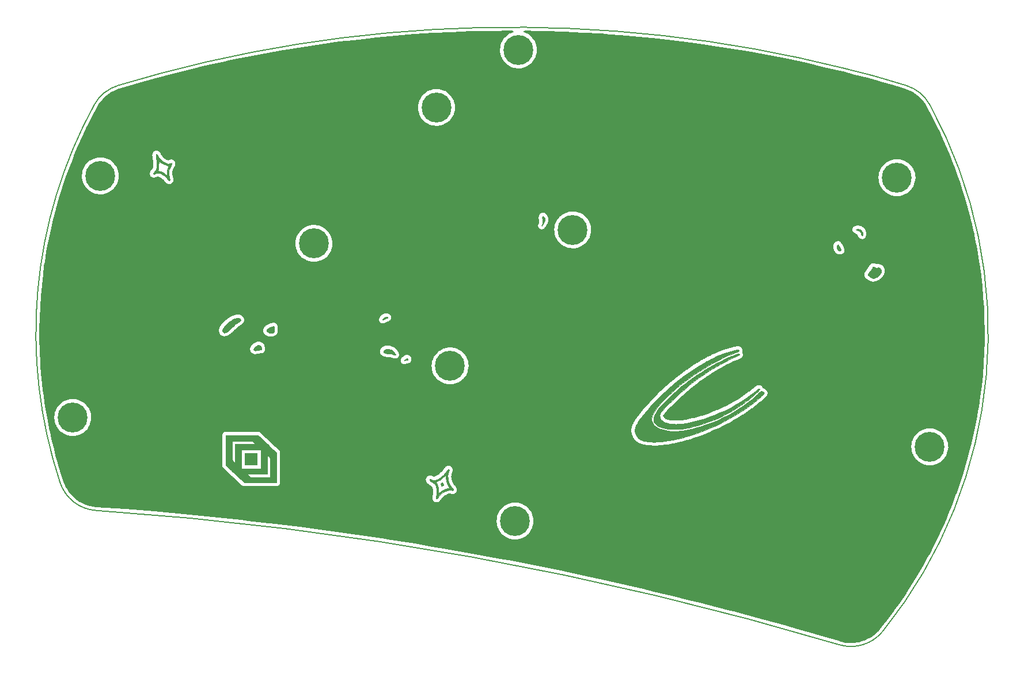
<source format=gtl>
%TF.GenerationSoftware,KiCad,Pcbnew,6.0.4-6f826c9f35~116~ubuntu20.04.1*%
%TF.CreationDate,2022-04-29T22:15:31+02:00*%
%TF.ProjectId,Bottom_Plate,426f7474-6f6d-45f5-906c-6174652e6b69,v0.1*%
%TF.SameCoordinates,Original*%
%TF.FileFunction,Copper,L1,Top*%
%TF.FilePolarity,Positive*%
%FSLAX46Y46*%
G04 Gerber Fmt 4.6, Leading zero omitted, Abs format (unit mm)*
G04 Created by KiCad (PCBNEW 6.0.4-6f826c9f35~116~ubuntu20.04.1) date 2022-04-29 22:15:31*
%MOMM*%
%LPD*%
G01*
G04 APERTURE LIST*
%TA.AperFunction,Profile*%
%ADD10C,0.150000*%
%TD*%
%TA.AperFunction,EtchedComponent*%
%ADD11C,0.010000*%
%TD*%
%TA.AperFunction,ComponentPad*%
%ADD12C,0.700000*%
%TD*%
%TA.AperFunction,ComponentPad*%
%ADD13C,4.400000*%
%TD*%
%ADD14C,0.350000*%
G04 APERTURE END LIST*
D10*
X262416859Y-203252464D02*
G75*
G03*
X153161630Y-183482473I-143107459J-479082636D01*
G01*
X272205916Y-120898534D02*
G75*
G03*
X271985972Y-120832154I-59168016J-195650166D01*
G01*
X271985971Y-120832156D02*
G75*
G03*
X263040530Y-118362828I-35767871J-112135844D01*
G01*
X147873349Y-179386338D02*
G75*
G03*
X153161630Y-183482474I5694551J1890138D01*
G01*
X275733963Y-123764126D02*
G75*
G03*
X272205916Y-120898534I-5264963J-2877474D01*
G01*
X156412826Y-120898532D02*
G75*
G03*
X152884756Y-123764114I1736874J-5743068D01*
G01*
X262416840Y-203252522D02*
G75*
G03*
X268805219Y-201269252I1717260J5749022D01*
G01*
X152884756Y-123764112D02*
G75*
G03*
X147873339Y-179386340I61424614J-33571068D01*
G01*
X268805218Y-201269250D02*
G75*
G03*
X275733987Y-123764114I-54495848J43934070D01*
G01*
X263040530Y-118362829D02*
G75*
G03*
X156412828Y-120898534I-48731160J-193972341D01*
G01*
%TO.C,*%
G36*
X173370116Y-177909193D02*
G01*
X173182973Y-177732788D01*
X173048445Y-177606029D01*
X172721395Y-177297924D01*
X174484520Y-177297924D01*
X177426687Y-177297924D01*
X177426687Y-174503924D01*
X174484520Y-174503924D01*
X174484520Y-177297924D01*
X172721395Y-177297924D01*
X172240853Y-176845218D01*
X172240853Y-176017340D01*
X173129154Y-176017340D01*
X173357045Y-176231509D01*
X173584937Y-176445677D01*
X173590380Y-175062050D01*
X173592575Y-174503924D01*
X173595824Y-173678424D01*
X175072047Y-173677380D01*
X176548270Y-173676337D01*
X176315437Y-173455345D01*
X176082603Y-173234354D01*
X173129853Y-173233924D01*
X173129504Y-174625632D01*
X173129154Y-176017340D01*
X172240853Y-176017340D01*
X172240853Y-172387257D01*
X176950437Y-172388097D01*
X177648937Y-173047117D01*
X177827372Y-173215447D01*
X178025578Y-173402394D01*
X178235062Y-173599950D01*
X178447336Y-173800111D01*
X178653908Y-173994870D01*
X178846288Y-174176221D01*
X179008895Y-174329476D01*
X179670353Y-174952817D01*
X179670353Y-179393424D01*
X177304978Y-179392467D01*
X174939603Y-179391511D01*
X174397820Y-178879176D01*
X174268201Y-178756664D01*
X174113826Y-178610859D01*
X173940763Y-178447485D01*
X173755078Y-178272266D01*
X173598745Y-178124795D01*
X175362937Y-178124795D01*
X175828603Y-178566221D01*
X177304978Y-178567072D01*
X178781353Y-178567924D01*
X178781353Y-175777610D01*
X178553812Y-175565109D01*
X178326270Y-175352608D01*
X178315382Y-178123424D01*
X176839159Y-178124109D01*
X175362937Y-178124795D01*
X173598745Y-178124795D01*
X173562841Y-178090927D01*
X173370116Y-177909193D01*
G37*
D11*
X173370116Y-177909193D02*
X173182973Y-177732788D01*
X173048445Y-177606029D01*
X172721395Y-177297924D01*
X174484520Y-177297924D01*
X177426687Y-177297924D01*
X177426687Y-174503924D01*
X174484520Y-174503924D01*
X174484520Y-177297924D01*
X172721395Y-177297924D01*
X172240853Y-176845218D01*
X172240853Y-176017340D01*
X173129154Y-176017340D01*
X173357045Y-176231509D01*
X173584937Y-176445677D01*
X173590380Y-175062050D01*
X173592575Y-174503924D01*
X173595824Y-173678424D01*
X175072047Y-173677380D01*
X176548270Y-173676337D01*
X176315437Y-173455345D01*
X176082603Y-173234354D01*
X173129853Y-173233924D01*
X173129504Y-174625632D01*
X173129154Y-176017340D01*
X172240853Y-176017340D01*
X172240853Y-172387257D01*
X176950437Y-172388097D01*
X177648937Y-173047117D01*
X177827372Y-173215447D01*
X178025578Y-173402394D01*
X178235062Y-173599950D01*
X178447336Y-173800111D01*
X178653908Y-173994870D01*
X178846288Y-174176221D01*
X179008895Y-174329476D01*
X179670353Y-174952817D01*
X179670353Y-179393424D01*
X177304978Y-179392467D01*
X174939603Y-179391511D01*
X174397820Y-178879176D01*
X174268201Y-178756664D01*
X174113826Y-178610859D01*
X173940763Y-178447485D01*
X173755078Y-178272266D01*
X173598745Y-178124795D01*
X175362937Y-178124795D01*
X175828603Y-178566221D01*
X177304978Y-178567072D01*
X178781353Y-178567924D01*
X178781353Y-175777610D01*
X178553812Y-175565109D01*
X178326270Y-175352608D01*
X178315382Y-178123424D01*
X176839159Y-178124109D01*
X175362937Y-178124795D01*
X173598745Y-178124795D01*
X173562841Y-178090927D01*
X173370116Y-177909193D01*
%TO.C,Ref\u002A\u002A*%
G36*
X162015086Y-133117420D02*
G01*
X162023738Y-133088332D01*
X162040061Y-133028332D01*
X162052186Y-132971698D01*
X162060701Y-132910751D01*
X162066193Y-132837814D01*
X162069252Y-132745209D01*
X162070465Y-132625259D01*
X162070443Y-132478750D01*
X162069529Y-132321811D01*
X162067177Y-132197627D01*
X162062612Y-132096623D01*
X162055058Y-132009226D01*
X162043740Y-131925861D01*
X162027883Y-131836954D01*
X162012173Y-131759083D01*
X161972095Y-131545475D01*
X161947519Y-131366069D01*
X161938434Y-131221841D01*
X161944829Y-131113766D01*
X161966693Y-131042820D01*
X162004016Y-131009979D01*
X162020378Y-131007666D01*
X162068339Y-131026523D01*
X162124386Y-131078700D01*
X162182492Y-131157604D01*
X162223573Y-131229916D01*
X162342309Y-131436306D01*
X162480399Y-131629740D01*
X162634126Y-131807885D01*
X162799771Y-131968407D01*
X162973615Y-132108971D01*
X163151942Y-132227244D01*
X163331033Y-132320890D01*
X163507170Y-132387576D01*
X163676635Y-132424968D01*
X163835709Y-132430730D01*
X163980676Y-132402530D01*
X164047115Y-132374758D01*
X164148179Y-132335148D01*
X164225347Y-132328091D01*
X164276994Y-132350137D01*
X164301497Y-132397838D01*
X164297231Y-132467746D01*
X164262572Y-132556410D01*
X164195896Y-132660384D01*
X164187063Y-132671931D01*
X164073965Y-132843377D01*
X163984539Y-133037607D01*
X163917200Y-133259173D01*
X163870363Y-133512629D01*
X163857650Y-133617879D01*
X163847034Y-133856266D01*
X163862974Y-134098380D01*
X163904051Y-134327674D01*
X163925027Y-134404916D01*
X163964649Y-134537128D01*
X163993325Y-134635145D01*
X164012219Y-134705335D01*
X164022498Y-134754066D01*
X164025326Y-134787708D01*
X164021869Y-134812629D01*
X164013293Y-134835197D01*
X164006426Y-134849730D01*
X163962199Y-134902515D01*
X163903287Y-134918842D01*
X163839641Y-134896680D01*
X163826101Y-134886529D01*
X163791543Y-134850906D01*
X163743352Y-134792737D01*
X163691786Y-134724424D01*
X163690343Y-134722416D01*
X163531876Y-134528499D01*
X163346374Y-134347371D01*
X163141222Y-134184107D01*
X162923802Y-134043782D01*
X162701498Y-133931468D01*
X162481694Y-133852240D01*
X162391843Y-133830040D01*
X162257136Y-133810379D01*
X162134910Y-133814142D01*
X162009623Y-133843105D01*
X161893558Y-133886965D01*
X161805874Y-133919216D01*
X161721557Y-133941744D01*
X161659994Y-133949833D01*
X161605023Y-133947095D01*
X161580398Y-133933868D01*
X161574234Y-133902633D01*
X161574167Y-133895525D01*
X161579940Y-133845784D01*
X161600546Y-133795239D01*
X161640912Y-133735694D01*
X161705967Y-133658952D01*
X161736771Y-133625112D01*
X161851236Y-133479336D01*
X161855123Y-133472247D01*
X162235613Y-133472247D01*
X162260251Y-133483655D01*
X162276334Y-133484166D01*
X162379311Y-133497111D01*
X162507535Y-133533495D01*
X162653739Y-133589646D01*
X162810660Y-133661891D01*
X162971033Y-133746556D01*
X163127592Y-133839969D01*
X163273072Y-133938455D01*
X163400208Y-134038342D01*
X163436834Y-134070925D01*
X163553250Y-134178288D01*
X163566226Y-133847102D01*
X163579200Y-133635064D01*
X163600192Y-133443697D01*
X163625061Y-133297851D01*
X163652123Y-133182318D01*
X163685345Y-133059482D01*
X163719115Y-132949564D01*
X163732176Y-132911940D01*
X163793432Y-132744094D01*
X163715674Y-132723636D01*
X163654472Y-132707913D01*
X163570975Y-132686937D01*
X163489750Y-132666845D01*
X163221483Y-132582330D01*
X162976693Y-132464884D01*
X162748374Y-132310952D01*
X162681302Y-132256500D01*
X162584199Y-132174620D01*
X162514347Y-132116562D01*
X162466634Y-132078861D01*
X162435943Y-132058052D01*
X162417163Y-132050669D01*
X162405178Y-132053249D01*
X162394875Y-132062325D01*
X162394816Y-132062384D01*
X162385141Y-132093379D01*
X162376129Y-132165790D01*
X162367850Y-132278704D01*
X162360373Y-132431209D01*
X162355081Y-132579050D01*
X162348803Y-132755938D01*
X162341542Y-132898957D01*
X162332165Y-133016573D01*
X162319538Y-133117251D01*
X162302527Y-133209455D01*
X162279999Y-133301650D01*
X162250820Y-133402301D01*
X162240248Y-133436541D01*
X162235613Y-133472247D01*
X161855123Y-133472247D01*
X161942330Y-133313243D01*
X162015086Y-133117420D01*
G37*
X162015086Y-133117420D02*
X162023738Y-133088332D01*
X162040061Y-133028332D01*
X162052186Y-132971698D01*
X162060701Y-132910751D01*
X162066193Y-132837814D01*
X162069252Y-132745209D01*
X162070465Y-132625259D01*
X162070443Y-132478750D01*
X162069529Y-132321811D01*
X162067177Y-132197627D01*
X162062612Y-132096623D01*
X162055058Y-132009226D01*
X162043740Y-131925861D01*
X162027883Y-131836954D01*
X162012173Y-131759083D01*
X161972095Y-131545475D01*
X161947519Y-131366069D01*
X161938434Y-131221841D01*
X161944829Y-131113766D01*
X161966693Y-131042820D01*
X162004016Y-131009979D01*
X162020378Y-131007666D01*
X162068339Y-131026523D01*
X162124386Y-131078700D01*
X162182492Y-131157604D01*
X162223573Y-131229916D01*
X162342309Y-131436306D01*
X162480399Y-131629740D01*
X162634126Y-131807885D01*
X162799771Y-131968407D01*
X162973615Y-132108971D01*
X163151942Y-132227244D01*
X163331033Y-132320890D01*
X163507170Y-132387576D01*
X163676635Y-132424968D01*
X163835709Y-132430730D01*
X163980676Y-132402530D01*
X164047115Y-132374758D01*
X164148179Y-132335148D01*
X164225347Y-132328091D01*
X164276994Y-132350137D01*
X164301497Y-132397838D01*
X164297231Y-132467746D01*
X164262572Y-132556410D01*
X164195896Y-132660384D01*
X164187063Y-132671931D01*
X164073965Y-132843377D01*
X163984539Y-133037607D01*
X163917200Y-133259173D01*
X163870363Y-133512629D01*
X163857650Y-133617879D01*
X163847034Y-133856266D01*
X163862974Y-134098380D01*
X163904051Y-134327674D01*
X163925027Y-134404916D01*
X163964649Y-134537128D01*
X163993325Y-134635145D01*
X164012219Y-134705335D01*
X164022498Y-134754066D01*
X164025326Y-134787708D01*
X164021869Y-134812629D01*
X164013293Y-134835197D01*
X164006426Y-134849730D01*
X163962199Y-134902515D01*
X163903287Y-134918842D01*
X163839641Y-134896680D01*
X163826101Y-134886529D01*
X163791543Y-134850906D01*
X163743352Y-134792737D01*
X163691786Y-134724424D01*
X163690343Y-134722416D01*
X163531876Y-134528499D01*
X163346374Y-134347371D01*
X163141222Y-134184107D01*
X162923802Y-134043782D01*
X162701498Y-133931468D01*
X162481694Y-133852240D01*
X162391843Y-133830040D01*
X162257136Y-133810379D01*
X162134910Y-133814142D01*
X162009623Y-133843105D01*
X161893558Y-133886965D01*
X161805874Y-133919216D01*
X161721557Y-133941744D01*
X161659994Y-133949833D01*
X161605023Y-133947095D01*
X161580398Y-133933868D01*
X161574234Y-133902633D01*
X161574167Y-133895525D01*
X161579940Y-133845784D01*
X161600546Y-133795239D01*
X161640912Y-133735694D01*
X161705967Y-133658952D01*
X161736771Y-133625112D01*
X161851236Y-133479336D01*
X161855123Y-133472247D01*
X162235613Y-133472247D01*
X162260251Y-133483655D01*
X162276334Y-133484166D01*
X162379311Y-133497111D01*
X162507535Y-133533495D01*
X162653739Y-133589646D01*
X162810660Y-133661891D01*
X162971033Y-133746556D01*
X163127592Y-133839969D01*
X163273072Y-133938455D01*
X163400208Y-134038342D01*
X163436834Y-134070925D01*
X163553250Y-134178288D01*
X163566226Y-133847102D01*
X163579200Y-133635064D01*
X163600192Y-133443697D01*
X163625061Y-133297851D01*
X163652123Y-133182318D01*
X163685345Y-133059482D01*
X163719115Y-132949564D01*
X163732176Y-132911940D01*
X163793432Y-132744094D01*
X163715674Y-132723636D01*
X163654472Y-132707913D01*
X163570975Y-132686937D01*
X163489750Y-132666845D01*
X163221483Y-132582330D01*
X162976693Y-132464884D01*
X162748374Y-132310952D01*
X162681302Y-132256500D01*
X162584199Y-132174620D01*
X162514347Y-132116562D01*
X162466634Y-132078861D01*
X162435943Y-132058052D01*
X162417163Y-132050669D01*
X162405178Y-132053249D01*
X162394875Y-132062325D01*
X162394816Y-132062384D01*
X162385141Y-132093379D01*
X162376129Y-132165790D01*
X162367850Y-132278704D01*
X162360373Y-132431209D01*
X162355081Y-132579050D01*
X162348803Y-132755938D01*
X162341542Y-132898957D01*
X162332165Y-133016573D01*
X162319538Y-133117251D01*
X162302527Y-133209455D01*
X162279999Y-133301650D01*
X162250820Y-133402301D01*
X162240248Y-133436541D01*
X162235613Y-133472247D01*
X161855123Y-133472247D01*
X161942330Y-133313243D01*
X162015086Y-133117420D01*
G36*
X196140739Y-159722158D02*
G01*
X196232034Y-159729129D01*
X196309492Y-159743032D01*
X196387301Y-159765734D01*
X196400231Y-159770135D01*
X196538232Y-159830249D01*
X196682715Y-159914353D01*
X196818791Y-160012536D01*
X196931571Y-160114886D01*
X196952425Y-160137718D01*
X197009273Y-160210757D01*
X197064784Y-160295812D01*
X197113732Y-160383061D01*
X197150893Y-160462686D01*
X197171042Y-160524866D01*
X197172524Y-160551371D01*
X197151785Y-160581730D01*
X197103517Y-160591109D01*
X197025486Y-160579208D01*
X196915460Y-160545729D01*
X196797748Y-160501142D01*
X196708626Y-160465703D01*
X196637989Y-160439807D01*
X196575865Y-160421519D01*
X196512285Y-160408903D01*
X196437277Y-160400025D01*
X196340869Y-160392950D01*
X196213092Y-160385744D01*
X196199180Y-160384994D01*
X196006257Y-160372341D01*
X195850304Y-160356464D01*
X195726003Y-160336027D01*
X195628033Y-160309697D01*
X195551074Y-160276139D01*
X195489807Y-160234019D01*
X195452475Y-160197699D01*
X195414932Y-160128409D01*
X195414593Y-160050172D01*
X195448781Y-159968238D01*
X195514815Y-159887856D01*
X195610020Y-159814276D01*
X195663667Y-159783750D01*
X195721443Y-159755553D01*
X195771179Y-159737207D01*
X195824698Y-159726613D01*
X195893821Y-159721672D01*
X195990372Y-159720286D01*
X196021420Y-159720250D01*
X196140739Y-159722158D01*
G37*
X196140739Y-159722158D02*
X196232034Y-159729129D01*
X196309492Y-159743032D01*
X196387301Y-159765734D01*
X196400231Y-159770135D01*
X196538232Y-159830249D01*
X196682715Y-159914353D01*
X196818791Y-160012536D01*
X196931571Y-160114886D01*
X196952425Y-160137718D01*
X197009273Y-160210757D01*
X197064784Y-160295812D01*
X197113732Y-160383061D01*
X197150893Y-160462686D01*
X197171042Y-160524866D01*
X197172524Y-160551371D01*
X197151785Y-160581730D01*
X197103517Y-160591109D01*
X197025486Y-160579208D01*
X196915460Y-160545729D01*
X196797748Y-160501142D01*
X196708626Y-160465703D01*
X196637989Y-160439807D01*
X196575865Y-160421519D01*
X196512285Y-160408903D01*
X196437277Y-160400025D01*
X196340869Y-160392950D01*
X196213092Y-160385744D01*
X196199180Y-160384994D01*
X196006257Y-160372341D01*
X195850304Y-160356464D01*
X195726003Y-160336027D01*
X195628033Y-160309697D01*
X195551074Y-160276139D01*
X195489807Y-160234019D01*
X195452475Y-160197699D01*
X195414932Y-160128409D01*
X195414593Y-160050172D01*
X195448781Y-159968238D01*
X195514815Y-159887856D01*
X195610020Y-159814276D01*
X195663667Y-159783750D01*
X195721443Y-159755553D01*
X195771179Y-159737207D01*
X195824698Y-159726613D01*
X195893821Y-159721672D01*
X195990372Y-159720286D01*
X196021420Y-159720250D01*
X196140739Y-159722158D01*
G36*
X247606189Y-159827119D02*
G01*
X247633690Y-159850534D01*
X247643156Y-159891392D01*
X247641882Y-159934796D01*
X247627893Y-159998960D01*
X247602070Y-160049881D01*
X247597422Y-160055163D01*
X247566801Y-160073474D01*
X247502585Y-160102896D01*
X247411213Y-160140791D01*
X247299130Y-160184520D01*
X247172775Y-160231446D01*
X247125030Y-160248615D01*
X246550748Y-160462714D01*
X245993081Y-160690316D01*
X245440835Y-160936384D01*
X244882813Y-161205880D01*
X244378475Y-161466153D01*
X243689377Y-161843507D01*
X243000159Y-162244012D01*
X242314310Y-162665057D01*
X241635321Y-163104033D01*
X240966684Y-163558332D01*
X240311888Y-164025344D01*
X239674426Y-164502461D01*
X239057787Y-164987072D01*
X238465463Y-165476570D01*
X237900944Y-165968344D01*
X237367722Y-166459785D01*
X236869286Y-166948285D01*
X236434408Y-167403750D01*
X236188904Y-167677515D01*
X235957153Y-167950692D01*
X235741267Y-168220191D01*
X235543361Y-168482923D01*
X235365547Y-168735802D01*
X235209937Y-168975739D01*
X235078646Y-169199644D01*
X234973786Y-169404431D01*
X234897469Y-169587011D01*
X234861462Y-169702672D01*
X234822374Y-169932505D01*
X234823848Y-170154376D01*
X234864677Y-170367211D01*
X234943656Y-170569939D01*
X235059576Y-170761487D01*
X235211232Y-170940784D01*
X235397416Y-171106757D01*
X235616923Y-171258334D01*
X235868546Y-171394443D01*
X236151077Y-171514012D01*
X236463311Y-171615969D01*
X236804040Y-171699241D01*
X237172059Y-171762757D01*
X237181500Y-171764069D01*
X237336958Y-171781240D01*
X237524063Y-171794981D01*
X237732248Y-171805048D01*
X237950946Y-171811198D01*
X238169592Y-171813188D01*
X238377619Y-171810775D01*
X238564460Y-171803717D01*
X238652584Y-171797907D01*
X239001798Y-171763221D01*
X239382544Y-171712227D01*
X239787899Y-171646319D01*
X240210941Y-171566895D01*
X240644747Y-171475351D01*
X241082395Y-171373081D01*
X241516963Y-171261483D01*
X241941529Y-171141953D01*
X242018084Y-171119184D01*
X242857539Y-170848602D01*
X243687935Y-170543759D01*
X244505913Y-170206401D01*
X245308113Y-169838272D01*
X246091175Y-169441120D01*
X246851740Y-169016690D01*
X247586446Y-168566727D01*
X248291936Y-168092977D01*
X248964849Y-167597187D01*
X249287604Y-167341924D01*
X249532501Y-167138264D01*
X249795431Y-166909932D01*
X250067454Y-166664885D01*
X250339632Y-166411079D01*
X250426010Y-166328631D01*
X250565030Y-166196008D01*
X250678468Y-166091281D01*
X250770823Y-166012559D01*
X250846591Y-165957950D01*
X250910271Y-165925563D01*
X250966362Y-165913506D01*
X251019361Y-165919888D01*
X251073766Y-165942818D01*
X251134076Y-165980404D01*
X251178911Y-166012041D01*
X251267314Y-166080451D01*
X251321783Y-166135747D01*
X251346338Y-166183568D01*
X251344998Y-166229548D01*
X251341569Y-166240136D01*
X251319934Y-166271216D01*
X251271017Y-166326259D01*
X251199159Y-166401082D01*
X251108698Y-166491499D01*
X251003973Y-166593326D01*
X250889323Y-166702378D01*
X250769085Y-166814470D01*
X250647600Y-166925418D01*
X250529205Y-167031037D01*
X250450548Y-167099510D01*
X249877234Y-167572812D01*
X249264640Y-168040753D01*
X248615661Y-168501638D01*
X247933192Y-168953774D01*
X247220126Y-169395467D01*
X246479359Y-169825023D01*
X245713784Y-170240748D01*
X244926297Y-170640948D01*
X244119792Y-171023930D01*
X243297164Y-171387999D01*
X242695417Y-171637910D01*
X241980856Y-171916998D01*
X241275496Y-172173443D01*
X240581247Y-172406832D01*
X239900016Y-172616748D01*
X239233711Y-172802778D01*
X238584242Y-172964506D01*
X237953515Y-173101518D01*
X237343439Y-173213399D01*
X236755922Y-173299734D01*
X236192872Y-173360109D01*
X235656199Y-173394109D01*
X235147809Y-173401318D01*
X234673250Y-173381588D01*
X234424026Y-173358663D01*
X234176614Y-173326722D01*
X233937688Y-173287141D01*
X233713919Y-173241298D01*
X233511979Y-173190570D01*
X233338540Y-173136334D01*
X233200275Y-173079967D01*
X233191815Y-173075843D01*
X233000997Y-172958279D01*
X232830485Y-172804082D01*
X232680033Y-172612970D01*
X232549395Y-172384661D01*
X232504644Y-172287511D01*
X232444362Y-172133735D01*
X232399739Y-171983473D01*
X232371748Y-171834445D01*
X232361361Y-171684370D01*
X232369551Y-171530970D01*
X232397291Y-171371964D01*
X232445553Y-171205073D01*
X232515309Y-171028016D01*
X232607533Y-170838515D01*
X232723196Y-170634289D01*
X232863271Y-170413058D01*
X233028732Y-170172544D01*
X233220549Y-169910465D01*
X233439697Y-169624543D01*
X233687147Y-169312497D01*
X233870217Y-169086500D01*
X234374538Y-168488155D01*
X234915207Y-167884273D01*
X235487500Y-167279580D01*
X236086697Y-166678802D01*
X236708073Y-166086663D01*
X237346907Y-165507891D01*
X237998476Y-164947210D01*
X238049334Y-164904677D01*
X238784374Y-164308394D01*
X239533015Y-163734616D01*
X240290374Y-163186739D01*
X241051568Y-162668162D01*
X241811716Y-162182282D01*
X242565935Y-161732498D01*
X242790667Y-161604911D01*
X242956394Y-161514103D01*
X243150321Y-161411457D01*
X243364699Y-161300803D01*
X243591779Y-161185974D01*
X243823810Y-161070801D01*
X244053044Y-160959117D01*
X244271731Y-160854752D01*
X244472121Y-160761539D01*
X244646466Y-160683309D01*
X244710499Y-160655655D01*
X245318251Y-160411776D01*
X245906834Y-160205455D01*
X246476475Y-160036625D01*
X247027402Y-159905213D01*
X247357706Y-159842834D01*
X247473974Y-159825138D01*
X247554876Y-159819277D01*
X247606189Y-159827119D01*
G37*
X247606189Y-159827119D02*
X247633690Y-159850534D01*
X247643156Y-159891392D01*
X247641882Y-159934796D01*
X247627893Y-159998960D01*
X247602070Y-160049881D01*
X247597422Y-160055163D01*
X247566801Y-160073474D01*
X247502585Y-160102896D01*
X247411213Y-160140791D01*
X247299130Y-160184520D01*
X247172775Y-160231446D01*
X247125030Y-160248615D01*
X246550748Y-160462714D01*
X245993081Y-160690316D01*
X245440835Y-160936384D01*
X244882813Y-161205880D01*
X244378475Y-161466153D01*
X243689377Y-161843507D01*
X243000159Y-162244012D01*
X242314310Y-162665057D01*
X241635321Y-163104033D01*
X240966684Y-163558332D01*
X240311888Y-164025344D01*
X239674426Y-164502461D01*
X239057787Y-164987072D01*
X238465463Y-165476570D01*
X237900944Y-165968344D01*
X237367722Y-166459785D01*
X236869286Y-166948285D01*
X236434408Y-167403750D01*
X236188904Y-167677515D01*
X235957153Y-167950692D01*
X235741267Y-168220191D01*
X235543361Y-168482923D01*
X235365547Y-168735802D01*
X235209937Y-168975739D01*
X235078646Y-169199644D01*
X234973786Y-169404431D01*
X234897469Y-169587011D01*
X234861462Y-169702672D01*
X234822374Y-169932505D01*
X234823848Y-170154376D01*
X234864677Y-170367211D01*
X234943656Y-170569939D01*
X235059576Y-170761487D01*
X235211232Y-170940784D01*
X235397416Y-171106757D01*
X235616923Y-171258334D01*
X235868546Y-171394443D01*
X236151077Y-171514012D01*
X236463311Y-171615969D01*
X236804040Y-171699241D01*
X237172059Y-171762757D01*
X237181500Y-171764069D01*
X237336958Y-171781240D01*
X237524063Y-171794981D01*
X237732248Y-171805048D01*
X237950946Y-171811198D01*
X238169592Y-171813188D01*
X238377619Y-171810775D01*
X238564460Y-171803717D01*
X238652584Y-171797907D01*
X239001798Y-171763221D01*
X239382544Y-171712227D01*
X239787899Y-171646319D01*
X240210941Y-171566895D01*
X240644747Y-171475351D01*
X241082395Y-171373081D01*
X241516963Y-171261483D01*
X241941529Y-171141953D01*
X242018084Y-171119184D01*
X242857539Y-170848602D01*
X243687935Y-170543759D01*
X244505913Y-170206401D01*
X245308113Y-169838272D01*
X246091175Y-169441120D01*
X246851740Y-169016690D01*
X247586446Y-168566727D01*
X248291936Y-168092977D01*
X248964849Y-167597187D01*
X249287604Y-167341924D01*
X249532501Y-167138264D01*
X249795431Y-166909932D01*
X250067454Y-166664885D01*
X250339632Y-166411079D01*
X250426010Y-166328631D01*
X250565030Y-166196008D01*
X250678468Y-166091281D01*
X250770823Y-166012559D01*
X250846591Y-165957950D01*
X250910271Y-165925563D01*
X250966362Y-165913506D01*
X251019361Y-165919888D01*
X251073766Y-165942818D01*
X251134076Y-165980404D01*
X251178911Y-166012041D01*
X251267314Y-166080451D01*
X251321783Y-166135747D01*
X251346338Y-166183568D01*
X251344998Y-166229548D01*
X251341569Y-166240136D01*
X251319934Y-166271216D01*
X251271017Y-166326259D01*
X251199159Y-166401082D01*
X251108698Y-166491499D01*
X251003973Y-166593326D01*
X250889323Y-166702378D01*
X250769085Y-166814470D01*
X250647600Y-166925418D01*
X250529205Y-167031037D01*
X250450548Y-167099510D01*
X249877234Y-167572812D01*
X249264640Y-168040753D01*
X248615661Y-168501638D01*
X247933192Y-168953774D01*
X247220126Y-169395467D01*
X246479359Y-169825023D01*
X245713784Y-170240748D01*
X244926297Y-170640948D01*
X244119792Y-171023930D01*
X243297164Y-171387999D01*
X242695417Y-171637910D01*
X241980856Y-171916998D01*
X241275496Y-172173443D01*
X240581247Y-172406832D01*
X239900016Y-172616748D01*
X239233711Y-172802778D01*
X238584242Y-172964506D01*
X237953515Y-173101518D01*
X237343439Y-173213399D01*
X236755922Y-173299734D01*
X236192872Y-173360109D01*
X235656199Y-173394109D01*
X235147809Y-173401318D01*
X234673250Y-173381588D01*
X234424026Y-173358663D01*
X234176614Y-173326722D01*
X233937688Y-173287141D01*
X233713919Y-173241298D01*
X233511979Y-173190570D01*
X233338540Y-173136334D01*
X233200275Y-173079967D01*
X233191815Y-173075843D01*
X233000997Y-172958279D01*
X232830485Y-172804082D01*
X232680033Y-172612970D01*
X232549395Y-172384661D01*
X232504644Y-172287511D01*
X232444362Y-172133735D01*
X232399739Y-171983473D01*
X232371748Y-171834445D01*
X232361361Y-171684370D01*
X232369551Y-171530970D01*
X232397291Y-171371964D01*
X232445553Y-171205073D01*
X232515309Y-171028016D01*
X232607533Y-170838515D01*
X232723196Y-170634289D01*
X232863271Y-170413058D01*
X233028732Y-170172544D01*
X233220549Y-169910465D01*
X233439697Y-169624543D01*
X233687147Y-169312497D01*
X233870217Y-169086500D01*
X234374538Y-168488155D01*
X234915207Y-167884273D01*
X235487500Y-167279580D01*
X236086697Y-166678802D01*
X236708073Y-166086663D01*
X237346907Y-165507891D01*
X237998476Y-164947210D01*
X238049334Y-164904677D01*
X238784374Y-164308394D01*
X239533015Y-163734616D01*
X240290374Y-163186739D01*
X241051568Y-162668162D01*
X241811716Y-162182282D01*
X242565935Y-161732498D01*
X242790667Y-161604911D01*
X242956394Y-161514103D01*
X243150321Y-161411457D01*
X243364699Y-161300803D01*
X243591779Y-161185974D01*
X243823810Y-161070801D01*
X244053044Y-160959117D01*
X244271731Y-160854752D01*
X244472121Y-160761539D01*
X244646466Y-160683309D01*
X244710499Y-160655655D01*
X245318251Y-160411776D01*
X245906834Y-160205455D01*
X246476475Y-160036625D01*
X247027402Y-159905213D01*
X247357706Y-159842834D01*
X247473974Y-159825138D01*
X247554876Y-159819277D01*
X247606189Y-159827119D01*
G36*
X218892585Y-140169220D02*
G01*
X218944890Y-140215479D01*
X218999756Y-140280842D01*
X219049453Y-140355707D01*
X219086252Y-140430473D01*
X219094682Y-140454933D01*
X219120981Y-140575511D01*
X219125149Y-140693401D01*
X219105506Y-140814661D01*
X219060373Y-140945345D01*
X218988071Y-141091510D01*
X218886921Y-141259212D01*
X218860393Y-141299958D01*
X218787417Y-141410006D01*
X218734188Y-141487938D01*
X218697804Y-141537399D01*
X218675359Y-141562034D01*
X218663950Y-141565490D01*
X218660670Y-141551411D01*
X218660667Y-141550639D01*
X218668812Y-141523116D01*
X218690284Y-141468425D01*
X218720634Y-141397821D01*
X218724268Y-141389690D01*
X218759261Y-141307151D01*
X218783233Y-141234992D01*
X218797055Y-141163635D01*
X218801598Y-141083502D01*
X218797734Y-140985016D01*
X218786334Y-140858598D01*
X218778888Y-140789231D01*
X218766502Y-140668395D01*
X218756179Y-140551510D01*
X218748853Y-140450386D01*
X218745460Y-140376832D01*
X218745334Y-140365316D01*
X218754953Y-140265361D01*
X218782241Y-140194142D01*
X218824837Y-140156448D01*
X218850568Y-140151666D01*
X218892585Y-140169220D01*
G37*
X218892585Y-140169220D02*
X218944890Y-140215479D01*
X218999756Y-140280842D01*
X219049453Y-140355707D01*
X219086252Y-140430473D01*
X219094682Y-140454933D01*
X219120981Y-140575511D01*
X219125149Y-140693401D01*
X219105506Y-140814661D01*
X219060373Y-140945345D01*
X218988071Y-141091510D01*
X218886921Y-141259212D01*
X218860393Y-141299958D01*
X218787417Y-141410006D01*
X218734188Y-141487938D01*
X218697804Y-141537399D01*
X218675359Y-141562034D01*
X218663950Y-141565490D01*
X218660670Y-141551411D01*
X218660667Y-141550639D01*
X218668812Y-141523116D01*
X218690284Y-141468425D01*
X218720634Y-141397821D01*
X218724268Y-141389690D01*
X218759261Y-141307151D01*
X218783233Y-141234992D01*
X218797055Y-141163635D01*
X218801598Y-141083502D01*
X218797734Y-140985016D01*
X218786334Y-140858598D01*
X218778888Y-140789231D01*
X218766502Y-140668395D01*
X218756179Y-140551510D01*
X218748853Y-140450386D01*
X218745460Y-140376832D01*
X218745334Y-140365316D01*
X218754953Y-140265361D01*
X218782241Y-140194142D01*
X218824837Y-140156448D01*
X218850568Y-140151666D01*
X218892585Y-140169220D01*
G36*
X195917038Y-154977291D02*
G01*
X195977252Y-155005526D01*
X196009108Y-155053239D01*
X196012334Y-155078533D01*
X196003035Y-155112251D01*
X195970525Y-155140261D01*
X195907879Y-155167004D01*
X195843000Y-155187174D01*
X195771987Y-155211584D01*
X195678633Y-155249147D01*
X195578197Y-155293560D01*
X195529346Y-155316729D01*
X195423129Y-155367073D01*
X195349486Y-155397857D01*
X195303919Y-155409966D01*
X195281934Y-155404285D01*
X195279033Y-155381698D01*
X195283071Y-155365208D01*
X195340418Y-155248437D01*
X195437567Y-155143800D01*
X195573467Y-155052318D01*
X195636839Y-155020384D01*
X195739773Y-154983627D01*
X195835526Y-154969627D01*
X195917038Y-154977291D01*
G37*
X195917038Y-154977291D02*
X195977252Y-155005526D01*
X196009108Y-155053239D01*
X196012334Y-155078533D01*
X196003035Y-155112251D01*
X195970525Y-155140261D01*
X195907879Y-155167004D01*
X195843000Y-155187174D01*
X195771987Y-155211584D01*
X195678633Y-155249147D01*
X195578197Y-155293560D01*
X195529346Y-155316729D01*
X195423129Y-155367073D01*
X195349486Y-155397857D01*
X195303919Y-155409966D01*
X195281934Y-155404285D01*
X195279033Y-155381698D01*
X195283071Y-155365208D01*
X195340418Y-155248437D01*
X195437567Y-155143800D01*
X195573467Y-155052318D01*
X195636839Y-155020384D01*
X195739773Y-154983627D01*
X195835526Y-154969627D01*
X195917038Y-154977291D01*
G36*
X267470181Y-147620975D02*
G01*
X267562951Y-147642415D01*
X267661543Y-147683638D01*
X267665000Y-147685438D01*
X267733903Y-147720024D01*
X267789213Y-147741140D01*
X267843950Y-147750691D01*
X267911135Y-147750580D01*
X268003789Y-147742712D01*
X268034771Y-147739514D01*
X268162751Y-147731724D01*
X268261359Y-147740528D01*
X268341097Y-147768293D01*
X268412463Y-147817386D01*
X268423526Y-147827125D01*
X268504477Y-147921373D01*
X268552184Y-148030938D01*
X268569035Y-148162663D01*
X268566745Y-148237452D01*
X268545110Y-148376110D01*
X268498443Y-148505901D01*
X268422878Y-148633966D01*
X268314548Y-148767443D01*
X268234552Y-148850778D01*
X268045861Y-149017253D01*
X267856539Y-149142558D01*
X267667236Y-149226367D01*
X267478601Y-149268358D01*
X267386334Y-149273570D01*
X267295396Y-149269335D01*
X267223129Y-149252495D01*
X267146417Y-149217230D01*
X267132492Y-149209658D01*
X267060296Y-149166526D01*
X266995668Y-149122281D01*
X266963159Y-149095895D01*
X266916924Y-149058159D01*
X266850166Y-149010087D01*
X266788978Y-148969588D01*
X266707927Y-148913766D01*
X266658296Y-148864610D01*
X266632908Y-148811399D01*
X266624588Y-148743407D01*
X266624334Y-148723576D01*
X266628721Y-148664065D01*
X266645358Y-148634166D01*
X266666925Y-148624398D01*
X266697911Y-148600489D01*
X266743072Y-148544357D01*
X266797976Y-148461801D01*
X266823860Y-148418974D01*
X266885125Y-148317919D01*
X266946099Y-148224843D01*
X267013656Y-148130166D01*
X267094667Y-148024308D01*
X267196006Y-147897691D01*
X267211652Y-147878443D01*
X267264177Y-147807675D01*
X267288644Y-147756817D01*
X267289667Y-147720641D01*
X267292976Y-147669152D01*
X267328576Y-147634964D01*
X267389851Y-147618698D01*
X267470181Y-147620975D01*
G37*
X267470181Y-147620975D02*
X267562951Y-147642415D01*
X267661543Y-147683638D01*
X267665000Y-147685438D01*
X267733903Y-147720024D01*
X267789213Y-147741140D01*
X267843950Y-147750691D01*
X267911135Y-147750580D01*
X268003789Y-147742712D01*
X268034771Y-147739514D01*
X268162751Y-147731724D01*
X268261359Y-147740528D01*
X268341097Y-147768293D01*
X268412463Y-147817386D01*
X268423526Y-147827125D01*
X268504477Y-147921373D01*
X268552184Y-148030938D01*
X268569035Y-148162663D01*
X268566745Y-148237452D01*
X268545110Y-148376110D01*
X268498443Y-148505901D01*
X268422878Y-148633966D01*
X268314548Y-148767443D01*
X268234552Y-148850778D01*
X268045861Y-149017253D01*
X267856539Y-149142558D01*
X267667236Y-149226367D01*
X267478601Y-149268358D01*
X267386334Y-149273570D01*
X267295396Y-149269335D01*
X267223129Y-149252495D01*
X267146417Y-149217230D01*
X267132492Y-149209658D01*
X267060296Y-149166526D01*
X266995668Y-149122281D01*
X266963159Y-149095895D01*
X266916924Y-149058159D01*
X266850166Y-149010087D01*
X266788978Y-148969588D01*
X266707927Y-148913766D01*
X266658296Y-148864610D01*
X266632908Y-148811399D01*
X266624588Y-148743407D01*
X266624334Y-148723576D01*
X266628721Y-148664065D01*
X266645358Y-148634166D01*
X266666925Y-148624398D01*
X266697911Y-148600489D01*
X266743072Y-148544357D01*
X266797976Y-148461801D01*
X266823860Y-148418974D01*
X266885125Y-148317919D01*
X266946099Y-148224843D01*
X267013656Y-148130166D01*
X267094667Y-148024308D01*
X267196006Y-147897691D01*
X267211652Y-147878443D01*
X267264177Y-147807675D01*
X267288644Y-147756817D01*
X267289667Y-147720641D01*
X267292976Y-147669152D01*
X267328576Y-147634964D01*
X267389851Y-147618698D01*
X267470181Y-147620975D01*
G36*
X177145215Y-159148493D02*
G01*
X177251927Y-159181142D01*
X177338633Y-159235676D01*
X177383829Y-159288399D01*
X177398938Y-159328539D01*
X177415402Y-159396337D01*
X177431716Y-159481577D01*
X177446375Y-159574046D01*
X177457873Y-159663527D01*
X177464706Y-159739807D01*
X177465369Y-159792671D01*
X177460811Y-159810911D01*
X177436008Y-159817315D01*
X177378434Y-159825237D01*
X177297566Y-159833517D01*
X177232134Y-159838908D01*
X177107893Y-159851402D01*
X176968725Y-159870340D01*
X176839524Y-159892218D01*
X176806545Y-159898806D01*
X176679042Y-159924084D01*
X176584607Y-159938161D01*
X176515344Y-159940514D01*
X176463357Y-159930623D01*
X176420750Y-159907966D01*
X176379628Y-159872023D01*
X176378134Y-159870533D01*
X176331653Y-159817256D01*
X176311296Y-159768992D01*
X176316272Y-159713668D01*
X176345788Y-159639213D01*
X176360920Y-159608103D01*
X176438836Y-159489622D01*
X176546649Y-159378173D01*
X176674372Y-159280707D01*
X176812020Y-159204172D01*
X176949606Y-159155521D01*
X177029946Y-159142451D01*
X177145215Y-159148493D01*
G37*
X177145215Y-159148493D02*
X177251927Y-159181142D01*
X177338633Y-159235676D01*
X177383829Y-159288399D01*
X177398938Y-159328539D01*
X177415402Y-159396337D01*
X177431716Y-159481577D01*
X177446375Y-159574046D01*
X177457873Y-159663527D01*
X177464706Y-159739807D01*
X177465369Y-159792671D01*
X177460811Y-159810911D01*
X177436008Y-159817315D01*
X177378434Y-159825237D01*
X177297566Y-159833517D01*
X177232134Y-159838908D01*
X177107893Y-159851402D01*
X176968725Y-159870340D01*
X176839524Y-159892218D01*
X176806545Y-159898806D01*
X176679042Y-159924084D01*
X176584607Y-159938161D01*
X176515344Y-159940514D01*
X176463357Y-159930623D01*
X176420750Y-159907966D01*
X176379628Y-159872023D01*
X176378134Y-159870533D01*
X176331653Y-159817256D01*
X176311296Y-159768992D01*
X176316272Y-159713668D01*
X176345788Y-159639213D01*
X176360920Y-159608103D01*
X176438836Y-159489622D01*
X176546649Y-159378173D01*
X176674372Y-159280707D01*
X176812020Y-159204172D01*
X176949606Y-159155521D01*
X177029946Y-159142451D01*
X177145215Y-159148493D01*
G36*
X198880359Y-161099912D02*
G01*
X198938328Y-161135784D01*
X198985137Y-161182065D01*
X199007100Y-161227704D01*
X199007417Y-161232869D01*
X199003721Y-161258669D01*
X198987114Y-161277364D01*
X198949317Y-161293232D01*
X198882054Y-161310551D01*
X198838084Y-161320369D01*
X198743626Y-161342721D01*
X198652104Y-161367169D01*
X198581798Y-161388800D01*
X198576131Y-161390801D01*
X198494214Y-161417308D01*
X198448391Y-161424323D01*
X198437095Y-161411687D01*
X198458757Y-161379239D01*
X198459095Y-161378859D01*
X198511903Y-161324897D01*
X198578850Y-161263981D01*
X198651458Y-161202911D01*
X198721247Y-161148484D01*
X198779741Y-161107500D01*
X198818459Y-161086758D01*
X198824913Y-161085500D01*
X198880359Y-161099912D01*
G37*
X198880359Y-161099912D02*
X198938328Y-161135784D01*
X198985137Y-161182065D01*
X199007100Y-161227704D01*
X199007417Y-161232869D01*
X199003721Y-161258669D01*
X198987114Y-161277364D01*
X198949317Y-161293232D01*
X198882054Y-161310551D01*
X198838084Y-161320369D01*
X198743626Y-161342721D01*
X198652104Y-161367169D01*
X198581798Y-161388800D01*
X198576131Y-161390801D01*
X198494214Y-161417308D01*
X198448391Y-161424323D01*
X198437095Y-161411687D01*
X198458757Y-161379239D01*
X198459095Y-161378859D01*
X198511903Y-161324897D01*
X198578850Y-161263981D01*
X198651458Y-161202911D01*
X198721247Y-161148484D01*
X198779741Y-161107500D01*
X198818459Y-161086758D01*
X198824913Y-161085500D01*
X198880359Y-161099912D01*
G36*
X179282349Y-156373635D02*
G01*
X179309314Y-156396926D01*
X179325617Y-156420148D01*
X179342204Y-156451651D01*
X179353447Y-156491917D01*
X179360310Y-156549213D01*
X179363756Y-156631804D01*
X179364748Y-156747955D01*
X179364750Y-156755971D01*
X179363995Y-156873084D01*
X179360929Y-156957176D01*
X179354352Y-157017544D01*
X179343063Y-157063486D01*
X179325861Y-157104298D01*
X179317739Y-157119994D01*
X179234352Y-157234473D01*
X179126018Y-157316717D01*
X178996645Y-157365472D01*
X178850140Y-157379482D01*
X178690407Y-157357491D01*
X178631037Y-157340717D01*
X178486346Y-157282615D01*
X178370426Y-157207782D01*
X178306417Y-157148592D01*
X178264628Y-157095917D01*
X178246288Y-157040967D01*
X178242917Y-156981420D01*
X178259510Y-156882529D01*
X178311103Y-156791314D01*
X178400416Y-156703969D01*
X178482677Y-156645738D01*
X178573202Y-156594101D01*
X178685207Y-156539564D01*
X178808176Y-156486303D01*
X178931593Y-156438495D01*
X179044943Y-156400316D01*
X179137710Y-156375942D01*
X179177450Y-156369818D01*
X179243384Y-156366294D01*
X179282349Y-156373635D01*
G37*
X179282349Y-156373635D02*
X179309314Y-156396926D01*
X179325617Y-156420148D01*
X179342204Y-156451651D01*
X179353447Y-156491917D01*
X179360310Y-156549213D01*
X179363756Y-156631804D01*
X179364748Y-156747955D01*
X179364750Y-156755971D01*
X179363995Y-156873084D01*
X179360929Y-156957176D01*
X179354352Y-157017544D01*
X179343063Y-157063486D01*
X179325861Y-157104298D01*
X179317739Y-157119994D01*
X179234352Y-157234473D01*
X179126018Y-157316717D01*
X178996645Y-157365472D01*
X178850140Y-157379482D01*
X178690407Y-157357491D01*
X178631037Y-157340717D01*
X178486346Y-157282615D01*
X178370426Y-157207782D01*
X178306417Y-157148592D01*
X178264628Y-157095917D01*
X178246288Y-157040967D01*
X178242917Y-156981420D01*
X178259510Y-156882529D01*
X178311103Y-156791314D01*
X178400416Y-156703969D01*
X178482677Y-156645738D01*
X178573202Y-156594101D01*
X178685207Y-156539564D01*
X178808176Y-156486303D01*
X178931593Y-156438495D01*
X179044943Y-156400316D01*
X179137710Y-156375942D01*
X179177450Y-156369818D01*
X179243384Y-156366294D01*
X179282349Y-156373635D01*
G36*
X265344431Y-142071654D02*
G01*
X265493649Y-142128566D01*
X265623846Y-142216296D01*
X265730236Y-142330068D01*
X265808034Y-142465104D01*
X265852458Y-142616626D01*
X265861139Y-142729502D01*
X265853822Y-142831184D01*
X265835738Y-142916566D01*
X265809514Y-142977070D01*
X265777777Y-143004117D01*
X265776974Y-143004283D01*
X265742473Y-142994020D01*
X265698594Y-142960758D01*
X265689602Y-142951624D01*
X265621959Y-142864051D01*
X265588890Y-142779121D01*
X265583772Y-142707028D01*
X265569884Y-142610971D01*
X265526366Y-142511910D01*
X265460880Y-142426871D01*
X265455238Y-142421478D01*
X265415663Y-142394894D01*
X265346357Y-142358348D01*
X265257224Y-142316739D01*
X265162136Y-142276552D01*
X265045147Y-142228740D01*
X264962597Y-142192531D01*
X264909139Y-142165070D01*
X264879426Y-142143501D01*
X264868109Y-142124969D01*
X264867500Y-142119216D01*
X264887077Y-142097825D01*
X264939454Y-142078183D01*
X265015098Y-142062385D01*
X265104476Y-142052527D01*
X265180975Y-142050339D01*
X265344431Y-142071654D01*
G37*
X265344431Y-142071654D02*
X265493649Y-142128566D01*
X265623846Y-142216296D01*
X265730236Y-142330068D01*
X265808034Y-142465104D01*
X265852458Y-142616626D01*
X265861139Y-142729502D01*
X265853822Y-142831184D01*
X265835738Y-142916566D01*
X265809514Y-142977070D01*
X265777777Y-143004117D01*
X265776974Y-143004283D01*
X265742473Y-142994020D01*
X265698594Y-142960758D01*
X265689602Y-142951624D01*
X265621959Y-142864051D01*
X265588890Y-142779121D01*
X265583772Y-142707028D01*
X265569884Y-142610971D01*
X265526366Y-142511910D01*
X265460880Y-142426871D01*
X265455238Y-142421478D01*
X265415663Y-142394894D01*
X265346357Y-142358348D01*
X265257224Y-142316739D01*
X265162136Y-142276552D01*
X265045147Y-142228740D01*
X264962597Y-142192531D01*
X264909139Y-142165070D01*
X264879426Y-142143501D01*
X264868109Y-142124969D01*
X264867500Y-142119216D01*
X264887077Y-142097825D01*
X264939454Y-142078183D01*
X265015098Y-142062385D01*
X265104476Y-142052527D01*
X265180975Y-142050339D01*
X265344431Y-142071654D01*
G36*
X247681644Y-160402449D02*
G01*
X247700224Y-160440728D01*
X247712460Y-160505435D01*
X247725133Y-160588083D01*
X247517442Y-160671271D01*
X246954489Y-160908479D01*
X246371080Y-161176769D01*
X245772129Y-161473331D01*
X245162553Y-161795359D01*
X244547264Y-162140044D01*
X243931177Y-162504579D01*
X243319207Y-162886155D01*
X242716268Y-163281966D01*
X242127274Y-163689202D01*
X241721750Y-163982629D01*
X241069870Y-164475688D01*
X240414376Y-164995125D01*
X239761822Y-165535199D01*
X239118758Y-166090168D01*
X238491736Y-166654292D01*
X237887308Y-167221829D01*
X237312026Y-167787039D01*
X236911726Y-168197500D01*
X236722602Y-168397113D01*
X236562006Y-168571098D01*
X236427476Y-168722664D01*
X236316546Y-168855020D01*
X236226754Y-168971375D01*
X236155634Y-169074936D01*
X236100723Y-169168914D01*
X236059557Y-169256516D01*
X236029671Y-169340952D01*
X236027213Y-169349326D01*
X236004072Y-169464318D01*
X236004852Y-169576601D01*
X236030836Y-169697975D01*
X236079566Y-169831333D01*
X236181567Y-170023689D01*
X236318299Y-170194346D01*
X236490178Y-170343562D01*
X236697623Y-170471598D01*
X236941052Y-170578710D01*
X237220883Y-170665159D01*
X237531384Y-170730172D01*
X237651443Y-170745309D01*
X237805772Y-170756964D01*
X237986447Y-170765135D01*
X238185549Y-170769819D01*
X238395156Y-170771015D01*
X238607345Y-170768719D01*
X238814197Y-170762929D01*
X239007790Y-170753643D01*
X239180202Y-170740859D01*
X239277000Y-170730691D01*
X239926651Y-170635991D01*
X240597434Y-170507154D01*
X241286583Y-170344989D01*
X241991332Y-170150300D01*
X242708914Y-169923895D01*
X243436563Y-169666580D01*
X244171512Y-169379161D01*
X244738000Y-169139005D01*
X245609841Y-168738305D01*
X246446002Y-168315820D01*
X247247446Y-167870971D01*
X248015135Y-167403175D01*
X248750030Y-166911850D01*
X249453093Y-166396415D01*
X250013906Y-165949251D01*
X250170382Y-165820822D01*
X250298551Y-165718739D01*
X250401674Y-165641142D01*
X250483013Y-165586173D01*
X250545830Y-165551972D01*
X250593387Y-165536681D01*
X250628945Y-165538439D01*
X250655766Y-165555390D01*
X250670807Y-165574848D01*
X250684019Y-165619011D01*
X250671053Y-165673383D01*
X250629631Y-165742493D01*
X250557477Y-165830870D01*
X250523181Y-165868664D01*
X250424405Y-165970291D01*
X250296737Y-166093661D01*
X250144848Y-166234719D01*
X249973410Y-166389409D01*
X249787092Y-166553675D01*
X249590566Y-166723460D01*
X249388503Y-166894709D01*
X249185574Y-167063365D01*
X248986450Y-167225373D01*
X248795801Y-167376675D01*
X248708823Y-167444191D01*
X248182456Y-167831376D01*
X247618872Y-168211925D01*
X247022981Y-168583344D01*
X246399697Y-168943141D01*
X245753931Y-169288824D01*
X245090596Y-169617900D01*
X244414604Y-169927875D01*
X243730866Y-170216258D01*
X243044295Y-170480555D01*
X242359804Y-170718274D01*
X242081584Y-170807266D01*
X241572862Y-170959750D01*
X241090056Y-171091412D01*
X240623515Y-171204391D01*
X240163589Y-171300828D01*
X239700631Y-171382863D01*
X239224989Y-171452635D01*
X239097084Y-171469153D01*
X238969838Y-171481876D01*
X238811322Y-171492567D01*
X238629187Y-171501146D01*
X238431085Y-171507530D01*
X238224666Y-171511638D01*
X238017583Y-171513387D01*
X237817486Y-171512696D01*
X237632027Y-171509484D01*
X237468858Y-171503668D01*
X237335629Y-171495166D01*
X237272567Y-171488657D01*
X236889807Y-171430070D01*
X236542579Y-171355767D01*
X236231453Y-171266041D01*
X235957002Y-171161187D01*
X235719799Y-171041497D01*
X235520415Y-170907267D01*
X235359422Y-170758791D01*
X235237392Y-170596361D01*
X235154898Y-170420271D01*
X235147268Y-170396908D01*
X235109988Y-170219461D01*
X235106241Y-170031976D01*
X235136577Y-169832552D01*
X235201548Y-169619288D01*
X235301706Y-169390285D01*
X235437600Y-169143642D01*
X235571674Y-168933454D01*
X235850960Y-168541570D01*
X236168272Y-168139119D01*
X236521159Y-167727934D01*
X236907170Y-167309848D01*
X237323855Y-166886696D01*
X237768763Y-166460311D01*
X238239444Y-166032527D01*
X238733448Y-165605177D01*
X239248323Y-165180096D01*
X239781620Y-164759118D01*
X240330887Y-164344075D01*
X240893674Y-163936802D01*
X241467531Y-163539133D01*
X242050007Y-163152900D01*
X242638652Y-162779939D01*
X243231014Y-162422083D01*
X243824644Y-162081165D01*
X244417091Y-161759020D01*
X245005904Y-161457480D01*
X245588633Y-161178381D01*
X246162828Y-160923555D01*
X246417577Y-160817373D01*
X246568078Y-160757058D01*
X246727729Y-160695029D01*
X246890468Y-160633461D01*
X247050234Y-160574533D01*
X247200963Y-160520419D01*
X247336594Y-160473296D01*
X247451065Y-160435342D01*
X247538314Y-160408732D01*
X247592120Y-160395668D01*
X247648693Y-160390242D01*
X247681644Y-160402449D01*
G37*
X247681644Y-160402449D02*
X247700224Y-160440728D01*
X247712460Y-160505435D01*
X247725133Y-160588083D01*
X247517442Y-160671271D01*
X246954489Y-160908479D01*
X246371080Y-161176769D01*
X245772129Y-161473331D01*
X245162553Y-161795359D01*
X244547264Y-162140044D01*
X243931177Y-162504579D01*
X243319207Y-162886155D01*
X242716268Y-163281966D01*
X242127274Y-163689202D01*
X241721750Y-163982629D01*
X241069870Y-164475688D01*
X240414376Y-164995125D01*
X239761822Y-165535199D01*
X239118758Y-166090168D01*
X238491736Y-166654292D01*
X237887308Y-167221829D01*
X237312026Y-167787039D01*
X236911726Y-168197500D01*
X236722602Y-168397113D01*
X236562006Y-168571098D01*
X236427476Y-168722664D01*
X236316546Y-168855020D01*
X236226754Y-168971375D01*
X236155634Y-169074936D01*
X236100723Y-169168914D01*
X236059557Y-169256516D01*
X236029671Y-169340952D01*
X236027213Y-169349326D01*
X236004072Y-169464318D01*
X236004852Y-169576601D01*
X236030836Y-169697975D01*
X236079566Y-169831333D01*
X236181567Y-170023689D01*
X236318299Y-170194346D01*
X236490178Y-170343562D01*
X236697623Y-170471598D01*
X236941052Y-170578710D01*
X237220883Y-170665159D01*
X237531384Y-170730172D01*
X237651443Y-170745309D01*
X237805772Y-170756964D01*
X237986447Y-170765135D01*
X238185549Y-170769819D01*
X238395156Y-170771015D01*
X238607345Y-170768719D01*
X238814197Y-170762929D01*
X239007790Y-170753643D01*
X239180202Y-170740859D01*
X239277000Y-170730691D01*
X239926651Y-170635991D01*
X240597434Y-170507154D01*
X241286583Y-170344989D01*
X241991332Y-170150300D01*
X242708914Y-169923895D01*
X243436563Y-169666580D01*
X244171512Y-169379161D01*
X244738000Y-169139005D01*
X245609841Y-168738305D01*
X246446002Y-168315820D01*
X247247446Y-167870971D01*
X248015135Y-167403175D01*
X248750030Y-166911850D01*
X249453093Y-166396415D01*
X250013906Y-165949251D01*
X250170382Y-165820822D01*
X250298551Y-165718739D01*
X250401674Y-165641142D01*
X250483013Y-165586173D01*
X250545830Y-165551972D01*
X250593387Y-165536681D01*
X250628945Y-165538439D01*
X250655766Y-165555390D01*
X250670807Y-165574848D01*
X250684019Y-165619011D01*
X250671053Y-165673383D01*
X250629631Y-165742493D01*
X250557477Y-165830870D01*
X250523181Y-165868664D01*
X250424405Y-165970291D01*
X250296737Y-166093661D01*
X250144848Y-166234719D01*
X249973410Y-166389409D01*
X249787092Y-166553675D01*
X249590566Y-166723460D01*
X249388503Y-166894709D01*
X249185574Y-167063365D01*
X248986450Y-167225373D01*
X248795801Y-167376675D01*
X248708823Y-167444191D01*
X248182456Y-167831376D01*
X247618872Y-168211925D01*
X247022981Y-168583344D01*
X246399697Y-168943141D01*
X245753931Y-169288824D01*
X245090596Y-169617900D01*
X244414604Y-169927875D01*
X243730866Y-170216258D01*
X243044295Y-170480555D01*
X242359804Y-170718274D01*
X242081584Y-170807266D01*
X241572862Y-170959750D01*
X241090056Y-171091412D01*
X240623515Y-171204391D01*
X240163589Y-171300828D01*
X239700631Y-171382863D01*
X239224989Y-171452635D01*
X239097084Y-171469153D01*
X238969838Y-171481876D01*
X238811322Y-171492567D01*
X238629187Y-171501146D01*
X238431085Y-171507530D01*
X238224666Y-171511638D01*
X238017583Y-171513387D01*
X237817486Y-171512696D01*
X237632027Y-171509484D01*
X237468858Y-171503668D01*
X237335629Y-171495166D01*
X237272567Y-171488657D01*
X236889807Y-171430070D01*
X236542579Y-171355767D01*
X236231453Y-171266041D01*
X235957002Y-171161187D01*
X235719799Y-171041497D01*
X235520415Y-170907267D01*
X235359422Y-170758791D01*
X235237392Y-170596361D01*
X235154898Y-170420271D01*
X235147268Y-170396908D01*
X235109988Y-170219461D01*
X235106241Y-170031976D01*
X235136577Y-169832552D01*
X235201548Y-169619288D01*
X235301706Y-169390285D01*
X235437600Y-169143642D01*
X235571674Y-168933454D01*
X235850960Y-168541570D01*
X236168272Y-168139119D01*
X236521159Y-167727934D01*
X236907170Y-167309848D01*
X237323855Y-166886696D01*
X237768763Y-166460311D01*
X238239444Y-166032527D01*
X238733448Y-165605177D01*
X239248323Y-165180096D01*
X239781620Y-164759118D01*
X240330887Y-164344075D01*
X240893674Y-163936802D01*
X241467531Y-163539133D01*
X242050007Y-163152900D01*
X242638652Y-162779939D01*
X243231014Y-162422083D01*
X243824644Y-162081165D01*
X244417091Y-161759020D01*
X245005904Y-161457480D01*
X245588633Y-161178381D01*
X246162828Y-160923555D01*
X246417577Y-160817373D01*
X246568078Y-160757058D01*
X246727729Y-160695029D01*
X246890468Y-160633461D01*
X247050234Y-160574533D01*
X247200963Y-160520419D01*
X247336594Y-160473296D01*
X247451065Y-160435342D01*
X247538314Y-160408732D01*
X247592120Y-160395668D01*
X247648693Y-160390242D01*
X247681644Y-160402449D01*
G36*
X202349716Y-179189055D02*
G01*
X202313477Y-179163529D01*
X202249986Y-179112067D01*
X202197817Y-179055054D01*
X202177891Y-179023698D01*
X202157242Y-178973430D01*
X202157727Y-178938751D01*
X202179763Y-178898330D01*
X202180356Y-178897424D01*
X202215502Y-178854262D01*
X202246835Y-178830468D01*
X202277524Y-178835924D01*
X202332858Y-178860573D01*
X202402602Y-178899619D01*
X202427215Y-178914961D01*
X202527538Y-178973429D01*
X202612768Y-179008505D01*
X202697405Y-179026350D01*
X202855912Y-179027725D01*
X203033999Y-178995126D01*
X203227892Y-178929887D01*
X203433814Y-178833342D01*
X203647990Y-178706824D01*
X203700153Y-178672180D01*
X203825407Y-178578323D01*
X203967312Y-178456960D01*
X204118502Y-178315442D01*
X204271609Y-178161123D01*
X204419264Y-178001355D01*
X204554101Y-177843491D01*
X204639104Y-177735143D01*
X204743684Y-177601912D01*
X204830919Y-177504612D01*
X204902866Y-177441550D01*
X204961581Y-177411030D01*
X205009121Y-177411360D01*
X205023467Y-177418428D01*
X205053679Y-177462167D01*
X205055121Y-177536549D01*
X205027777Y-177641709D01*
X204988752Y-177739995D01*
X204925529Y-177906925D01*
X204883797Y-178076266D01*
X204861146Y-178260862D01*
X204855086Y-178452750D01*
X204871543Y-178748269D01*
X204918881Y-179037356D01*
X204995028Y-179314467D01*
X205097912Y-179574061D01*
X205225463Y-179810594D01*
X205375607Y-180018525D01*
X205484111Y-180135500D01*
X205546126Y-180199202D01*
X205598813Y-180259639D01*
X205631892Y-180304923D01*
X205634214Y-180309073D01*
X205659844Y-180382817D01*
X205661675Y-180451956D01*
X205641926Y-180506216D01*
X205602814Y-180535323D01*
X205584856Y-180537666D01*
X205550169Y-180529159D01*
X205493362Y-180507448D01*
X205456797Y-180491203D01*
X205326667Y-180452357D01*
X205170925Y-180444293D01*
X204992524Y-180466546D01*
X204794412Y-180518652D01*
X204579540Y-180600146D01*
X204480882Y-180644986D01*
X204184232Y-180805552D01*
X203920530Y-180988474D01*
X203691367Y-181192435D01*
X203498333Y-181416121D01*
X203429270Y-181514337D01*
X203352478Y-181626159D01*
X203291406Y-181703173D01*
X203242487Y-181748257D01*
X203202156Y-181764290D01*
X203166847Y-181754147D01*
X203149734Y-181739933D01*
X203130853Y-181694423D01*
X203125869Y-181610866D01*
X203134733Y-181491183D01*
X203157396Y-181337299D01*
X203160290Y-181320833D01*
X203176094Y-181210494D01*
X203187128Y-181080686D01*
X203193808Y-180924254D01*
X203196552Y-180734047D01*
X203196659Y-180696416D01*
X203196316Y-180543729D01*
X203194380Y-180424833D01*
X203190197Y-180331195D01*
X203183116Y-180254284D01*
X203172484Y-180185568D01*
X203157649Y-180116515D01*
X203149923Y-180085020D01*
X203085946Y-179877474D01*
X203007829Y-179705702D01*
X202916457Y-179570991D01*
X202812713Y-179474626D01*
X202697480Y-179417893D01*
X202690045Y-179415729D01*
X202597723Y-179376807D01*
X202510819Y-179318618D01*
X202500243Y-179309418D01*
X202488351Y-179299416D01*
X203083974Y-179299416D01*
X203181536Y-179458166D01*
X203257703Y-179589629D01*
X203318536Y-179714230D01*
X203366386Y-179840354D01*
X203403602Y-179976387D01*
X203432535Y-180130712D01*
X203455535Y-180311716D01*
X203472431Y-180495964D01*
X203484503Y-180638620D01*
X203495018Y-180744139D01*
X203504853Y-180817648D01*
X203514886Y-180864274D01*
X203525995Y-180889142D01*
X203539058Y-180897381D01*
X203541191Y-180897500D01*
X203562167Y-180885649D01*
X203609451Y-180853583D01*
X203675516Y-180806527D01*
X203735734Y-180762415D01*
X203916499Y-180632858D01*
X204074449Y-180529339D01*
X204216278Y-180447543D01*
X204256750Y-180426562D01*
X204361490Y-180379967D01*
X204492316Y-180330874D01*
X204633671Y-180284390D01*
X204769998Y-180245618D01*
X204885738Y-180219666D01*
X204888997Y-180219092D01*
X204986431Y-180200018D01*
X205046214Y-180179851D01*
X205072751Y-180152676D01*
X205070451Y-180112573D01*
X205043719Y-180053625D01*
X205030385Y-180029207D01*
X204913125Y-179808739D01*
X204818728Y-179607051D01*
X204743937Y-179413586D01*
X204685496Y-179217786D01*
X204640148Y-179009094D01*
X204604635Y-178776952D01*
X204581941Y-178575562D01*
X204571193Y-178476753D01*
X204560472Y-178393743D01*
X204551039Y-178335402D01*
X204544297Y-178310752D01*
X204525393Y-178319379D01*
X204481006Y-178352690D01*
X204416439Y-178406313D01*
X204336998Y-178475876D01*
X204267742Y-178538734D01*
X204087298Y-178699864D01*
X203922786Y-178834383D01*
X203763997Y-178948979D01*
X203600724Y-179050342D01*
X203422760Y-179145160D01*
X203219898Y-179240122D01*
X203151779Y-179270020D01*
X203083974Y-179299416D01*
X202488351Y-179299416D01*
X202430330Y-179250617D01*
X202349716Y-179189055D01*
G37*
X202349716Y-179189055D02*
X202313477Y-179163529D01*
X202249986Y-179112067D01*
X202197817Y-179055054D01*
X202177891Y-179023698D01*
X202157242Y-178973430D01*
X202157727Y-178938751D01*
X202179763Y-178898330D01*
X202180356Y-178897424D01*
X202215502Y-178854262D01*
X202246835Y-178830468D01*
X202277524Y-178835924D01*
X202332858Y-178860573D01*
X202402602Y-178899619D01*
X202427215Y-178914961D01*
X202527538Y-178973429D01*
X202612768Y-179008505D01*
X202697405Y-179026350D01*
X202855912Y-179027725D01*
X203033999Y-178995126D01*
X203227892Y-178929887D01*
X203433814Y-178833342D01*
X203647990Y-178706824D01*
X203700153Y-178672180D01*
X203825407Y-178578323D01*
X203967312Y-178456960D01*
X204118502Y-178315442D01*
X204271609Y-178161123D01*
X204419264Y-178001355D01*
X204554101Y-177843491D01*
X204639104Y-177735143D01*
X204743684Y-177601912D01*
X204830919Y-177504612D01*
X204902866Y-177441550D01*
X204961581Y-177411030D01*
X205009121Y-177411360D01*
X205023467Y-177418428D01*
X205053679Y-177462167D01*
X205055121Y-177536549D01*
X205027777Y-177641709D01*
X204988752Y-177739995D01*
X204925529Y-177906925D01*
X204883797Y-178076266D01*
X204861146Y-178260862D01*
X204855086Y-178452750D01*
X204871543Y-178748269D01*
X204918881Y-179037356D01*
X204995028Y-179314467D01*
X205097912Y-179574061D01*
X205225463Y-179810594D01*
X205375607Y-180018525D01*
X205484111Y-180135500D01*
X205546126Y-180199202D01*
X205598813Y-180259639D01*
X205631892Y-180304923D01*
X205634214Y-180309073D01*
X205659844Y-180382817D01*
X205661675Y-180451956D01*
X205641926Y-180506216D01*
X205602814Y-180535323D01*
X205584856Y-180537666D01*
X205550169Y-180529159D01*
X205493362Y-180507448D01*
X205456797Y-180491203D01*
X205326667Y-180452357D01*
X205170925Y-180444293D01*
X204992524Y-180466546D01*
X204794412Y-180518652D01*
X204579540Y-180600146D01*
X204480882Y-180644986D01*
X204184232Y-180805552D01*
X203920530Y-180988474D01*
X203691367Y-181192435D01*
X203498333Y-181416121D01*
X203429270Y-181514337D01*
X203352478Y-181626159D01*
X203291406Y-181703173D01*
X203242487Y-181748257D01*
X203202156Y-181764290D01*
X203166847Y-181754147D01*
X203149734Y-181739933D01*
X203130853Y-181694423D01*
X203125869Y-181610866D01*
X203134733Y-181491183D01*
X203157396Y-181337299D01*
X203160290Y-181320833D01*
X203176094Y-181210494D01*
X203187128Y-181080686D01*
X203193808Y-180924254D01*
X203196552Y-180734047D01*
X203196659Y-180696416D01*
X203196316Y-180543729D01*
X203194380Y-180424833D01*
X203190197Y-180331195D01*
X203183116Y-180254284D01*
X203172484Y-180185568D01*
X203157649Y-180116515D01*
X203149923Y-180085020D01*
X203085946Y-179877474D01*
X203007829Y-179705702D01*
X202916457Y-179570991D01*
X202812713Y-179474626D01*
X202697480Y-179417893D01*
X202690045Y-179415729D01*
X202597723Y-179376807D01*
X202510819Y-179318618D01*
X202500243Y-179309418D01*
X202488351Y-179299416D01*
X203083974Y-179299416D01*
X203181536Y-179458166D01*
X203257703Y-179589629D01*
X203318536Y-179714230D01*
X203366386Y-179840354D01*
X203403602Y-179976387D01*
X203432535Y-180130712D01*
X203455535Y-180311716D01*
X203472431Y-180495964D01*
X203484503Y-180638620D01*
X203495018Y-180744139D01*
X203504853Y-180817648D01*
X203514886Y-180864274D01*
X203525995Y-180889142D01*
X203539058Y-180897381D01*
X203541191Y-180897500D01*
X203562167Y-180885649D01*
X203609451Y-180853583D01*
X203675516Y-180806527D01*
X203735734Y-180762415D01*
X203916499Y-180632858D01*
X204074449Y-180529339D01*
X204216278Y-180447543D01*
X204256750Y-180426562D01*
X204361490Y-180379967D01*
X204492316Y-180330874D01*
X204633671Y-180284390D01*
X204769998Y-180245618D01*
X204885738Y-180219666D01*
X204888997Y-180219092D01*
X204986431Y-180200018D01*
X205046214Y-180179851D01*
X205072751Y-180152676D01*
X205070451Y-180112573D01*
X205043719Y-180053625D01*
X205030385Y-180029207D01*
X204913125Y-179808739D01*
X204818728Y-179607051D01*
X204743937Y-179413586D01*
X204685496Y-179217786D01*
X204640148Y-179009094D01*
X204604635Y-178776952D01*
X204581941Y-178575562D01*
X204571193Y-178476753D01*
X204560472Y-178393743D01*
X204551039Y-178335402D01*
X204544297Y-178310752D01*
X204525393Y-178319379D01*
X204481006Y-178352690D01*
X204416439Y-178406313D01*
X204336998Y-178475876D01*
X204267742Y-178538734D01*
X204087298Y-178699864D01*
X203922786Y-178834383D01*
X203763997Y-178948979D01*
X203600724Y-179050342D01*
X203422760Y-179145160D01*
X203219898Y-179240122D01*
X203151779Y-179270020D01*
X203083974Y-179299416D01*
X202488351Y-179299416D01*
X202430330Y-179250617D01*
X202349716Y-179189055D01*
G36*
X174094772Y-155151701D02*
G01*
X174200361Y-155176403D01*
X174231762Y-155191760D01*
X174311291Y-155255660D01*
X174369997Y-155336565D01*
X174399356Y-155421668D01*
X174401167Y-155446296D01*
X174396576Y-155481572D01*
X174379925Y-155516819D01*
X174346897Y-155556019D01*
X174293175Y-155603156D01*
X174214441Y-155662214D01*
X174106378Y-155737174D01*
X174030750Y-155788046D01*
X173853915Y-155910010D01*
X173691620Y-156030894D01*
X173535375Y-156157838D01*
X173376692Y-156297984D01*
X173207082Y-156458470D01*
X173057084Y-156607046D01*
X172899723Y-156763486D01*
X172766031Y-156891874D01*
X172651622Y-156995863D01*
X172552112Y-157079107D01*
X172463115Y-157145259D01*
X172380248Y-157197970D01*
X172299126Y-157240896D01*
X172292484Y-157244062D01*
X172204684Y-157277316D01*
X172108411Y-157300865D01*
X172017451Y-157312457D01*
X171945590Y-157309845D01*
X171924667Y-157304072D01*
X171844278Y-157249806D01*
X171784478Y-157166048D01*
X171747911Y-157061649D01*
X171737221Y-156945461D01*
X171755053Y-156826333D01*
X171769207Y-156783803D01*
X171837990Y-156644851D01*
X171939926Y-156491966D01*
X172070115Y-156329759D01*
X172223657Y-156162842D01*
X172395649Y-155995827D01*
X172581192Y-155833325D01*
X172775385Y-155679949D01*
X172973325Y-155540310D01*
X173170113Y-155419019D01*
X173285440Y-155357049D01*
X173465543Y-155275500D01*
X173642313Y-155213180D01*
X173809963Y-155171100D01*
X173962711Y-155150271D01*
X174094772Y-155151701D01*
G37*
X174094772Y-155151701D02*
X174200361Y-155176403D01*
X174231762Y-155191760D01*
X174311291Y-155255660D01*
X174369997Y-155336565D01*
X174399356Y-155421668D01*
X174401167Y-155446296D01*
X174396576Y-155481572D01*
X174379925Y-155516819D01*
X174346897Y-155556019D01*
X174293175Y-155603156D01*
X174214441Y-155662214D01*
X174106378Y-155737174D01*
X174030750Y-155788046D01*
X173853915Y-155910010D01*
X173691620Y-156030894D01*
X173535375Y-156157838D01*
X173376692Y-156297984D01*
X173207082Y-156458470D01*
X173057084Y-156607046D01*
X172899723Y-156763486D01*
X172766031Y-156891874D01*
X172651622Y-156995863D01*
X172552112Y-157079107D01*
X172463115Y-157145259D01*
X172380248Y-157197970D01*
X172299126Y-157240896D01*
X172292484Y-157244062D01*
X172204684Y-157277316D01*
X172108411Y-157300865D01*
X172017451Y-157312457D01*
X171945590Y-157309845D01*
X171924667Y-157304072D01*
X171844278Y-157249806D01*
X171784478Y-157166048D01*
X171747911Y-157061649D01*
X171737221Y-156945461D01*
X171755053Y-156826333D01*
X171769207Y-156783803D01*
X171837990Y-156644851D01*
X171939926Y-156491966D01*
X172070115Y-156329759D01*
X172223657Y-156162842D01*
X172395649Y-155995827D01*
X172581192Y-155833325D01*
X172775385Y-155679949D01*
X172973325Y-155540310D01*
X173170113Y-155419019D01*
X173285440Y-155357049D01*
X173465543Y-155275500D01*
X173642313Y-155213180D01*
X173809963Y-155171100D01*
X173962711Y-155150271D01*
X174094772Y-155151701D01*
G36*
X262259184Y-144359647D02*
G01*
X262264000Y-144380704D01*
X262278438Y-144415656D01*
X262315626Y-144465459D01*
X262350460Y-144502412D01*
X262407481Y-144564453D01*
X262456779Y-144629652D01*
X262475249Y-144660280D01*
X262507310Y-144727337D01*
X262544181Y-144812070D01*
X262581993Y-144904554D01*
X262616877Y-144994870D01*
X262644964Y-145073093D01*
X262662386Y-145129304D01*
X262666167Y-145149912D01*
X262647750Y-145198649D01*
X262598886Y-145231807D01*
X262529160Y-145247586D01*
X262448153Y-145244184D01*
X262365448Y-145219801D01*
X262345544Y-145210171D01*
X262236730Y-145129847D01*
X262148951Y-145019006D01*
X262086907Y-144886184D01*
X262055299Y-144739920D01*
X262052229Y-144677419D01*
X262061668Y-144555273D01*
X262091840Y-144461585D01*
X262142100Y-144390291D01*
X262189009Y-144354256D01*
X262231636Y-144343758D01*
X262259184Y-144359647D01*
G37*
X262259184Y-144359647D02*
X262264000Y-144380704D01*
X262278438Y-144415656D01*
X262315626Y-144465459D01*
X262350460Y-144502412D01*
X262407481Y-144564453D01*
X262456779Y-144629652D01*
X262475249Y-144660280D01*
X262507310Y-144727337D01*
X262544181Y-144812070D01*
X262581993Y-144904554D01*
X262616877Y-144994870D01*
X262644964Y-145073093D01*
X262662386Y-145129304D01*
X262666167Y-145149912D01*
X262647750Y-145198649D01*
X262598886Y-145231807D01*
X262529160Y-145247586D01*
X262448153Y-145244184D01*
X262365448Y-145219801D01*
X262345544Y-145210171D01*
X262236730Y-145129847D01*
X262148951Y-145019006D01*
X262086907Y-144886184D01*
X262055299Y-144739920D01*
X262052229Y-144677419D01*
X262061668Y-144555273D01*
X262091840Y-144461585D01*
X262142100Y-144390291D01*
X262189009Y-144354256D01*
X262231636Y-144343758D01*
X262259184Y-144359647D01*
%TD*%
D12*
%TO.P,REF\u002A\u002A,1*%
%TO.N,N/C*%
X277376000Y-174103000D03*
X275726000Y-175753000D03*
D13*
X275726000Y-174103000D03*
D12*
X274559274Y-172936274D03*
X274559274Y-175269726D03*
X274076000Y-174103000D03*
X276892726Y-172936274D03*
X275726000Y-172453000D03*
X276892726Y-175269726D03*
%TD*%
%TO.P,REF\u002A\u002A,1*%
%TO.N,N/C*%
X203121247Y-122491490D03*
X224876233Y-142079767D03*
X203293956Y-125786968D03*
D13*
X185180709Y-144160121D03*
D12*
X185094354Y-142512383D03*
X221580755Y-142252476D03*
X206305667Y-160960825D03*
X201981413Y-123035163D03*
X223142140Y-140518383D03*
X206849340Y-162100660D03*
X203553863Y-162273368D03*
X223314848Y-143813860D03*
X206427790Y-163291079D03*
X204433790Y-125243294D03*
X222002305Y-141062056D03*
X204097536Y-163413203D03*
X183532970Y-144246476D03*
X202103536Y-125365418D03*
D13*
X223228494Y-142166121D03*
D12*
X205115247Y-160539275D03*
X184076643Y-145386310D03*
D13*
X205201601Y-162187014D03*
D12*
X222124429Y-143392310D03*
X186406897Y-145264187D03*
X224332559Y-140939933D03*
X224454683Y-143270187D03*
X186284774Y-142933933D03*
D13*
X203207601Y-124139229D03*
D12*
X185267063Y-145807860D03*
X203975413Y-161082949D03*
X205287956Y-163834753D03*
X201559863Y-124225583D03*
X186828447Y-144073767D03*
X204855340Y-124052874D03*
X183954520Y-143056056D03*
X204311667Y-122913040D03*
%TD*%
%TO.P,REF\u002A\u002A,1*%
%TO.N,N/C*%
X270899999Y-136126022D03*
D13*
X270899999Y-134476022D03*
D12*
X269733273Y-135642748D03*
X270899999Y-132826022D03*
X272066725Y-135642748D03*
X272066725Y-133309296D03*
X269249999Y-134476022D03*
X272549999Y-134476022D03*
X269733273Y-133309296D03*
%TD*%
%TO.P,REF\u002A\u002A,1*%
%TO.N,N/C*%
X149735978Y-171434999D03*
X148085978Y-169784999D03*
X150902704Y-170951725D03*
X149735978Y-168134999D03*
X151385978Y-169784999D03*
D13*
X149735978Y-169784999D03*
D12*
X150902704Y-168618273D03*
X148569252Y-170951725D03*
X148569252Y-168618273D03*
%TD*%
%TO.P,REF\u002A\u002A,1*%
%TO.N,N/C*%
X215923415Y-183858273D03*
X213589963Y-186191725D03*
X214756689Y-183374999D03*
X216406689Y-185024999D03*
X213589963Y-183858273D03*
X214756689Y-186674999D03*
X213106689Y-185024999D03*
X215923415Y-186191725D03*
D13*
X214756689Y-185024999D03*
%TD*%
D12*
%TO.P,REF\u002A\u002A,1*%
%TO.N,N/C*%
X154960061Y-135381451D03*
X154960061Y-133047999D03*
X153793335Y-132564725D03*
X152143335Y-134214725D03*
X152626609Y-135381451D03*
D13*
X153793335Y-134214725D03*
D12*
X155443335Y-134214725D03*
X153793335Y-135864725D03*
X152626609Y-133047999D03*
%TD*%
%TO.P,REF\u002A\u002A,1*%
%TO.N,N/C*%
X213608945Y-115672725D03*
X214092219Y-114505999D03*
X216908945Y-115672725D03*
X215258945Y-117322725D03*
X215258945Y-114022725D03*
X216425671Y-114505999D03*
X216425671Y-116839451D03*
X214092219Y-116839451D03*
D13*
X215258945Y-115672725D03*
%TD*%
%TA.AperFunction,NonConductor*%
G36*
X176855308Y-175037426D02*
G01*
X176901801Y-175091082D01*
X176913187Y-175143424D01*
X176913187Y-176658424D01*
X176893185Y-176726545D01*
X176839529Y-176773038D01*
X176787187Y-176784424D01*
X175124020Y-176784424D01*
X175055899Y-176764422D01*
X175009406Y-176710766D01*
X174998020Y-176658424D01*
X174998020Y-175143424D01*
X175018022Y-175075303D01*
X175071678Y-175028810D01*
X175124020Y-175017424D01*
X176787187Y-175017424D01*
X176855308Y-175037426D01*
G37*
%TD.AperFunction*%
%TA.AperFunction,NonConductor*%
G36*
X204171166Y-179389739D02*
G01*
X204216398Y-179444462D01*
X204221334Y-179458087D01*
X204244817Y-179536765D01*
X204247194Y-179545990D01*
X204250558Y-179561436D01*
X204255896Y-179575244D01*
X204259093Y-179584595D01*
X204262431Y-179595778D01*
X204264313Y-179599856D01*
X204269407Y-179610896D01*
X204272516Y-179618234D01*
X204309905Y-179714951D01*
X204315811Y-179785699D01*
X204282530Y-179848411D01*
X204236647Y-179878350D01*
X204230660Y-179880597D01*
X204209894Y-179888389D01*
X204198529Y-179892049D01*
X204189320Y-179894540D01*
X204170199Y-179903047D01*
X204163259Y-179905889D01*
X204150764Y-179910578D01*
X204150760Y-179910580D01*
X204146562Y-179912155D01*
X204142636Y-179914306D01*
X204142632Y-179914308D01*
X204137480Y-179917131D01*
X204128150Y-179921752D01*
X204077829Y-179944138D01*
X204007459Y-179953551D01*
X203943171Y-179923425D01*
X203905376Y-179863325D01*
X203902774Y-179852241D01*
X203902565Y-179851127D01*
X203901515Y-179845526D01*
X203895844Y-179828838D01*
X203893613Y-179821556D01*
X203893371Y-179820669D01*
X203866834Y-179723669D01*
X203865088Y-179716460D01*
X203861690Y-179700372D01*
X203860683Y-179695604D01*
X203857340Y-179686792D01*
X203853614Y-179675349D01*
X203853138Y-179673608D01*
X203853137Y-179673606D01*
X203851956Y-179669288D01*
X203843093Y-179648856D01*
X203840903Y-179643466D01*
X203835586Y-179629451D01*
X203830123Y-179558669D01*
X203863796Y-179496166D01*
X203878972Y-179483084D01*
X203884762Y-179478846D01*
X203892725Y-179473471D01*
X204011362Y-179399820D01*
X204020675Y-179394572D01*
X204027724Y-179390985D01*
X204027726Y-179390984D01*
X204032065Y-179388776D01*
X204035221Y-179386499D01*
X204103529Y-179368157D01*
X204171166Y-179389739D01*
G37*
%TD.AperFunction*%
%TA.AperFunction,NonConductor*%
G36*
X214393881Y-112847268D02*
G01*
X214461922Y-112867536D01*
X214508205Y-112921373D01*
X214518034Y-112991686D01*
X214488289Y-113056151D01*
X214430122Y-113093793D01*
X214316749Y-113128347D01*
X214316741Y-113128350D01*
X214313112Y-113129456D01*
X214014422Y-113261506D01*
X213982269Y-113280635D01*
X213737019Y-113426542D01*
X213737013Y-113426546D01*
X213733759Y-113428482D01*
X213730757Y-113430798D01*
X213534728Y-113582034D01*
X213475189Y-113627968D01*
X213379661Y-113722007D01*
X213261491Y-113838336D01*
X213242458Y-113857072D01*
X213240094Y-113860039D01*
X213240091Y-113860042D01*
X213041301Y-114109508D01*
X213038936Y-114112476D01*
X212867571Y-114390482D01*
X212730847Y-114687061D01*
X212729686Y-114690665D01*
X212729686Y-114690666D01*
X212721141Y-114717202D01*
X212630742Y-114997917D01*
X212630024Y-115001628D01*
X212630023Y-115001632D01*
X212569427Y-115314830D01*
X212569426Y-115314839D01*
X212568708Y-115318549D01*
X212568441Y-115322325D01*
X212568440Y-115322330D01*
X212556509Y-115490839D01*
X212545643Y-115644310D01*
X212545832Y-115648102D01*
X212561261Y-115958024D01*
X212561881Y-115970484D01*
X212562522Y-115974215D01*
X212562523Y-115974223D01*
X212610537Y-116253648D01*
X212617186Y-116292344D01*
X212618274Y-116295983D01*
X212618275Y-116295986D01*
X212705365Y-116587192D01*
X212710759Y-116605229D01*
X212712272Y-116608700D01*
X212712274Y-116608706D01*
X212749553Y-116694237D01*
X212841242Y-116904606D01*
X212843165Y-116907877D01*
X212843167Y-116907881D01*
X212885529Y-116979940D01*
X213006747Y-117186139D01*
X213009048Y-117189154D01*
X213202576Y-117442737D01*
X213202581Y-117442742D01*
X213204876Y-117445750D01*
X213432759Y-117679678D01*
X213505580Y-117738332D01*
X213684141Y-117882156D01*
X213684146Y-117882160D01*
X213687094Y-117884534D01*
X213964198Y-118057352D01*
X214260057Y-118195628D01*
X214570385Y-118297359D01*
X214890687Y-118361071D01*
X214894459Y-118361358D01*
X214894467Y-118361359D01*
X215212547Y-118385554D01*
X215212552Y-118385554D01*
X215216324Y-118385841D01*
X215542578Y-118371311D01*
X215602370Y-118361359D01*
X215860982Y-118318315D01*
X215860987Y-118318314D01*
X215864723Y-118317692D01*
X216178094Y-118225759D01*
X216181561Y-118224269D01*
X216181565Y-118224268D01*
X216474666Y-118098341D01*
X216474668Y-118098340D01*
X216478150Y-118096844D01*
X216760546Y-117932816D01*
X217021190Y-117736049D01*
X217177979Y-117584904D01*
X217253577Y-117512028D01*
X217253580Y-117512025D01*
X217256308Y-117509395D01*
X217462494Y-117256135D01*
X217636760Y-116979940D01*
X217776583Y-116684809D01*
X217803133Y-116605229D01*
X217878735Y-116378622D01*
X217878737Y-116378616D01*
X217879937Y-116375018D01*
X217945326Y-116055054D01*
X217949440Y-116004483D01*
X217971619Y-115731786D01*
X217971801Y-115729551D01*
X217972396Y-115672725D01*
X217970455Y-115640521D01*
X217952971Y-115350518D01*
X217952971Y-115350514D01*
X217952743Y-115346740D01*
X217947595Y-115318549D01*
X217894750Y-115029198D01*
X217894749Y-115029194D01*
X217894070Y-115025476D01*
X217886667Y-115001632D01*
X217798349Y-114717202D01*
X217797227Y-114713588D01*
X217663615Y-114415594D01*
X217495171Y-114135809D01*
X217492844Y-114132825D01*
X217492839Y-114132818D01*
X217296671Y-113881283D01*
X217296669Y-113881281D01*
X217294335Y-113878288D01*
X217064015Y-113646759D01*
X216807548Y-113444577D01*
X216528650Y-113274670D01*
X216525206Y-113273104D01*
X216525202Y-113273102D01*
X216414612Y-113222820D01*
X216231359Y-113139500D01*
X216107238Y-113100246D01*
X216048320Y-113060634D01*
X216020170Y-112995457D01*
X216031727Y-112925407D01*
X216079320Y-112872726D01*
X216145724Y-112854112D01*
X216468437Y-112855373D01*
X216470181Y-112855392D01*
X217680077Y-112876868D01*
X219229308Y-112904367D01*
X219230911Y-112904406D01*
X221989129Y-112991566D01*
X221990816Y-112991631D01*
X224747552Y-113116959D01*
X224749166Y-113117044D01*
X227503975Y-113280520D01*
X227505668Y-113280633D01*
X228708140Y-113368708D01*
X230257741Y-113482209D01*
X230259480Y-113482348D01*
X233008630Y-113722007D01*
X233010366Y-113722171D01*
X235755786Y-113999843D01*
X235757520Y-114000030D01*
X238498984Y-114315692D01*
X238500715Y-114315904D01*
X239299210Y-114419063D01*
X241237479Y-114669472D01*
X241239064Y-114669688D01*
X242396266Y-114835504D01*
X243970738Y-115061112D01*
X243972463Y-115061371D01*
X245131014Y-115243779D01*
X246698455Y-115490565D01*
X246700065Y-115490830D01*
X248434172Y-115788510D01*
X249419867Y-115957717D01*
X249421583Y-115958024D01*
X252134582Y-116462496D01*
X252136295Y-116462827D01*
X254842023Y-117004796D01*
X254843730Y-117005150D01*
X257541736Y-117584526D01*
X257543439Y-117584904D01*
X260233199Y-118201574D01*
X260234896Y-118201976D01*
X260988804Y-118385841D01*
X262869891Y-118844605D01*
X262889169Y-118850992D01*
X262901186Y-118856081D01*
X262901189Y-118856082D01*
X262909279Y-118859508D01*
X262913456Y-118859995D01*
X262917357Y-118861573D01*
X262938103Y-118863652D01*
X262946627Y-118864506D01*
X262963743Y-118867424D01*
X264720088Y-119293120D01*
X264722016Y-119293603D01*
X266509471Y-119756805D01*
X266511391Y-119757319D01*
X268291217Y-120248628D01*
X268293114Y-120249167D01*
X268843843Y-120410582D01*
X270065084Y-120768520D01*
X270066987Y-120769094D01*
X271785661Y-121302402D01*
X271804621Y-121310021D01*
X271816026Y-121315718D01*
X271816036Y-121315722D01*
X271823890Y-121319645D01*
X271828028Y-121320393D01*
X271831817Y-121322209D01*
X271840473Y-121323628D01*
X271840484Y-121323631D01*
X271863169Y-121327351D01*
X271879139Y-121331050D01*
X271912462Y-121341093D01*
X271912508Y-121341107D01*
X271985549Y-121363151D01*
X271985563Y-121363155D01*
X271985596Y-121363165D01*
X272011509Y-121370996D01*
X272029638Y-121378046D01*
X272051202Y-121388413D01*
X272051206Y-121388414D01*
X272051211Y-121388416D01*
X272072570Y-121391943D01*
X272093160Y-121397159D01*
X272176851Y-121426063D01*
X272457251Y-121522903D01*
X272466370Y-121526454D01*
X272848543Y-121692663D01*
X272857360Y-121696912D01*
X273225474Y-121892278D01*
X273233934Y-121897198D01*
X273585795Y-122120559D01*
X273593824Y-122126105D01*
X273927259Y-122376082D01*
X273927278Y-122376096D01*
X273934874Y-122382266D01*
X274247907Y-122657372D01*
X274255002Y-122664113D01*
X274545749Y-122962697D01*
X274552287Y-122969954D01*
X274819004Y-123290229D01*
X274824930Y-123297935D01*
X275065986Y-123637946D01*
X275071314Y-123646116D01*
X275265279Y-123970416D01*
X275275687Y-123992391D01*
X275280216Y-124004966D01*
X275285506Y-124012218D01*
X275285508Y-124012222D01*
X275296890Y-124027825D01*
X275306363Y-124042957D01*
X275386519Y-124193815D01*
X276055717Y-125453291D01*
X276057080Y-125455931D01*
X276790062Y-126917600D01*
X276791362Y-126920270D01*
X277265679Y-127924524D01*
X277479659Y-128377574D01*
X277489713Y-128398862D01*
X277490949Y-128401563D01*
X278154214Y-129896120D01*
X278155387Y-129898849D01*
X278780048Y-131400951D01*
X278783257Y-131408668D01*
X278784351Y-131411389D01*
X279024547Y-132029699D01*
X279376477Y-132935636D01*
X279377520Y-132938418D01*
X279703937Y-133841168D01*
X279929277Y-134464375D01*
X279933532Y-134476144D01*
X279934506Y-134478940D01*
X280142411Y-135099283D01*
X280454116Y-136029344D01*
X280455027Y-136032171D01*
X280937964Y-137594447D01*
X280938807Y-137597295D01*
X281285072Y-138818770D01*
X281384757Y-139170418D01*
X281385524Y-139173250D01*
X281680715Y-140316617D01*
X281794303Y-140756581D01*
X281795011Y-140759465D01*
X281923018Y-141308431D01*
X282147106Y-142269439D01*
X282166326Y-142351867D01*
X282166967Y-142354768D01*
X282500665Y-143955593D01*
X282501236Y-143958507D01*
X282615098Y-144577415D01*
X282797097Y-145566688D01*
X282797586Y-145569529D01*
X283005762Y-146873068D01*
X283055463Y-147184279D01*
X283055897Y-147187218D01*
X283275632Y-148807535D01*
X283275997Y-148810483D01*
X283385190Y-149788234D01*
X283441218Y-150289923D01*
X283457487Y-150435605D01*
X283457781Y-150438560D01*
X283600905Y-152067423D01*
X283601130Y-152070385D01*
X283705820Y-153702161D01*
X283705976Y-153705127D01*
X283772176Y-155338998D01*
X283772261Y-155341967D01*
X283799929Y-156976901D01*
X283799944Y-156979871D01*
X283799817Y-156998928D01*
X283793868Y-157893345D01*
X283789067Y-158615001D01*
X283789012Y-158617956D01*
X283739637Y-160250989D01*
X283739596Y-160252350D01*
X283739472Y-160255306D01*
X283658693Y-161755317D01*
X283651539Y-161888169D01*
X283651344Y-161891127D01*
X283527326Y-163490791D01*
X283524955Y-163521370D01*
X283524695Y-163524289D01*
X283359899Y-165151232D01*
X283359565Y-165154172D01*
X283161633Y-166735496D01*
X283156485Y-166776625D01*
X283156083Y-166779558D01*
X282937445Y-168245092D01*
X282914801Y-168396872D01*
X282914328Y-168399801D01*
X282634991Y-170010974D01*
X282634465Y-170013808D01*
X282380420Y-171298413D01*
X282317230Y-171617936D01*
X282316620Y-171620842D01*
X281961663Y-173217036D01*
X281960984Y-173219928D01*
X281865342Y-173606750D01*
X281569002Y-174805293D01*
X281568506Y-174807298D01*
X281567769Y-174810136D01*
X281198318Y-176166324D01*
X281137965Y-176387870D01*
X281137150Y-176390726D01*
X280670293Y-177957839D01*
X280669449Y-177960557D01*
X280165745Y-179516346D01*
X280164819Y-179519096D01*
X279634808Y-181033361D01*
X279624606Y-181062509D01*
X279623620Y-181065225D01*
X279047153Y-182595537D01*
X279046114Y-182598199D01*
X278433745Y-184114475D01*
X278432632Y-184117141D01*
X278195295Y-184667104D01*
X277784717Y-185618504D01*
X277783508Y-185621217D01*
X277398358Y-186458851D01*
X277110133Y-187085690D01*
X277100410Y-187106835D01*
X277099143Y-187109509D01*
X276791953Y-187738115D01*
X276381178Y-188578688D01*
X276379842Y-188581341D01*
X275737675Y-189820489D01*
X275627478Y-190033128D01*
X275626084Y-190035742D01*
X275192727Y-190825799D01*
X274839702Y-191469402D01*
X274838243Y-191471989D01*
X274018297Y-192886693D01*
X274016778Y-192889245D01*
X273163673Y-194284297D01*
X273162093Y-194286812D01*
X272276399Y-195661276D01*
X272274761Y-195663754D01*
X271356876Y-197017017D01*
X271355180Y-197019455D01*
X270556875Y-198138690D01*
X270405672Y-198350678D01*
X270403923Y-198353071D01*
X269423258Y-199661596D01*
X269421505Y-199663880D01*
X268978161Y-200227267D01*
X268438604Y-200912919D01*
X268424345Y-200928229D01*
X268413204Y-200938357D01*
X268413201Y-200938360D01*
X268409244Y-200941958D01*
X268409242Y-200941961D01*
X268409241Y-200941962D01*
X268406190Y-200946956D01*
X268398021Y-200960326D01*
X268385404Y-200977516D01*
X268205388Y-201183628D01*
X268127890Y-201272360D01*
X268121068Y-201279576D01*
X267841979Y-201552398D01*
X267818664Y-201575189D01*
X267811309Y-201581833D01*
X267486534Y-201852736D01*
X267478698Y-201858766D01*
X267133595Y-202103251D01*
X267125291Y-202108654D01*
X266815347Y-202293405D01*
X266762038Y-202325181D01*
X266753313Y-202329926D01*
X266374132Y-202517172D01*
X266365062Y-202521214D01*
X265972307Y-202678020D01*
X265962980Y-202681325D01*
X265559076Y-202806718D01*
X265549496Y-202809282D01*
X265274924Y-202871310D01*
X265136991Y-202902470D01*
X265127235Y-202904273D01*
X265008440Y-202921419D01*
X264708675Y-202964683D01*
X264698798Y-202965713D01*
X264430232Y-202983061D01*
X264276783Y-202992973D01*
X264266869Y-202993222D01*
X264012955Y-202989581D01*
X263844013Y-202987159D01*
X263834096Y-202986625D01*
X263413059Y-202947281D01*
X263403216Y-202945969D01*
X262986546Y-202873583D01*
X262976839Y-202871499D01*
X262878736Y-202846360D01*
X262608825Y-202777195D01*
X262584514Y-202768214D01*
X262580254Y-202766120D01*
X262580249Y-202766118D01*
X262575878Y-202763969D01*
X262570139Y-202762178D01*
X262569893Y-202762061D01*
X262569624Y-202762017D01*
X262563895Y-202760230D01*
X262560281Y-202759691D01*
X262555841Y-202758531D01*
X259821393Y-201954449D01*
X258454136Y-201552398D01*
X256308836Y-200941457D01*
X254334682Y-200379255D01*
X254334648Y-200379246D01*
X254334369Y-200379166D01*
X254334151Y-200379106D01*
X254334080Y-200379086D01*
X250204978Y-199241309D01*
X250204921Y-199241294D01*
X250204712Y-199241236D01*
X246870329Y-198353076D01*
X246065754Y-198138766D01*
X246065719Y-198138757D01*
X246065468Y-198138690D01*
X241916939Y-197071609D01*
X240349125Y-196682612D01*
X237759625Y-196040120D01*
X237759565Y-196040106D01*
X237759430Y-196040072D01*
X235123976Y-195410072D01*
X233593546Y-195044225D01*
X233593501Y-195044215D01*
X233593244Y-195044153D01*
X233593009Y-195044099D01*
X233592907Y-195044075D01*
X229418954Y-194083987D01*
X229418689Y-194083926D01*
X229418553Y-194083896D01*
X229418496Y-194083883D01*
X227636120Y-193689934D01*
X225236068Y-193159462D01*
X225235831Y-193159412D01*
X225235745Y-193159393D01*
X222926765Y-192669738D01*
X221045688Y-192270827D01*
X216847857Y-191418087D01*
X216847586Y-191418034D01*
X216847519Y-191418021D01*
X213798626Y-190825799D01*
X212642881Y-190601305D01*
X212642572Y-190601248D01*
X212642521Y-190601238D01*
X208431358Y-189820593D01*
X208431272Y-189820577D01*
X208431070Y-189820540D01*
X208430860Y-189820503D01*
X208430783Y-189820489D01*
X204212982Y-189075893D01*
X204212882Y-189075876D01*
X204212730Y-189075849D01*
X204212541Y-189075817D01*
X204212481Y-189075807D01*
X202621660Y-188808987D01*
X199988172Y-188367287D01*
X199987990Y-188367258D01*
X199987935Y-188367249D01*
X196028496Y-187737946D01*
X195757704Y-187694907D01*
X191521637Y-187058756D01*
X191521395Y-187058722D01*
X191521342Y-187058714D01*
X187280580Y-186458924D01*
X187280496Y-186458912D01*
X187280281Y-186458882D01*
X187280141Y-186458863D01*
X187280051Y-186458851D01*
X183034241Y-185895368D01*
X183034205Y-185895363D01*
X183033946Y-185895329D01*
X183033706Y-185895299D01*
X183033603Y-185895286D01*
X178783314Y-185368183D01*
X178783312Y-185368183D01*
X178782943Y-185368137D01*
X178559388Y-185342353D01*
X175561423Y-184996584D01*
X212043387Y-184996584D01*
X212059625Y-185322758D01*
X212060266Y-185326489D01*
X212060267Y-185326497D01*
X212110677Y-185619865D01*
X212114930Y-185644618D01*
X212116018Y-185648257D01*
X212116019Y-185648260D01*
X212189921Y-185895368D01*
X212208503Y-185957503D01*
X212338986Y-186256880D01*
X212340909Y-186260151D01*
X212340911Y-186260155D01*
X212383273Y-186332214D01*
X212504491Y-186538413D01*
X212506792Y-186541428D01*
X212700320Y-186795011D01*
X212700325Y-186795016D01*
X212702620Y-186798024D01*
X212764620Y-186861669D01*
X212810339Y-186908600D01*
X212930503Y-187031952D01*
X213003324Y-187090606D01*
X213181885Y-187234430D01*
X213181890Y-187234434D01*
X213184838Y-187236808D01*
X213461942Y-187409626D01*
X213757801Y-187547902D01*
X214068129Y-187649633D01*
X214388431Y-187713345D01*
X214392203Y-187713632D01*
X214392211Y-187713633D01*
X214710291Y-187737828D01*
X214710296Y-187737828D01*
X214714068Y-187738115D01*
X215040322Y-187723585D01*
X215100114Y-187713633D01*
X215358726Y-187670589D01*
X215358731Y-187670588D01*
X215362467Y-187669966D01*
X215675838Y-187578033D01*
X215679305Y-187576543D01*
X215679309Y-187576542D01*
X215972410Y-187450615D01*
X215972412Y-187450614D01*
X215975894Y-187449118D01*
X216258290Y-187285090D01*
X216518934Y-187088323D01*
X216636493Y-186974996D01*
X216751321Y-186864302D01*
X216751324Y-186864299D01*
X216754052Y-186861669D01*
X216960238Y-186608409D01*
X217054556Y-186458924D01*
X217132477Y-186335427D01*
X217132479Y-186335424D01*
X217134504Y-186332214D01*
X217274327Y-186037083D01*
X217300877Y-185957503D01*
X217376479Y-185730896D01*
X217376481Y-185730890D01*
X217377681Y-185727292D01*
X217443070Y-185407328D01*
X217446262Y-185368091D01*
X217469363Y-185084060D01*
X217469545Y-185081825D01*
X217470140Y-185024999D01*
X217469974Y-185022237D01*
X217450715Y-184702792D01*
X217450715Y-184702788D01*
X217450487Y-184699014D01*
X217445339Y-184670823D01*
X217392494Y-184381472D01*
X217392493Y-184381468D01*
X217391814Y-184377750D01*
X217384411Y-184353906D01*
X217296093Y-184069476D01*
X217294971Y-184065862D01*
X217161359Y-183767868D01*
X216992915Y-183488083D01*
X216990588Y-183485099D01*
X216990583Y-183485092D01*
X216794415Y-183233557D01*
X216794413Y-183233555D01*
X216792079Y-183230562D01*
X216561759Y-182999033D01*
X216305292Y-182796851D01*
X216026394Y-182626944D01*
X216022950Y-182625378D01*
X216022946Y-182625376D01*
X215912356Y-182575094D01*
X215729103Y-182491774D01*
X215417726Y-182393299D01*
X215200181Y-182352389D01*
X215100498Y-182333644D01*
X215100496Y-182333644D01*
X215096775Y-182332944D01*
X214770897Y-182311585D01*
X214767117Y-182311793D01*
X214767116Y-182311793D01*
X214669586Y-182317161D01*
X214444813Y-182329531D01*
X214441086Y-182330192D01*
X214441082Y-182330192D01*
X214284030Y-182358026D01*
X214123246Y-182386521D01*
X214119630Y-182387623D01*
X214119622Y-182387625D01*
X213814478Y-182480626D01*
X213810856Y-182481730D01*
X213512166Y-182613780D01*
X213486730Y-182628913D01*
X213234763Y-182778816D01*
X213234757Y-182778820D01*
X213231503Y-182780756D01*
X213228501Y-182783072D01*
X212983519Y-182972075D01*
X212972933Y-182980242D01*
X212740202Y-183209346D01*
X212737838Y-183212313D01*
X212737835Y-183212316D01*
X212720909Y-183233557D01*
X212536680Y-183464750D01*
X212365315Y-183742756D01*
X212363726Y-183746203D01*
X212249019Y-183995024D01*
X212228591Y-184039335D01*
X212227430Y-184042939D01*
X212227430Y-184042940D01*
X212218885Y-184069476D01*
X212128486Y-184350191D01*
X212127768Y-184353902D01*
X212127767Y-184353906D01*
X212067171Y-184667104D01*
X212067170Y-184667113D01*
X212066452Y-184670823D01*
X212043387Y-184996584D01*
X175561423Y-184996584D01*
X174527822Y-184877374D01*
X174527754Y-184877367D01*
X174527585Y-184877347D01*
X170268182Y-184422993D01*
X166005046Y-184005108D01*
X166004755Y-184005082D01*
X166004734Y-184005080D01*
X161738674Y-183623740D01*
X161738609Y-183623735D01*
X161738490Y-183623724D01*
X157468827Y-183278868D01*
X153216208Y-182971998D01*
X153210821Y-182971378D01*
X153208925Y-182970925D01*
X153202931Y-182970445D01*
X153202674Y-182970387D01*
X153202411Y-182970403D01*
X153196412Y-182969923D01*
X153191560Y-182970285D01*
X153191557Y-182970285D01*
X153179010Y-182971221D01*
X153156158Y-182970847D01*
X152770656Y-182929370D01*
X152760832Y-182927919D01*
X152345245Y-182849708D01*
X152335565Y-182847488D01*
X151927431Y-182736790D01*
X151917957Y-182733815D01*
X151519801Y-182591317D01*
X151510595Y-182587607D01*
X151297448Y-182491774D01*
X151124893Y-182414191D01*
X151116004Y-182409765D01*
X150767139Y-182218561D01*
X150745156Y-182206513D01*
X150736656Y-182201409D01*
X150382963Y-181969577D01*
X150374879Y-181963810D01*
X150169072Y-181804399D01*
X150040553Y-181704852D01*
X150032953Y-181698471D01*
X150024708Y-181690974D01*
X149720048Y-181413976D01*
X149712974Y-181407015D01*
X149423458Y-181098774D01*
X149416965Y-181091291D01*
X149152612Y-180761190D01*
X149146715Y-180753200D01*
X148909192Y-180403323D01*
X148903942Y-180394893D01*
X148739275Y-180105670D01*
X148694709Y-180027395D01*
X148690142Y-180018583D01*
X148688954Y-180016050D01*
X148510499Y-179635739D01*
X148506639Y-179626592D01*
X148503688Y-179618748D01*
X148378308Y-179285545D01*
X148371395Y-179267172D01*
X148365055Y-179243618D01*
X148364336Y-179239329D01*
X148362853Y-179230475D01*
X148358943Y-179222390D01*
X148350523Y-179204981D01*
X148343910Y-179188407D01*
X147861293Y-177675265D01*
X147860428Y-177672440D01*
X147610124Y-176819048D01*
X171722733Y-176819048D01*
X171723556Y-176827987D01*
X171726823Y-176863486D01*
X171727353Y-176875034D01*
X171727353Y-176882087D01*
X171729394Y-176896337D01*
X171730208Y-176902023D01*
X171730951Y-176908337D01*
X171734605Y-176948033D01*
X171736214Y-176965519D01*
X171739513Y-176973868D01*
X171740479Y-176977920D01*
X171741652Y-176981931D01*
X171742925Y-176990822D01*
X171766690Y-177043089D01*
X171769165Y-177048919D01*
X171774204Y-177061672D01*
X171790262Y-177102318D01*
X171795770Y-177109403D01*
X171797835Y-177113023D01*
X171800090Y-177116549D01*
X171803806Y-177124722D01*
X171809667Y-177131524D01*
X171841268Y-177168199D01*
X171845296Y-177173119D01*
X171854346Y-177184761D01*
X171859626Y-177191554D01*
X171863170Y-177194892D01*
X171863175Y-177194898D01*
X171864234Y-177195896D01*
X171873290Y-177205362D01*
X171893962Y-177229354D01*
X171893964Y-177229356D01*
X171899820Y-177236152D01*
X171908463Y-177241754D01*
X171913159Y-177244798D01*
X171931021Y-177258814D01*
X172689035Y-177972917D01*
X172692363Y-177976052D01*
X172692371Y-177976060D01*
X172830511Y-178106222D01*
X172830529Y-178106239D01*
X173018647Y-178283563D01*
X173018664Y-178283579D01*
X173194225Y-178449129D01*
X173200003Y-178455208D01*
X173203674Y-178461027D01*
X173251889Y-178503609D01*
X173254908Y-178506364D01*
X173356054Y-178601777D01*
X173385214Y-178629284D01*
X173403446Y-178646483D01*
X173571235Y-178804814D01*
X173587316Y-178819989D01*
X173587335Y-178820007D01*
X173759233Y-178982281D01*
X173759255Y-178982302D01*
X173913956Y-179128414D01*
X173913989Y-179128445D01*
X174044102Y-179251423D01*
X174044126Y-179251445D01*
X174534667Y-179715325D01*
X174540634Y-179721616D01*
X174544396Y-179727583D01*
X174551114Y-179733521D01*
X174551115Y-179733522D01*
X174592341Y-179769960D01*
X174595471Y-179772823D01*
X174610314Y-179786860D01*
X174610322Y-179786867D01*
X174613573Y-179789941D01*
X174617228Y-179792524D01*
X174620702Y-179795370D01*
X174620648Y-179795436D01*
X174625554Y-179799318D01*
X174647881Y-179819053D01*
X174647886Y-179819056D01*
X174654606Y-179824996D01*
X174670141Y-179832298D01*
X174689256Y-179843429D01*
X174703277Y-179853337D01*
X174739951Y-179865928D01*
X174752624Y-179871064D01*
X174787726Y-179887562D01*
X174804689Y-179890210D01*
X174826166Y-179895530D01*
X174829994Y-179896844D01*
X174842396Y-179901102D01*
X174881133Y-179902895D01*
X174894226Y-179904216D01*
X174894582Y-179904244D01*
X174899396Y-179904995D01*
X174904265Y-179904997D01*
X174904266Y-179904997D01*
X174923858Y-179905005D01*
X174929632Y-179905140D01*
X174980358Y-179907488D01*
X174980359Y-179907488D01*
X174989328Y-179907903D01*
X174998054Y-179905784D01*
X174999755Y-179905620D01*
X175011876Y-179905040D01*
X177264771Y-179905951D01*
X179661167Y-179906921D01*
X179661884Y-179906923D01*
X179691263Y-179907102D01*
X179740760Y-179907404D01*
X179769428Y-179899211D01*
X179786232Y-179895628D01*
X179806867Y-179892681D01*
X179806872Y-179892679D01*
X179815755Y-179891411D01*
X179839565Y-179880597D01*
X179857044Y-179874170D01*
X179882187Y-179866984D01*
X179889774Y-179862197D01*
X179889778Y-179862195D01*
X179907408Y-179851071D01*
X179922538Y-179842911D01*
X179949680Y-179830584D01*
X179969500Y-179813521D01*
X179984463Y-179802454D01*
X179998989Y-179793288D01*
X179998990Y-179793287D01*
X180006585Y-179788495D01*
X180026327Y-179766141D01*
X180038555Y-179754067D01*
X180061149Y-179734615D01*
X180068653Y-179723049D01*
X180075381Y-179712677D01*
X180086643Y-179697846D01*
X180098011Y-179684974D01*
X180103953Y-179678246D01*
X180116624Y-179651258D01*
X180124974Y-179636232D01*
X180136317Y-179618748D01*
X180141202Y-179611218D01*
X180145333Y-179597427D01*
X180148705Y-179586167D01*
X180155354Y-179568767D01*
X180162648Y-179553231D01*
X180162648Y-179553230D01*
X180166465Y-179545101D01*
X180171052Y-179515640D01*
X180174850Y-179498872D01*
X180177848Y-179488865D01*
X180183404Y-179470313D01*
X180183631Y-179435509D01*
X180183668Y-179434611D01*
X180183853Y-179433423D01*
X180183853Y-179401662D01*
X180183856Y-179400842D01*
X180184334Y-179327421D01*
X180184334Y-179327417D01*
X180184361Y-179323225D01*
X180183951Y-179321788D01*
X180183853Y-179320348D01*
X180183853Y-178974962D01*
X201640212Y-178974962D01*
X201641879Y-178982704D01*
X201642008Y-178995175D01*
X201640706Y-179021636D01*
X201642799Y-179030365D01*
X201649866Y-179059842D01*
X201652303Y-179073099D01*
X201657327Y-179112057D01*
X201660929Y-179120282D01*
X201660929Y-179120283D01*
X201675592Y-179153768D01*
X201677478Y-179159084D01*
X201677821Y-179161768D01*
X201681076Y-179169224D01*
X201681079Y-179169232D01*
X201705192Y-179224462D01*
X201706266Y-179226999D01*
X201715207Y-179248766D01*
X201715214Y-179248781D01*
X201716913Y-179252916D01*
X201719061Y-179256566D01*
X201720936Y-179260588D01*
X201721095Y-179260886D01*
X201723044Y-179265351D01*
X201725654Y-179269459D01*
X201725656Y-179269462D01*
X201725814Y-179269710D01*
X201728100Y-179273843D01*
X201729416Y-179278065D01*
X201734386Y-179285542D01*
X201734387Y-179285545D01*
X201747618Y-179305452D01*
X201751266Y-179311280D01*
X201768077Y-179339840D01*
X201768080Y-179339843D01*
X201772633Y-179347579D01*
X201777843Y-179352475D01*
X201779090Y-179354221D01*
X201779124Y-179354196D01*
X201781795Y-179357804D01*
X201784197Y-179361584D01*
X201786783Y-179364602D01*
X201789099Y-179367903D01*
X201789285Y-179368141D01*
X201791979Y-179372194D01*
X201800510Y-179381517D01*
X201811063Y-179393050D01*
X201813795Y-179396136D01*
X201849816Y-179438185D01*
X201849822Y-179438190D01*
X201855659Y-179445004D01*
X201861316Y-179448694D01*
X201867771Y-179455053D01*
X201895574Y-179485798D01*
X201899358Y-179488865D01*
X201920199Y-179505757D01*
X201920797Y-179506246D01*
X201933045Y-179516302D01*
X201972284Y-179548522D01*
X201979872Y-179555283D01*
X201985070Y-179560305D01*
X202000131Y-179570913D01*
X202006913Y-179576041D01*
X202018781Y-179585661D01*
X202029881Y-179592298D01*
X202037764Y-179597421D01*
X202041221Y-179599856D01*
X202043951Y-179601779D01*
X202047836Y-179604629D01*
X202106725Y-179649602D01*
X202111323Y-179653287D01*
X202144387Y-179681096D01*
X202150372Y-179686129D01*
X202150625Y-179686342D01*
X202152926Y-179688325D01*
X202166567Y-179700372D01*
X202182662Y-179714587D01*
X202184571Y-179716309D01*
X202191885Y-179723047D01*
X202191888Y-179723049D01*
X202191430Y-179723546D01*
X202192923Y-179724526D01*
X202193358Y-179724033D01*
X202203529Y-179733016D01*
X202211655Y-179736831D01*
X202217574Y-179740719D01*
X202219365Y-179741713D01*
X202229826Y-179748472D01*
X202231552Y-179749607D01*
X202252354Y-179763536D01*
X202260122Y-179769354D01*
X202265231Y-179775030D01*
X202317677Y-179807433D01*
X202318766Y-179808106D01*
X202322610Y-179810578D01*
X202342661Y-179824004D01*
X202346702Y-179825945D01*
X202350595Y-179828168D01*
X202350583Y-179828188D01*
X202356565Y-179831461D01*
X202357233Y-179831874D01*
X202357244Y-179831879D01*
X202361383Y-179834437D01*
X202381483Y-179842911D01*
X202383079Y-179843584D01*
X202388681Y-179846108D01*
X202441676Y-179871562D01*
X202450529Y-179873021D01*
X202454319Y-179874216D01*
X202465363Y-179878275D01*
X202478208Y-179883690D01*
X202482645Y-179885663D01*
X202490454Y-179889317D01*
X202541328Y-179932712D01*
X202552428Y-179949077D01*
X202562840Y-179967631D01*
X202584860Y-180016050D01*
X202601571Y-180052796D01*
X202607283Y-180067839D01*
X202653698Y-180218410D01*
X202655660Y-180225506D01*
X202656736Y-180229892D01*
X202657551Y-180233432D01*
X202666538Y-180275268D01*
X202667862Y-180282438D01*
X202669727Y-180294486D01*
X202672637Y-180313295D01*
X202673588Y-180321010D01*
X202677478Y-180363260D01*
X202677882Y-180369179D01*
X202679224Y-180399211D01*
X202680987Y-180438679D01*
X202681096Y-180442251D01*
X202682810Y-180547547D01*
X202682827Y-180549299D01*
X202683039Y-180643490D01*
X202683157Y-180696139D01*
X202683156Y-180696784D01*
X202683064Y-180728820D01*
X202683052Y-180730275D01*
X202680491Y-180907820D01*
X202680389Y-180911378D01*
X202674671Y-181045307D01*
X202674333Y-181050604D01*
X202665995Y-181148696D01*
X202665177Y-181155868D01*
X202656277Y-181218011D01*
X202655619Y-181221571D01*
X202655204Y-181222909D01*
X202650664Y-181253736D01*
X202650118Y-181257117D01*
X202645266Y-181284723D01*
X202645124Y-181289198D01*
X202644663Y-181293665D01*
X202644384Y-181293636D01*
X202643984Y-181299098D01*
X202630615Y-181389868D01*
X202628689Y-181400032D01*
X202626690Y-181408631D01*
X202626689Y-181408637D01*
X202625590Y-181413366D01*
X202625231Y-181418214D01*
X202624343Y-181430202D01*
X202623342Y-181439252D01*
X202621341Y-181452841D01*
X202621323Y-181457325D01*
X202621323Y-181457328D01*
X202621284Y-181467333D01*
X202620942Y-181476129D01*
X202614407Y-181564357D01*
X202614187Y-181566955D01*
X202610898Y-181601513D01*
X202611188Y-181606369D01*
X202611177Y-181606989D01*
X202611197Y-181607698D01*
X202611048Y-181609707D01*
X202611355Y-181614189D01*
X202613653Y-181647783D01*
X202613723Y-181648881D01*
X202616234Y-181690974D01*
X202616327Y-181704231D01*
X202615259Y-181727594D01*
X202614489Y-181744437D01*
X202616612Y-181753156D01*
X202629087Y-181804399D01*
X202630104Y-181808943D01*
X202642478Y-181869417D01*
X202650365Y-181884336D01*
X202653364Y-181891602D01*
X202653588Y-181891497D01*
X202653588Y-181891498D01*
X202679044Y-181945750D01*
X202681335Y-181950935D01*
X202689561Y-181970763D01*
X202692282Y-181975349D01*
X202697984Y-181986115D01*
X202716069Y-182024657D01*
X202722009Y-182031386D01*
X202724900Y-182034661D01*
X202738798Y-182053748D01*
X202745612Y-182065231D01*
X202752171Y-182071351D01*
X202771628Y-182089506D01*
X202769573Y-182091708D01*
X202772284Y-182093509D01*
X202773381Y-182092255D01*
X202777631Y-182095973D01*
X202780927Y-182099254D01*
X202781267Y-182099480D01*
X202781936Y-182100258D01*
X202784098Y-182102411D01*
X202784155Y-182102352D01*
X202787647Y-182105741D01*
X202790868Y-182109389D01*
X202794609Y-182112496D01*
X202794620Y-182112507D01*
X202806914Y-182122718D01*
X202812366Y-182127518D01*
X202853157Y-182165579D01*
X202860399Y-182169224D01*
X202869562Y-182176389D01*
X202884090Y-182189097D01*
X202892231Y-182192872D01*
X202892234Y-182192874D01*
X202916921Y-182204321D01*
X202929869Y-182211269D01*
X202953060Y-182225516D01*
X202953063Y-182225517D01*
X202960707Y-182230213D01*
X202969365Y-182232575D01*
X202969366Y-182232576D01*
X202987544Y-182237536D01*
X203030549Y-182249271D01*
X203031954Y-182249664D01*
X203039712Y-182251892D01*
X203047513Y-182254412D01*
X203070944Y-182262834D01*
X203097660Y-182272437D01*
X203146521Y-182275400D01*
X203156141Y-182276356D01*
X203204624Y-182283064D01*
X203213510Y-182281748D01*
X203219044Y-182281722D01*
X203230025Y-182281247D01*
X203235516Y-182280797D01*
X203244479Y-182281341D01*
X203253234Y-182279347D01*
X203253235Y-182279347D01*
X203292197Y-182270474D01*
X203301719Y-182268687D01*
X203341248Y-182262834D01*
X203341249Y-182262834D01*
X203350128Y-182261519D01*
X203358282Y-182257765D01*
X203358288Y-182257763D01*
X203402221Y-182237536D01*
X203408350Y-182234908D01*
X203410029Y-182234241D01*
X203418663Y-182231166D01*
X203458607Y-182218561D01*
X203458609Y-182218560D01*
X203467165Y-182215860D01*
X203509802Y-182187302D01*
X203517230Y-182182693D01*
X203561734Y-182157175D01*
X203598591Y-182118835D01*
X203603916Y-182113614D01*
X203608489Y-182109389D01*
X203662914Y-182059104D01*
X203666514Y-182055786D01*
X203666542Y-182055752D01*
X203668899Y-182053574D01*
X203689202Y-182027971D01*
X203690254Y-182026663D01*
X203710612Y-182001689D01*
X203735918Y-181970646D01*
X203736039Y-181970360D01*
X203745402Y-181958018D01*
X203749793Y-181953363D01*
X203749795Y-181953361D01*
X203753131Y-181949824D01*
X203755946Y-181945725D01*
X203763337Y-181934963D01*
X203768477Y-181928003D01*
X203774948Y-181919843D01*
X203777733Y-181916331D01*
X203784451Y-181904818D01*
X203789412Y-181896993D01*
X203850558Y-181807955D01*
X203851355Y-181806809D01*
X203900134Y-181737439D01*
X203907812Y-181727594D01*
X204052604Y-181559811D01*
X204064225Y-181548011D01*
X204233030Y-181397769D01*
X204244984Y-181388359D01*
X204447886Y-181247611D01*
X204459725Y-181240332D01*
X204705751Y-181107167D01*
X204713587Y-181103271D01*
X204773367Y-181076101D01*
X204780800Y-181073006D01*
X204944996Y-181010732D01*
X204957611Y-181006693D01*
X205081926Y-180973996D01*
X205098377Y-180970821D01*
X205178556Y-180960821D01*
X205200661Y-180960021D01*
X205223642Y-180961211D01*
X205253165Y-180966306D01*
X205259643Y-180968240D01*
X205261854Y-180968900D01*
X205272606Y-180973023D01*
X205272679Y-180972831D01*
X205294217Y-180981063D01*
X205300369Y-180983602D01*
X205318569Y-180991688D01*
X205322875Y-180992907D01*
X205322886Y-180992911D01*
X205326469Y-180993925D01*
X205337125Y-180997462D01*
X205356638Y-181004919D01*
X205360141Y-181006318D01*
X205384515Y-181016479D01*
X205384524Y-181016482D01*
X205389010Y-181018352D01*
X205393729Y-181019509D01*
X205394109Y-181019634D01*
X205397747Y-181020630D01*
X205401287Y-181021983D01*
X205405656Y-181022973D01*
X205433403Y-181029260D01*
X205435570Y-181029772D01*
X205440626Y-181031012D01*
X205448957Y-181033361D01*
X205470738Y-181040319D01*
X205498638Y-181049232D01*
X205507607Y-181049454D01*
X205507614Y-181049455D01*
X205548659Y-181050470D01*
X205557904Y-181051039D01*
X205579962Y-181053213D01*
X205607667Y-181055944D01*
X205616487Y-181054282D01*
X205616490Y-181054282D01*
X205619089Y-181053792D01*
X205627603Y-181052745D01*
X205633188Y-181053213D01*
X205641980Y-181051423D01*
X205641983Y-181051423D01*
X205683534Y-181042964D01*
X205692367Y-181041491D01*
X205694794Y-181041175D01*
X205701355Y-181040319D01*
X205701358Y-181040318D01*
X205705807Y-181039738D01*
X205710128Y-181038533D01*
X205710132Y-181038532D01*
X205718852Y-181036100D01*
X205727568Y-181034000D01*
X205768523Y-181025663D01*
X205777321Y-181023872D01*
X205785262Y-181019684D01*
X205793714Y-181016665D01*
X205793747Y-181016757D01*
X205794787Y-181016343D01*
X205794748Y-181016254D01*
X205802967Y-181012640D01*
X205811613Y-181010229D01*
X205819234Y-181005488D01*
X205819237Y-181005487D01*
X205854727Y-180983410D01*
X205862502Y-180978949D01*
X205872984Y-180973421D01*
X205872990Y-180973417D01*
X205877293Y-180971148D01*
X205887609Y-180963471D01*
X205896283Y-180957560D01*
X205931646Y-180935563D01*
X205931648Y-180935562D01*
X205936512Y-180932536D01*
X205937710Y-180931197D01*
X205944077Y-180926451D01*
X205951962Y-180922161D01*
X206003977Y-180870418D01*
X206003991Y-180870432D01*
X206004042Y-180870353D01*
X206056005Y-180818741D01*
X206056102Y-180818565D01*
X206056242Y-180818426D01*
X206092021Y-180753479D01*
X206127076Y-180689960D01*
X206133801Y-180659857D01*
X206141338Y-180636817D01*
X206158029Y-180598673D01*
X206161629Y-180590446D01*
X206167797Y-180542512D01*
X206169452Y-180532720D01*
X206177532Y-180494214D01*
X206177532Y-180494212D01*
X206179374Y-180485434D01*
X206176014Y-180442251D01*
X206174877Y-180427648D01*
X206174541Y-180421213D01*
X206174522Y-180420496D01*
X206174282Y-180411439D01*
X206174925Y-180394978D01*
X206178254Y-180363218D01*
X206174585Y-180343063D01*
X206165744Y-180294486D01*
X206165496Y-180293081D01*
X206155250Y-180232931D01*
X206153743Y-180224082D01*
X206148941Y-180214223D01*
X206142640Y-180201284D01*
X206137804Y-180189987D01*
X206130707Y-180170881D01*
X206125136Y-180151042D01*
X206123686Y-180143578D01*
X206123685Y-180143576D01*
X206121973Y-180134764D01*
X206108758Y-180109157D01*
X206105682Y-180102194D01*
X206105607Y-180102229D01*
X206103563Y-180097807D01*
X206101869Y-180093246D01*
X206088140Y-180068709D01*
X206086147Y-180065004D01*
X206060864Y-180016050D01*
X206056745Y-180008074D01*
X206037624Y-179988004D01*
X206027079Y-179975379D01*
X206026674Y-179974825D01*
X206021875Y-179967758D01*
X206014759Y-179956472D01*
X206012165Y-179952357D01*
X206003981Y-179942969D01*
X205997217Y-179934500D01*
X205991718Y-179926972D01*
X205986625Y-179921752D01*
X205982115Y-179917131D01*
X205978393Y-179913316D01*
X205973617Y-179908139D01*
X205954373Y-179886065D01*
X205946620Y-179876222D01*
X205944786Y-179873639D01*
X205941966Y-179869668D01*
X205926324Y-179853601D01*
X205921661Y-179848540D01*
X205908966Y-179833978D01*
X205905030Y-179830584D01*
X205902258Y-179828193D01*
X205894267Y-179820669D01*
X205857461Y-179782863D01*
X205855364Y-179780658D01*
X205778742Y-179698054D01*
X205768968Y-179686129D01*
X205753844Y-179665184D01*
X205666300Y-179543948D01*
X205657552Y-179529993D01*
X205567695Y-179363360D01*
X205561462Y-179349980D01*
X205485275Y-179157748D01*
X205480915Y-179144710D01*
X205423006Y-178933971D01*
X205420158Y-178920946D01*
X205383812Y-178698985D01*
X205382351Y-178685630D01*
X205369344Y-178452053D01*
X205369212Y-178441071D01*
X205373476Y-178306027D01*
X205374351Y-178294657D01*
X205388815Y-178176783D01*
X205391537Y-178161980D01*
X205414888Y-178067224D01*
X205419396Y-178052746D01*
X205449631Y-177972917D01*
X205467159Y-177926637D01*
X205467842Y-177924874D01*
X205500924Y-177841555D01*
X205502409Y-177837977D01*
X205514685Y-177809645D01*
X205515911Y-177804929D01*
X205516043Y-177804546D01*
X205517168Y-177800642D01*
X205518639Y-177796939D01*
X205526230Y-177765333D01*
X205526801Y-177763051D01*
X205538710Y-177717251D01*
X205545584Y-177697630D01*
X205550423Y-177686783D01*
X205550425Y-177686776D01*
X205554080Y-177678582D01*
X205559218Y-177640772D01*
X205560180Y-177634782D01*
X205560246Y-177634424D01*
X205561373Y-177630091D01*
X205564621Y-177601256D01*
X205564965Y-177598490D01*
X205568646Y-177571407D01*
X205568647Y-177571394D01*
X205569300Y-177566587D01*
X205569211Y-177561985D01*
X205569729Y-177555890D01*
X205572661Y-177529856D01*
X205573666Y-177520937D01*
X205571016Y-177505713D01*
X205570040Y-177469152D01*
X205571253Y-177459005D01*
X205571253Y-177458999D01*
X205572318Y-177450088D01*
X205560369Y-177378560D01*
X205548691Y-177306939D01*
X205548251Y-177306018D01*
X205548082Y-177305009D01*
X205516488Y-177239607D01*
X205485226Y-177174244D01*
X205479069Y-177167372D01*
X205470997Y-177156329D01*
X205470595Y-177155351D01*
X205438207Y-177114811D01*
X205432997Y-177107802D01*
X205425020Y-177096253D01*
X205416153Y-177086672D01*
X205410186Y-177079735D01*
X205384392Y-177047447D01*
X205384388Y-177047443D01*
X205378786Y-177040431D01*
X205371440Y-177035272D01*
X205364898Y-177029123D01*
X205364922Y-177029097D01*
X205363500Y-177027854D01*
X205363477Y-177027882D01*
X205356506Y-177022223D01*
X205350409Y-177015636D01*
X205320333Y-176997625D01*
X205309585Y-176989705D01*
X205303632Y-176985735D01*
X205296946Y-176979747D01*
X205288851Y-176975878D01*
X205288847Y-176975875D01*
X205270241Y-176966982D01*
X205259842Y-176961399D01*
X205251796Y-176956580D01*
X205224217Y-176940064D01*
X205213234Y-176937200D01*
X205190699Y-176928961D01*
X205164238Y-176916313D01*
X205140391Y-176912430D01*
X205121542Y-176907848D01*
X205113387Y-176905186D01*
X205098570Y-176900349D01*
X205089597Y-176900070D01*
X205089594Y-176900070D01*
X205072091Y-176899527D01*
X205063475Y-176899260D01*
X205057314Y-176898904D01*
X205052683Y-176898150D01*
X205047818Y-176898116D01*
X205047816Y-176898116D01*
X205044492Y-176898093D01*
X205037795Y-176898047D01*
X205025866Y-176897397D01*
X205023029Y-176897107D01*
X205014319Y-176894938D01*
X204986495Y-176896063D01*
X204979715Y-176896337D01*
X204970715Y-176896379D01*
X204966845Y-176896259D01*
X204951550Y-176895784D01*
X204946560Y-176897076D01*
X204940872Y-176897373D01*
X204932764Y-176897317D01*
X204932762Y-176897317D01*
X204928277Y-176897286D01*
X204922388Y-176898087D01*
X204910489Y-176899136D01*
X204897282Y-176899670D01*
X204876317Y-176900517D01*
X204876314Y-176900517D01*
X204867349Y-176900880D01*
X204858843Y-176903745D01*
X204858844Y-176903745D01*
X204855284Y-176904944D01*
X204832058Y-176910384D01*
X204828336Y-176910891D01*
X204828332Y-176910892D01*
X204819437Y-176912103D01*
X204811241Y-176915761D01*
X204811238Y-176915762D01*
X204779997Y-176929706D01*
X204768865Y-176934054D01*
X204760239Y-176936959D01*
X204742261Y-176946304D01*
X204735520Y-176949556D01*
X204706921Y-176962320D01*
X204705867Y-176962705D01*
X204698539Y-176966003D01*
X204689919Y-176968489D01*
X204682343Y-176973294D01*
X204682341Y-176973295D01*
X204650610Y-176993421D01*
X204641234Y-176998817D01*
X204637301Y-177000861D01*
X204637293Y-177000866D01*
X204633320Y-177002931D01*
X204618453Y-177013581D01*
X204612598Y-177017530D01*
X204594474Y-177029025D01*
X204590814Y-177032233D01*
X204590806Y-177032239D01*
X204588303Y-177034433D01*
X204578625Y-177042111D01*
X204544023Y-177066898D01*
X204538488Y-177073961D01*
X204538486Y-177073963D01*
X204535398Y-177077903D01*
X204519279Y-177094934D01*
X204501566Y-177110460D01*
X204498272Y-177113249D01*
X204475285Y-177132044D01*
X204472034Y-177135671D01*
X204471694Y-177135995D01*
X204468479Y-177139410D01*
X204468100Y-177139793D01*
X204464722Y-177142754D01*
X204461796Y-177146166D01*
X204444505Y-177166328D01*
X204442676Y-177168415D01*
X204380665Y-177237581D01*
X204372815Y-177245588D01*
X204364458Y-177253387D01*
X204361452Y-177257217D01*
X204352681Y-177268390D01*
X204347386Y-177274700D01*
X204336737Y-177286578D01*
X204334252Y-177290300D01*
X204334248Y-177290305D01*
X204329938Y-177296761D01*
X204324264Y-177304592D01*
X204315703Y-177315498D01*
X204259852Y-177386650D01*
X204259826Y-177386680D01*
X204259788Y-177386716D01*
X204259696Y-177386833D01*
X204259686Y-177386845D01*
X204244654Y-177406006D01*
X204237322Y-177415352D01*
X204212415Y-177447083D01*
X204212387Y-177447132D01*
X204212357Y-177447173D01*
X204199268Y-177463857D01*
X204158298Y-177516078D01*
X204155002Y-177520104D01*
X204124436Y-177555890D01*
X204036932Y-177658337D01*
X204033658Y-177662022D01*
X203902172Y-177804293D01*
X203899084Y-177807517D01*
X203762316Y-177945369D01*
X203758974Y-177948616D01*
X203626863Y-178072274D01*
X203622655Y-178076039D01*
X203539152Y-178147456D01*
X203522170Y-178161980D01*
X203507325Y-178174676D01*
X203500994Y-178179747D01*
X203432866Y-178230797D01*
X203406771Y-178250351D01*
X203400921Y-178254481D01*
X203377931Y-178269749D01*
X203372309Y-178273273D01*
X203198844Y-178375742D01*
X203188262Y-178381331D01*
X203043656Y-178449129D01*
X203042901Y-178449483D01*
X203029595Y-178454820D01*
X202913812Y-178493777D01*
X202896325Y-178498295D01*
X202823298Y-178511663D01*
X202799515Y-178513717D01*
X202791892Y-178513651D01*
X202791370Y-178513646D01*
X202729025Y-178496512D01*
X202704327Y-178482118D01*
X202696311Y-178476679D01*
X202696231Y-178476798D01*
X202692172Y-178474095D01*
X202688349Y-178471098D01*
X202684107Y-178468723D01*
X202684104Y-178468721D01*
X202666576Y-178458908D01*
X202661493Y-178455904D01*
X202642944Y-178444342D01*
X202637208Y-178441814D01*
X202626493Y-178436467D01*
X202601884Y-178422690D01*
X202595080Y-178418594D01*
X202578345Y-178407784D01*
X202573110Y-178405452D01*
X202568489Y-178403393D01*
X202558217Y-178398243D01*
X202555450Y-178396694D01*
X202551533Y-178394501D01*
X202546648Y-178392617D01*
X202545752Y-178392138D01*
X202543291Y-178390981D01*
X202543351Y-178390852D01*
X202529065Y-178383205D01*
X202529023Y-178383286D01*
X202521029Y-178379199D01*
X202513698Y-178374021D01*
X202470542Y-178359219D01*
X202460153Y-178355133D01*
X202456894Y-178353682D01*
X202452795Y-178351856D01*
X202448492Y-178350633D01*
X202448480Y-178350629D01*
X202434342Y-178346612D01*
X202427908Y-178344596D01*
X202411393Y-178338932D01*
X202411389Y-178338931D01*
X202406788Y-178337353D01*
X202399593Y-178336074D01*
X202387206Y-178333221D01*
X202376254Y-178330109D01*
X202366545Y-178326917D01*
X202366526Y-178326913D01*
X202358123Y-178323765D01*
X202352444Y-178323344D01*
X202347132Y-178321835D01*
X202338150Y-178321904D01*
X202337957Y-178321878D01*
X202328351Y-178321559D01*
X202316935Y-178320713D01*
X202306457Y-178319398D01*
X202304838Y-178319228D01*
X202300418Y-178318442D01*
X202279687Y-178317743D01*
X202277024Y-178317653D01*
X202271962Y-178317381D01*
X202220386Y-178313560D01*
X202211436Y-178312897D01*
X202203315Y-178314632D01*
X202198929Y-178315020D01*
X202190636Y-178314741D01*
X202181947Y-178316967D01*
X202181946Y-178316967D01*
X202164021Y-178321559D01*
X202131854Y-178329800D01*
X202126931Y-178330955D01*
X202067594Y-178343636D01*
X202060288Y-178347580D01*
X202056188Y-178349184D01*
X202048146Y-178351244D01*
X202040424Y-178355823D01*
X202040425Y-178355823D01*
X201995960Y-178382192D01*
X201991545Y-178384692D01*
X201968138Y-178397328D01*
X201964260Y-178400273D01*
X201960172Y-178402906D01*
X201960170Y-178402903D01*
X201953753Y-178407221D01*
X201921630Y-178426271D01*
X201915505Y-178432832D01*
X201915146Y-178433121D01*
X201908407Y-178439740D01*
X201891401Y-178455050D01*
X201883303Y-178461751D01*
X201875587Y-178467610D01*
X201863265Y-178480089D01*
X201857948Y-178485165D01*
X201842571Y-178499009D01*
X201837727Y-178504958D01*
X201836921Y-178505948D01*
X201828871Y-178514921D01*
X201804717Y-178539383D01*
X201804715Y-178539386D01*
X201798409Y-178545772D01*
X201794148Y-178553673D01*
X201792632Y-178555723D01*
X201777038Y-178577831D01*
X201775878Y-178579117D01*
X201775873Y-178579123D01*
X201772611Y-178582739D01*
X201769946Y-178586811D01*
X201768907Y-178588399D01*
X201763032Y-178596431D01*
X201761713Y-178598309D01*
X201758889Y-178601777D01*
X201756585Y-178605610D01*
X201754001Y-178609290D01*
X201753897Y-178609217D01*
X201752513Y-178611252D01*
X201751019Y-178613551D01*
X201748054Y-178617422D01*
X201741580Y-178629297D01*
X201735291Y-178639621D01*
X201734190Y-178641246D01*
X201728152Y-178647894D01*
X201717715Y-178669339D01*
X201712432Y-178679078D01*
X201702306Y-178695927D01*
X201700159Y-178704109D01*
X201695318Y-178714157D01*
X201689225Y-178725333D01*
X201687661Y-178729528D01*
X201687282Y-178730545D01*
X201682517Y-178741662D01*
X201663785Y-178780152D01*
X201662280Y-178789000D01*
X201662279Y-178789004D01*
X201661585Y-178793085D01*
X201655432Y-178815969D01*
X201650851Y-178828256D01*
X201650202Y-178837211D01*
X201647755Y-178870953D01*
X201646301Y-178882966D01*
X201644837Y-178891575D01*
X201644769Y-178896444D01*
X201644548Y-178912201D01*
X201644230Y-178919547D01*
X201640861Y-178966009D01*
X201640212Y-178974962D01*
X180183853Y-178974962D01*
X180183853Y-175014896D01*
X180186189Y-174990744D01*
X180186748Y-174987881D01*
X180188469Y-174979070D01*
X180184380Y-174934567D01*
X180183853Y-174923060D01*
X180183853Y-174915948D01*
X180181001Y-174896029D01*
X180180258Y-174889700D01*
X180175832Y-174841534D01*
X180175011Y-174832597D01*
X180171715Y-174824251D01*
X180170740Y-174820158D01*
X180169554Y-174816101D01*
X180168281Y-174807213D01*
X180144544Y-174755006D01*
X180142052Y-174749135D01*
X180124281Y-174704134D01*
X180124281Y-174704133D01*
X180120985Y-174695788D01*
X180115480Y-174688704D01*
X180113407Y-174685070D01*
X180111117Y-174681489D01*
X180107400Y-174673313D01*
X180101539Y-174666511D01*
X180101537Y-174666508D01*
X180069964Y-174629867D01*
X180065922Y-174624928D01*
X180054623Y-174610386D01*
X180054616Y-174610379D01*
X180051635Y-174606542D01*
X180046993Y-174602168D01*
X180037960Y-174592724D01*
X180011386Y-174561883D01*
X180003851Y-174556999D01*
X179998086Y-174553262D01*
X179980206Y-174539229D01*
X179487149Y-174074585D01*
X273012698Y-174074585D01*
X273028936Y-174400759D01*
X273029577Y-174404490D01*
X273029578Y-174404498D01*
X273081065Y-174704134D01*
X273084241Y-174722619D01*
X273085329Y-174726258D01*
X273085330Y-174726261D01*
X273163572Y-174987881D01*
X273177814Y-175035504D01*
X273179327Y-175038975D01*
X273179329Y-175038981D01*
X273210929Y-175111482D01*
X273308297Y-175334881D01*
X273310220Y-175338152D01*
X273310222Y-175338156D01*
X273352584Y-175410215D01*
X273473802Y-175616414D01*
X273476103Y-175619429D01*
X273669631Y-175873012D01*
X273669636Y-175873017D01*
X273671931Y-175876025D01*
X273733931Y-175939670D01*
X273880831Y-176090466D01*
X273899814Y-176109953D01*
X273972635Y-176168607D01*
X274151196Y-176312431D01*
X274151201Y-176312435D01*
X274154149Y-176314809D01*
X274431253Y-176487627D01*
X274727112Y-176625903D01*
X274730721Y-176627086D01*
X274985985Y-176710766D01*
X275037440Y-176727634D01*
X275357742Y-176791346D01*
X275361514Y-176791633D01*
X275361522Y-176791634D01*
X275679602Y-176815829D01*
X275679607Y-176815829D01*
X275683379Y-176816116D01*
X276009633Y-176801586D01*
X276069425Y-176791634D01*
X276328037Y-176748590D01*
X276328042Y-176748589D01*
X276331778Y-176747967D01*
X276645149Y-176656034D01*
X276648616Y-176654544D01*
X276648620Y-176654543D01*
X276941721Y-176528616D01*
X276941723Y-176528615D01*
X276945205Y-176527119D01*
X277227601Y-176363091D01*
X277488245Y-176166324D01*
X277723363Y-175939670D01*
X277929549Y-175686410D01*
X278103815Y-175410215D01*
X278243638Y-175115084D01*
X278256910Y-175075303D01*
X278345790Y-174808897D01*
X278345792Y-174808891D01*
X278346992Y-174805293D01*
X278412381Y-174485329D01*
X278418956Y-174404498D01*
X278438674Y-174162061D01*
X278438856Y-174159826D01*
X278439451Y-174103000D01*
X278437510Y-174070796D01*
X278420026Y-173780793D01*
X278420026Y-173780789D01*
X278419798Y-173777015D01*
X278414773Y-173749497D01*
X278361805Y-173459473D01*
X278361804Y-173459469D01*
X278361125Y-173455751D01*
X278353722Y-173431907D01*
X278290946Y-173229737D01*
X278264282Y-173143863D01*
X278130670Y-172845869D01*
X277962226Y-172566084D01*
X277959899Y-172563100D01*
X277959894Y-172563093D01*
X277763726Y-172311558D01*
X277763724Y-172311556D01*
X277761390Y-172308563D01*
X277531070Y-172077034D01*
X277274603Y-171874852D01*
X276995705Y-171704945D01*
X276992261Y-171703379D01*
X276992257Y-171703377D01*
X276806067Y-171618722D01*
X276698414Y-171569775D01*
X276387037Y-171471300D01*
X276169492Y-171430390D01*
X276069809Y-171411645D01*
X276069807Y-171411645D01*
X276066086Y-171410945D01*
X275740208Y-171389586D01*
X275736428Y-171389794D01*
X275736427Y-171389794D01*
X275638897Y-171395162D01*
X275414124Y-171407532D01*
X275410397Y-171408193D01*
X275410393Y-171408193D01*
X275284335Y-171430534D01*
X275092557Y-171464522D01*
X275088941Y-171465624D01*
X275088933Y-171465626D01*
X274783789Y-171558627D01*
X274780167Y-171559731D01*
X274481477Y-171691781D01*
X274456041Y-171706914D01*
X274204074Y-171856817D01*
X274204068Y-171856821D01*
X274200814Y-171858757D01*
X274197812Y-171861073D01*
X273947985Y-172053814D01*
X273942244Y-172058243D01*
X273829155Y-172169570D01*
X273717828Y-172279162D01*
X273709513Y-172287347D01*
X273707149Y-172290314D01*
X273707146Y-172290317D01*
X273508356Y-172539783D01*
X273505991Y-172542751D01*
X273334626Y-172820757D01*
X273197902Y-173117336D01*
X273196741Y-173120940D01*
X273196741Y-173120941D01*
X273188297Y-173147161D01*
X273097797Y-173428192D01*
X273097079Y-173431903D01*
X273097078Y-173431907D01*
X273036482Y-173745105D01*
X273036481Y-173745114D01*
X273035763Y-173748824D01*
X273035496Y-173752600D01*
X273035495Y-173752605D01*
X273012966Y-174070796D01*
X273012698Y-174074585D01*
X179487149Y-174074585D01*
X179364529Y-173959031D01*
X179194903Y-173799162D01*
X179194898Y-173799153D01*
X179194896Y-173799155D01*
X179006146Y-173621225D01*
X179006139Y-173621218D01*
X178793698Y-173420925D01*
X178793692Y-173420920D01*
X178587494Y-173226488D01*
X178587489Y-173226482D01*
X178379589Y-173030420D01*
X178379582Y-173030414D01*
X178177492Y-172839804D01*
X177997182Y-172669705D01*
X177692349Y-172382101D01*
X177354994Y-172063814D01*
X177349239Y-172057755D01*
X177345568Y-172051935D01*
X177297336Y-172009324D01*
X177294332Y-172006580D01*
X177279276Y-171992374D01*
X177279264Y-171992365D01*
X177276010Y-171989294D01*
X177272351Y-171986714D01*
X177268876Y-171983874D01*
X177268942Y-171983794D01*
X177264175Y-171980026D01*
X177242063Y-171960491D01*
X177235336Y-171954548D01*
X177227214Y-171950733D01*
X177227208Y-171950729D01*
X177219539Y-171947127D01*
X177200509Y-171936064D01*
X177193569Y-171931172D01*
X177193568Y-171931171D01*
X177186234Y-171926001D01*
X177177749Y-171923098D01*
X177177746Y-171923097D01*
X177158309Y-171916449D01*
X177149820Y-171913545D01*
X177137045Y-171908378D01*
X177102202Y-171892012D01*
X177084949Y-171889323D01*
X177063574Y-171884044D01*
X177055552Y-171881300D01*
X177055553Y-171881300D01*
X177047060Y-171878395D01*
X177038098Y-171877991D01*
X177038095Y-171877990D01*
X177022653Y-171877294D01*
X177008618Y-171876660D01*
X176996461Y-171875441D01*
X176995337Y-171875354D01*
X176990528Y-171874604D01*
X176985658Y-171874603D01*
X176985656Y-171874603D01*
X176981814Y-171874602D01*
X176965771Y-171874600D01*
X176960155Y-171874473D01*
X176900120Y-171871763D01*
X176891402Y-171873891D01*
X176890384Y-171873990D01*
X176878142Y-171874584D01*
X172249673Y-171873758D01*
X172248926Y-171873756D01*
X172230029Y-171873641D01*
X172170446Y-171873277D01*
X172141710Y-171881490D01*
X172124934Y-171885070D01*
X172095338Y-171889303D01*
X172087171Y-171893015D01*
X172087166Y-171893016D01*
X172071596Y-171900092D01*
X172054092Y-171906531D01*
X172029019Y-171913697D01*
X172003734Y-171929651D01*
X171988650Y-171937788D01*
X171961427Y-171950160D01*
X171941668Y-171967179D01*
X171926681Y-171978266D01*
X171912218Y-171987391D01*
X171912211Y-171987397D01*
X171904621Y-171992186D01*
X171898677Y-171998917D01*
X171898675Y-171998918D01*
X171884834Y-172014589D01*
X171872628Y-172026644D01*
X171856785Y-172040291D01*
X171856780Y-172040297D01*
X171849980Y-172046154D01*
X171835790Y-172068038D01*
X171824516Y-172082887D01*
X171813195Y-172095705D01*
X171813190Y-172095712D01*
X171807253Y-172102435D01*
X171803440Y-172110557D01*
X171803437Y-172110561D01*
X171794548Y-172129494D01*
X171786214Y-172144495D01*
X171769955Y-172169570D01*
X171767382Y-172178168D01*
X171762479Y-172194551D01*
X171755826Y-172211969D01*
X171744741Y-172235580D01*
X171743360Y-172244453D01*
X171740143Y-172265113D01*
X171736354Y-172281851D01*
X171727785Y-172310484D01*
X171727621Y-172336542D01*
X171727566Y-172345268D01*
X171727531Y-172346116D01*
X171727353Y-172347258D01*
X171727353Y-172378704D01*
X171727351Y-172379496D01*
X171726860Y-172457572D01*
X171727257Y-172458963D01*
X171727353Y-172460369D01*
X171727353Y-176008684D01*
X171727351Y-176009452D01*
X171726873Y-176087747D01*
X171727260Y-176089100D01*
X171727353Y-176090466D01*
X171727353Y-176783191D01*
X171725020Y-176807323D01*
X171724452Y-176810231D01*
X171724451Y-176810241D01*
X171722733Y-176819048D01*
X147610124Y-176819048D01*
X147402676Y-176111769D01*
X147401878Y-176108925D01*
X147288640Y-175686410D01*
X146980838Y-174537936D01*
X146980113Y-174535098D01*
X146968925Y-174489060D01*
X146811282Y-173840407D01*
X146596030Y-172954706D01*
X146595366Y-172951827D01*
X146370759Y-171923097D01*
X146248433Y-171362827D01*
X146247842Y-171359959D01*
X145938265Y-169763296D01*
X145937742Y-169760421D01*
X145937735Y-169760376D01*
X145937092Y-169756584D01*
X147022676Y-169756584D01*
X147025635Y-169816023D01*
X147035484Y-170013852D01*
X147038914Y-170082758D01*
X147039555Y-170086489D01*
X147039556Y-170086497D01*
X147092923Y-170397074D01*
X147094219Y-170404618D01*
X147095307Y-170408257D01*
X147095308Y-170408260D01*
X147186591Y-170713486D01*
X147187792Y-170717503D01*
X147189305Y-170720974D01*
X147189307Y-170720980D01*
X147241496Y-170840721D01*
X147318275Y-171016880D01*
X147320198Y-171020151D01*
X147320200Y-171020155D01*
X147360666Y-171088990D01*
X147483780Y-171298413D01*
X147486081Y-171301428D01*
X147679609Y-171555011D01*
X147679614Y-171555016D01*
X147681909Y-171558024D01*
X147741707Y-171619408D01*
X147847682Y-171728194D01*
X147909792Y-171791952D01*
X148014961Y-171876661D01*
X148161174Y-171994430D01*
X148161179Y-171994434D01*
X148164127Y-171996808D01*
X148441231Y-172169626D01*
X148737090Y-172307902D01*
X148821323Y-172335515D01*
X148983041Y-172388529D01*
X149047418Y-172409633D01*
X149051132Y-172410372D01*
X149051133Y-172410372D01*
X149064234Y-172412978D01*
X149367720Y-172473345D01*
X149371492Y-172473632D01*
X149371500Y-172473633D01*
X149689580Y-172497828D01*
X149689585Y-172497828D01*
X149693357Y-172498115D01*
X150019611Y-172483585D01*
X150079403Y-172473633D01*
X150338015Y-172430589D01*
X150338020Y-172430588D01*
X150341756Y-172429966D01*
X150655127Y-172338033D01*
X150658594Y-172336543D01*
X150658598Y-172336542D01*
X150951699Y-172210615D01*
X150951701Y-172210614D01*
X150955183Y-172209118D01*
X151237579Y-172045090D01*
X151463082Y-171874852D01*
X151495199Y-171850606D01*
X151495200Y-171850605D01*
X151498223Y-171848323D01*
X151672913Y-171679922D01*
X231846325Y-171679922D01*
X231846660Y-171684773D01*
X231846657Y-171685197D01*
X231846850Y-171689614D01*
X231846626Y-171693810D01*
X231847024Y-171698273D01*
X231847024Y-171698281D01*
X231849469Y-171725708D01*
X231849666Y-171728194D01*
X231858562Y-171856728D01*
X231858802Y-171861496D01*
X231859689Y-171889923D01*
X231860590Y-171894722D01*
X231860656Y-171895324D01*
X231861243Y-171898898D01*
X231861709Y-171902199D01*
X231862019Y-171906682D01*
X231862961Y-171911073D01*
X231862962Y-171911079D01*
X231868240Y-171935678D01*
X231868879Y-171938851D01*
X231891881Y-172061315D01*
X231892913Y-172067714D01*
X231894962Y-172082887D01*
X231896099Y-172091312D01*
X231897485Y-172095979D01*
X231898106Y-172098070D01*
X231900654Y-172108614D01*
X231901043Y-172110096D01*
X231901870Y-172114498D01*
X231903312Y-172118736D01*
X231903313Y-172118741D01*
X231909852Y-172137964D01*
X231911351Y-172142672D01*
X231945609Y-172258030D01*
X231947810Y-172266509D01*
X231951685Y-172283907D01*
X231953461Y-172288437D01*
X231956361Y-172295834D01*
X231959845Y-172305968D01*
X231961326Y-172310957D01*
X231961329Y-172310966D01*
X231962605Y-172315262D01*
X231964479Y-172319338D01*
X231964480Y-172319341D01*
X231970401Y-172332219D01*
X231973225Y-172338855D01*
X232002283Y-172412978D01*
X232015155Y-172445815D01*
X232019036Y-172457320D01*
X232019904Y-172460369D01*
X232021512Y-172466021D01*
X232029681Y-172483754D01*
X232030477Y-172485483D01*
X232033340Y-172492205D01*
X232040022Y-172509249D01*
X232042231Y-172513144D01*
X232042236Y-172513155D01*
X232044880Y-172517817D01*
X232049714Y-172527245D01*
X232073866Y-172579676D01*
X232077098Y-172587353D01*
X232083835Y-172604970D01*
X232086252Y-172609195D01*
X232086254Y-172609198D01*
X232089705Y-172615229D01*
X232094787Y-172625094D01*
X232096548Y-172628918D01*
X232096553Y-172628927D01*
X232098424Y-172632989D01*
X232100855Y-172636749D01*
X232109135Y-172649557D01*
X232112682Y-172655385D01*
X232230301Y-172860939D01*
X232230753Y-172861735D01*
X232245546Y-172888028D01*
X232251817Y-172899175D01*
X232254827Y-172902998D01*
X232254834Y-172903009D01*
X232270629Y-172923073D01*
X232271011Y-172923561D01*
X232318134Y-172984032D01*
X232318139Y-172984037D01*
X232320167Y-172986640D01*
X232321109Y-172987319D01*
X232321866Y-172988155D01*
X232382244Y-173064851D01*
X232384021Y-173067432D01*
X232385228Y-173070313D01*
X232424900Y-173119257D01*
X232430411Y-173126056D01*
X232431531Y-173127458D01*
X232447042Y-173147161D01*
X232447046Y-173147166D01*
X232449816Y-173150684D01*
X232451808Y-173152583D01*
X232453114Y-173154104D01*
X232453330Y-173154332D01*
X232456397Y-173158116D01*
X232460011Y-173161384D01*
X232478648Y-173178238D01*
X232481089Y-173180505D01*
X232522432Y-173219928D01*
X232529311Y-173226488D01*
X232534312Y-173229073D01*
X232539284Y-173233072D01*
X232603381Y-173291037D01*
X232608314Y-173296036D01*
X232611630Y-173301100D01*
X232661720Y-173343862D01*
X232664393Y-173346211D01*
X232683922Y-173363871D01*
X232687644Y-173366379D01*
X232690981Y-173368991D01*
X232693394Y-173370964D01*
X232693890Y-173371325D01*
X232697590Y-173374484D01*
X232701732Y-173377036D01*
X232701739Y-173377041D01*
X232719695Y-173388104D01*
X232724014Y-173390887D01*
X232775015Y-173425254D01*
X232783067Y-173427819D01*
X232792967Y-173433246D01*
X232906668Y-173503297D01*
X232912491Y-173507114D01*
X232930855Y-173519895D01*
X232935231Y-173522028D01*
X232935236Y-173522031D01*
X232938439Y-173523592D01*
X232949331Y-173529582D01*
X232953852Y-173532368D01*
X232957958Y-173534152D01*
X232961535Y-173536019D01*
X232965216Y-173537863D01*
X232969385Y-173540371D01*
X232986739Y-173547446D01*
X232994376Y-173550860D01*
X233004375Y-173555734D01*
X233004380Y-173555736D01*
X233008411Y-173557701D01*
X233012674Y-173559073D01*
X233012689Y-173559079D01*
X233016906Y-173560436D01*
X233028513Y-173564813D01*
X233054596Y-173576147D01*
X233057909Y-173576565D01*
X233059452Y-173577089D01*
X233117502Y-173600754D01*
X233123291Y-173603114D01*
X233131378Y-173606748D01*
X233147106Y-173614492D01*
X233159644Y-173618413D01*
X233169567Y-173621980D01*
X233178830Y-173625756D01*
X233196665Y-173630212D01*
X233203717Y-173632195D01*
X233328544Y-173671229D01*
X233340062Y-173675457D01*
X233348079Y-173678852D01*
X233369234Y-173684166D01*
X233376095Y-173686099D01*
X233393910Y-173691670D01*
X233398325Y-173692386D01*
X233398328Y-173692387D01*
X233403279Y-173693190D01*
X233413798Y-173695361D01*
X233481000Y-173712242D01*
X233554179Y-173730625D01*
X233566233Y-173734371D01*
X233567117Y-173734625D01*
X233571675Y-173736322D01*
X233576442Y-173737299D01*
X233576447Y-173737300D01*
X233597067Y-173741524D01*
X233602476Y-173742757D01*
X233611824Y-173745105D01*
X233624571Y-173748307D01*
X233629030Y-173748772D01*
X233629036Y-173748773D01*
X233629840Y-173748857D01*
X233642055Y-173750741D01*
X233797733Y-173782634D01*
X233804943Y-173784554D01*
X233804954Y-173784511D01*
X233809684Y-173785675D01*
X233814303Y-173787199D01*
X233819102Y-173787994D01*
X233841822Y-173791758D01*
X233846516Y-173792628D01*
X233866350Y-173796691D01*
X233870748Y-173797592D01*
X233875227Y-173797860D01*
X233878475Y-173798288D01*
X233887095Y-173799258D01*
X234054873Y-173827053D01*
X234061739Y-173828613D01*
X234061758Y-173828522D01*
X234066523Y-173829516D01*
X234071197Y-173830874D01*
X234088547Y-173833114D01*
X234099522Y-173834531D01*
X234103978Y-173835188D01*
X234121021Y-173838011D01*
X234129063Y-173839343D01*
X234133544Y-173839441D01*
X234138011Y-173839858D01*
X234138009Y-173839878D01*
X234145042Y-173840407D01*
X234320553Y-173863066D01*
X234327630Y-173864408D01*
X234327642Y-173864336D01*
X234332441Y-173865155D01*
X234337159Y-173866340D01*
X234342000Y-173866785D01*
X234342004Y-173866786D01*
X234365301Y-173868929D01*
X234369889Y-173869436D01*
X234390400Y-173872084D01*
X234390410Y-173872085D01*
X234394844Y-173872657D01*
X234399318Y-173872595D01*
X234403799Y-173872852D01*
X234403799Y-173872853D01*
X234411025Y-173873135D01*
X234592590Y-173889836D01*
X234605584Y-173891718D01*
X234606664Y-173891932D01*
X234611955Y-173892983D01*
X234635896Y-173893978D01*
X234642169Y-173894396D01*
X234662928Y-173896306D01*
X234670203Y-173895938D01*
X234681791Y-173895886D01*
X235094495Y-173913044D01*
X235106880Y-173914174D01*
X235108255Y-173914368D01*
X235115095Y-173915334D01*
X235119970Y-173915265D01*
X235119971Y-173915265D01*
X235137285Y-173915020D01*
X235144298Y-173915116D01*
X235158833Y-173915720D01*
X235158837Y-173915720D01*
X235163316Y-173915906D01*
X235167778Y-173915455D01*
X235167783Y-173915455D01*
X235172361Y-173914993D01*
X235183235Y-173914368D01*
X235470094Y-173910300D01*
X235629379Y-173908041D01*
X235642628Y-173908551D01*
X235648747Y-173909111D01*
X235653609Y-173908803D01*
X235653610Y-173908803D01*
X235673007Y-173907574D01*
X235679188Y-173907335D01*
X235695854Y-173907099D01*
X235695858Y-173907099D01*
X235700345Y-173907035D01*
X235707197Y-173905954D01*
X235718844Y-173904670D01*
X235923280Y-173891718D01*
X236189544Y-173874849D01*
X236201656Y-173874754D01*
X236202979Y-173874715D01*
X236207849Y-173874947D01*
X236233816Y-173872163D01*
X236239246Y-173871700D01*
X236248241Y-173871130D01*
X236257656Y-173870534D01*
X236257660Y-173870533D01*
X236262134Y-173870250D01*
X236267132Y-173869208D01*
X236279417Y-173867272D01*
X236773610Y-173814281D01*
X236781283Y-173813904D01*
X236781282Y-173813885D01*
X236786134Y-173813551D01*
X236791005Y-173813593D01*
X236795822Y-173812885D01*
X236795824Y-173812885D01*
X236818199Y-173809597D01*
X236823083Y-173808976D01*
X236842871Y-173806854D01*
X236842870Y-173806854D01*
X236847329Y-173806376D01*
X236851674Y-173805271D01*
X236853774Y-173804893D01*
X236863636Y-173802920D01*
X237330119Y-173734371D01*
X237380076Y-173727030D01*
X237387025Y-173726428D01*
X237387014Y-173726327D01*
X237391845Y-173725822D01*
X237396721Y-173725691D01*
X237424937Y-173720516D01*
X237429252Y-173719804D01*
X237454573Y-173716083D01*
X237458874Y-173714808D01*
X237463253Y-173713843D01*
X237463258Y-173713868D01*
X237470060Y-173712242D01*
X238007424Y-173613696D01*
X238013774Y-173612927D01*
X238013751Y-173612759D01*
X238018575Y-173612095D01*
X238023432Y-173611806D01*
X238052359Y-173605522D01*
X238056356Y-173604722D01*
X238082405Y-173599945D01*
X238086652Y-173598520D01*
X238091000Y-173597399D01*
X238091022Y-173597483D01*
X238097209Y-173595780D01*
X238459334Y-173517116D01*
X238654040Y-173474821D01*
X238659950Y-173474186D01*
X238659868Y-173473698D01*
X238664666Y-173472890D01*
X238669509Y-173472455D01*
X238674221Y-173471282D01*
X238674237Y-173471279D01*
X238698986Y-173465116D01*
X238702683Y-173464254D01*
X238724891Y-173459430D01*
X238724899Y-173459428D01*
X238729275Y-173458477D01*
X238733474Y-173456915D01*
X238737775Y-173455655D01*
X238737815Y-173455790D01*
X238743484Y-173454035D01*
X239062942Y-173374484D01*
X239319199Y-173310672D01*
X239325221Y-173309328D01*
X239328450Y-173308690D01*
X239333272Y-173308119D01*
X239337949Y-173306813D01*
X239337955Y-173306812D01*
X239363146Y-173299778D01*
X239366522Y-173298887D01*
X239393568Y-173292152D01*
X239397727Y-173290461D01*
X239401983Y-173289073D01*
X239402038Y-173289243D01*
X239407290Y-173287454D01*
X240000059Y-173121955D01*
X240006235Y-173120398D01*
X240008189Y-173119957D01*
X240013005Y-173119257D01*
X240043116Y-173109979D01*
X240046212Y-173109070D01*
X240073613Y-173101419D01*
X240077714Y-173099614D01*
X240081082Y-173098410D01*
X240086384Y-173096646D01*
X240443382Y-172986640D01*
X240694849Y-172909153D01*
X240701128Y-172907395D01*
X240702175Y-172907131D01*
X240706960Y-172906310D01*
X240711564Y-172904762D01*
X240711573Y-172904760D01*
X240737164Y-172896157D01*
X240740206Y-172895177D01*
X240763406Y-172888028D01*
X240763419Y-172888023D01*
X240767696Y-172886705D01*
X240771747Y-172884792D01*
X240774122Y-172883871D01*
X240779539Y-172881911D01*
X241401934Y-172672677D01*
X241408299Y-172670723D01*
X241408578Y-172670645D01*
X241413359Y-172669705D01*
X241443677Y-172658683D01*
X241446496Y-172657697D01*
X241474070Y-172648427D01*
X241478075Y-172646410D01*
X241479696Y-172645733D01*
X241485180Y-172643593D01*
X242119494Y-172412978D01*
X242125728Y-172410899D01*
X242130414Y-172409862D01*
X242134944Y-172408093D01*
X242134953Y-172408090D01*
X242160660Y-172398050D01*
X242163444Y-172397000D01*
X242186742Y-172388529D01*
X242186743Y-172388528D01*
X242190961Y-172386995D01*
X242194913Y-172384882D01*
X242195975Y-172384408D01*
X242201492Y-172382101D01*
X242597444Y-172227453D01*
X242845936Y-172130399D01*
X242851201Y-172128511D01*
X242855428Y-172127480D01*
X242886087Y-172114747D01*
X242888548Y-172113755D01*
X242916575Y-172102809D01*
X242920339Y-172100681D01*
X242925692Y-172098299D01*
X243419980Y-171893016D01*
X243458009Y-171877222D01*
X243463883Y-171874968D01*
X243468403Y-171873755D01*
X243498275Y-171860535D01*
X243500877Y-171859419D01*
X243524020Y-171849808D01*
X243524026Y-171849805D01*
X243528165Y-171848086D01*
X243532021Y-171845796D01*
X243532655Y-171845478D01*
X243538139Y-171842892D01*
X243874996Y-171693810D01*
X244291478Y-171509489D01*
X244297360Y-171507061D01*
X244299260Y-171506333D01*
X244303930Y-171504945D01*
X244308324Y-171502859D01*
X244308333Y-171502855D01*
X244332355Y-171491447D01*
X244335414Y-171490044D01*
X244357223Y-171480392D01*
X244357222Y-171480392D01*
X244361322Y-171478578D01*
X244365123Y-171476200D01*
X244368275Y-171474528D01*
X244373285Y-171472010D01*
X244374781Y-171471300D01*
X244745085Y-171295455D01*
X245110859Y-171121762D01*
X245116657Y-171119186D01*
X245118658Y-171118357D01*
X245123280Y-171116847D01*
X245151286Y-171102614D01*
X245154293Y-171101136D01*
X245175829Y-171090910D01*
X245175831Y-171090909D01*
X245179872Y-171088990D01*
X245183602Y-171086517D01*
X245186862Y-171084674D01*
X245191774Y-171082039D01*
X245911109Y-170716473D01*
X245916792Y-170713762D01*
X245919096Y-170712732D01*
X245923678Y-170711096D01*
X245951214Y-170696144D01*
X245954235Y-170694556D01*
X245979294Y-170681821D01*
X245982970Y-170679238D01*
X245986433Y-170677156D01*
X245991232Y-170674412D01*
X246123074Y-170602819D01*
X246689516Y-170295228D01*
X246695034Y-170292406D01*
X246697813Y-170291070D01*
X246702349Y-170289305D01*
X246729197Y-170273736D01*
X246732273Y-170272010D01*
X246756804Y-170258689D01*
X246760403Y-170256011D01*
X246764176Y-170253600D01*
X246764273Y-170253751D01*
X246768884Y-170250723D01*
X247443189Y-169859707D01*
X247448499Y-169856797D01*
X247452050Y-169854960D01*
X247456525Y-169853067D01*
X247482682Y-169836865D01*
X247485743Y-169835029D01*
X247509613Y-169821188D01*
X247513137Y-169818409D01*
X247516847Y-169815889D01*
X247516938Y-169816023D01*
X247521627Y-169812741D01*
X247912151Y-169570839D01*
X248169588Y-169411375D01*
X248174881Y-169408544D01*
X248174770Y-169408345D01*
X248179029Y-169405975D01*
X248183449Y-169403944D01*
X248187505Y-169401257D01*
X248187510Y-169401254D01*
X248208666Y-169387238D01*
X248211888Y-169385173D01*
X248234938Y-169370896D01*
X248238370Y-169368024D01*
X248242011Y-169365393D01*
X248242088Y-169365499D01*
X248246907Y-169361903D01*
X248279036Y-169340618D01*
X248514659Y-169184518D01*
X248866415Y-168951481D01*
X248871933Y-168948289D01*
X248871845Y-168948142D01*
X248876017Y-168945639D01*
X248880373Y-168943464D01*
X248904538Y-168926303D01*
X248907870Y-168924017D01*
X248930000Y-168909355D01*
X248933341Y-168906380D01*
X248936901Y-168903639D01*
X248936956Y-168903711D01*
X248941942Y-168899739D01*
X249530472Y-168481784D01*
X249536272Y-168478167D01*
X249536208Y-168478069D01*
X249540285Y-168475426D01*
X249544563Y-168473101D01*
X249567508Y-168455575D01*
X249570983Y-168453015D01*
X249592024Y-168438071D01*
X249595269Y-168434988D01*
X249598740Y-168432131D01*
X249598765Y-168432161D01*
X249603985Y-168427710D01*
X250159000Y-168003753D01*
X250165160Y-167999593D01*
X250165133Y-167999554D01*
X250169106Y-167996760D01*
X250173302Y-167994269D01*
X250194838Y-167976490D01*
X250198532Y-167973556D01*
X250214674Y-167961226D01*
X250214680Y-167961220D01*
X250218243Y-167958499D01*
X250221391Y-167955292D01*
X250223915Y-167953063D01*
X250230220Y-167947280D01*
X250747028Y-167520627D01*
X250752088Y-167516662D01*
X250753419Y-167515673D01*
X250757539Y-167513079D01*
X250761208Y-167509885D01*
X250761220Y-167509876D01*
X250781414Y-167492295D01*
X250783900Y-167490186D01*
X250805893Y-167472030D01*
X250808909Y-167468717D01*
X250811187Y-167466546D01*
X250815372Y-167462734D01*
X250836982Y-167443921D01*
X250839063Y-167442225D01*
X250841192Y-167440849D01*
X250844816Y-167437616D01*
X250844820Y-167437613D01*
X250858158Y-167425714D01*
X250868225Y-167416733D01*
X250869162Y-167415906D01*
X250894173Y-167394134D01*
X250895831Y-167392213D01*
X250897801Y-167390349D01*
X250960351Y-167334550D01*
X250962310Y-167332914D01*
X250964348Y-167331562D01*
X250991111Y-167307121D01*
X250992200Y-167306138D01*
X251013607Y-167287041D01*
X251013610Y-167287037D01*
X251016948Y-167284060D01*
X251018519Y-167282195D01*
X251020398Y-167280374D01*
X251086525Y-167219983D01*
X251088198Y-167218554D01*
X251089981Y-167217345D01*
X251093526Y-167214040D01*
X251093530Y-167214037D01*
X251116889Y-167192260D01*
X251117839Y-167191384D01*
X251139277Y-167171805D01*
X251142593Y-167168777D01*
X251143964Y-167167110D01*
X251145524Y-167165565D01*
X251210912Y-167104607D01*
X251212508Y-167103216D01*
X251214243Y-167102014D01*
X251240966Y-167076596D01*
X251241648Y-167075953D01*
X251266444Y-167052837D01*
X251267764Y-167051198D01*
X251269284Y-167049662D01*
X251329614Y-166992278D01*
X251331386Y-166990701D01*
X251333265Y-166989368D01*
X251359440Y-166963917D01*
X251360369Y-166963025D01*
X251381342Y-166943075D01*
X251381346Y-166943071D01*
X251384590Y-166939985D01*
X251386016Y-166938178D01*
X251387710Y-166936429D01*
X251438782Y-166886770D01*
X251441095Y-166884660D01*
X251443419Y-166882963D01*
X251468597Y-166857797D01*
X251469835Y-166856577D01*
X251489888Y-166837079D01*
X251489895Y-166837072D01*
X251493101Y-166833954D01*
X251494849Y-166831690D01*
X251497057Y-166829352D01*
X251534631Y-166791796D01*
X251538488Y-166788154D01*
X251541816Y-166785618D01*
X251550453Y-166776625D01*
X251564975Y-166761504D01*
X251566777Y-166759666D01*
X251585078Y-166741374D01*
X251585082Y-166741370D01*
X251588247Y-166738206D01*
X251590752Y-166734865D01*
X251594482Y-166730779D01*
X251615452Y-166708944D01*
X251621037Y-166703764D01*
X251621018Y-166703744D01*
X251624525Y-166700364D01*
X251628276Y-166697269D01*
X251631505Y-166693636D01*
X251631513Y-166693628D01*
X251646649Y-166676596D01*
X251649953Y-166673019D01*
X251663817Y-166658583D01*
X251666918Y-166655354D01*
X251669527Y-166651722D01*
X251671154Y-166649767D01*
X251677130Y-166642297D01*
X251695362Y-166621782D01*
X251698436Y-166618447D01*
X251715165Y-166600936D01*
X251715175Y-166600924D01*
X251718527Y-166597415D01*
X251721305Y-166593425D01*
X251721639Y-166593016D01*
X251724129Y-166589613D01*
X251725274Y-166588124D01*
X251728255Y-166584769D01*
X251730732Y-166581024D01*
X251736550Y-166572227D01*
X251749637Y-166555648D01*
X251760679Y-166543846D01*
X251766815Y-166537288D01*
X251783718Y-166503818D01*
X251783858Y-166503564D01*
X251784078Y-166503247D01*
X251790975Y-166489529D01*
X251800094Y-166471392D01*
X251800195Y-166471190D01*
X251817275Y-166437370D01*
X251817765Y-166436400D01*
X251817880Y-166436046D01*
X251818015Y-166435750D01*
X251829386Y-166413133D01*
X251829387Y-166413129D01*
X251833420Y-166405108D01*
X251834410Y-166399709D01*
X251836481Y-166395613D01*
X251838119Y-166386789D01*
X251838121Y-166386784D01*
X251843488Y-166357881D01*
X251844078Y-166355151D01*
X251844877Y-166352684D01*
X251850371Y-166320858D01*
X251850653Y-166319288D01*
X251856225Y-166289281D01*
X251857115Y-166284489D01*
X251857191Y-166281873D01*
X251857568Y-166279171D01*
X251863564Y-166244440D01*
X251862372Y-166233984D01*
X251861639Y-166224168D01*
X251860265Y-166185381D01*
X251860240Y-166177249D01*
X251860563Y-166166158D01*
X251860694Y-166161673D01*
X251860188Y-166157222D01*
X251860188Y-166157211D01*
X251859403Y-166150300D01*
X251858677Y-166140548D01*
X251857270Y-166100857D01*
X251856952Y-166091883D01*
X251854129Y-166083361D01*
X251853282Y-166078646D01*
X251850517Y-166066076D01*
X251849309Y-166061447D01*
X251848296Y-166052530D01*
X251844823Y-166044259D01*
X251844821Y-166044253D01*
X251829439Y-166007626D01*
X251826006Y-165998470D01*
X251822940Y-165989216D01*
X251822937Y-165989209D01*
X251821408Y-165984594D01*
X251819186Y-165980266D01*
X251814594Y-165971322D01*
X251810514Y-165962563D01*
X251794818Y-165925191D01*
X251791342Y-165916914D01*
X251790286Y-165915614D01*
X251787040Y-165908708D01*
X251784648Y-165904126D01*
X251781661Y-165895653D01*
X251740006Y-165837724D01*
X251739508Y-165837026D01*
X251736876Y-165833312D01*
X251698221Y-165778777D01*
X251671231Y-165757408D01*
X251659688Y-165747051D01*
X251639040Y-165726089D01*
X251637336Y-165724324D01*
X251616550Y-165702356D01*
X251613209Y-165698825D01*
X251609365Y-165695850D01*
X251608876Y-165695407D01*
X251608560Y-165695146D01*
X251607265Y-165693832D01*
X251576276Y-165670240D01*
X251575487Y-165669634D01*
X251521396Y-165627776D01*
X251511815Y-165619478D01*
X251511147Y-165618925D01*
X251507649Y-165615540D01*
X251486502Y-165600618D01*
X251482048Y-165597326D01*
X251467558Y-165586113D01*
X251467551Y-165586108D01*
X251464015Y-165583372D01*
X251460123Y-165581163D01*
X251456387Y-165578675D01*
X251456638Y-165578298D01*
X251447302Y-165571717D01*
X251447221Y-165571827D01*
X251443301Y-165568942D01*
X251439616Y-165565763D01*
X251433282Y-165561816D01*
X251421188Y-165554278D01*
X251415186Y-165550295D01*
X251403671Y-165542170D01*
X251400008Y-165539585D01*
X251393896Y-165536463D01*
X251385006Y-165531458D01*
X251335791Y-165501058D01*
X251314070Y-165487521D01*
X251313392Y-165487222D01*
X251310060Y-165485164D01*
X251305582Y-165483277D01*
X251305573Y-165483272D01*
X251280260Y-165472603D01*
X251278391Y-165471798D01*
X251270953Y-165468521D01*
X251262914Y-165464978D01*
X251246925Y-165456512D01*
X251229262Y-165445468D01*
X251220623Y-165443037D01*
X251212410Y-165439403D01*
X251213895Y-165436048D01*
X251168485Y-165407568D01*
X251152435Y-165384815D01*
X251131502Y-165346824D01*
X251127484Y-165338880D01*
X251123654Y-165330594D01*
X251106113Y-165292640D01*
X251079427Y-165262054D01*
X251068171Y-165247025D01*
X251067023Y-165245227D01*
X251049031Y-165217047D01*
X251040637Y-165209713D01*
X251025954Y-165196886D01*
X251011698Y-165184431D01*
X251009409Y-165181807D01*
X251007142Y-165180357D01*
X251006829Y-165179874D01*
X251006679Y-165180046D01*
X251006483Y-165179874D01*
X251006199Y-165179626D01*
X251003839Y-165177451D01*
X251003780Y-165177512D01*
X251001866Y-165175654D01*
X251001840Y-165175607D01*
X251001414Y-165175215D01*
X250967111Y-165141920D01*
X250967112Y-165141920D01*
X250960669Y-165135667D01*
X250947901Y-165128922D01*
X250938613Y-165123121D01*
X250934830Y-165119432D01*
X250892800Y-165097102D01*
X250890667Y-165095969D01*
X250882474Y-165091213D01*
X250875901Y-165087059D01*
X250875900Y-165087059D01*
X250872116Y-165084667D01*
X250868032Y-165082837D01*
X250868020Y-165082830D01*
X250858538Y-165078580D01*
X250850958Y-165074873D01*
X250845726Y-165072094D01*
X250804935Y-165050422D01*
X250796143Y-165048604D01*
X250788192Y-165045737D01*
X250780072Y-165043410D01*
X250771880Y-165039738D01*
X250720213Y-165032621D01*
X250711940Y-165031198D01*
X250704677Y-165029696D01*
X250699022Y-165028527D01*
X250699019Y-165028527D01*
X250694251Y-165027541D01*
X250689385Y-165027300D01*
X250689381Y-165027300D01*
X250682721Y-165026971D01*
X250671752Y-165025946D01*
X250635060Y-165020892D01*
X250635058Y-165020892D01*
X250626165Y-165019667D01*
X250617587Y-165020943D01*
X250601491Y-165019955D01*
X250585926Y-165017954D01*
X250577062Y-165019354D01*
X250577055Y-165019354D01*
X250533417Y-165026246D01*
X250525447Y-165027245D01*
X250472548Y-165032171D01*
X250464205Y-165035478D01*
X250464203Y-165035478D01*
X250448600Y-165041662D01*
X250441800Y-165043688D01*
X250441814Y-165043726D01*
X250381389Y-165065382D01*
X250377444Y-165066723D01*
X250357823Y-165073031D01*
X250357820Y-165073032D01*
X250353550Y-165074405D01*
X250349515Y-165076371D01*
X250345364Y-165078039D01*
X250345328Y-165077949D01*
X250340768Y-165079870D01*
X250339999Y-165080215D01*
X250335417Y-165081857D01*
X250331144Y-165084184D01*
X250331143Y-165084184D01*
X250313785Y-165093635D01*
X250308717Y-165096247D01*
X250254801Y-165122513D01*
X250249858Y-165127006D01*
X250236460Y-165134636D01*
X250235029Y-165135310D01*
X250233030Y-165136250D01*
X250233026Y-165136252D01*
X250228630Y-165138321D01*
X250224606Y-165141040D01*
X250224605Y-165141041D01*
X250220863Y-165143570D01*
X250210566Y-165149832D01*
X250205089Y-165152814D01*
X250201501Y-165155490D01*
X250187212Y-165166147D01*
X250182435Y-165169539D01*
X250141969Y-165196886D01*
X250130791Y-165203624D01*
X250129194Y-165204477D01*
X250129181Y-165204485D01*
X250124887Y-165206779D01*
X250120993Y-165209709D01*
X250120987Y-165209713D01*
X250105906Y-165221061D01*
X250100697Y-165224778D01*
X250087315Y-165233821D01*
X250087310Y-165233825D01*
X250083603Y-165236330D01*
X250080284Y-165239340D01*
X250078064Y-165241353D01*
X250069180Y-165248697D01*
X250051429Y-165262054D01*
X250021490Y-165284582D01*
X250016395Y-165288222D01*
X250014149Y-165289743D01*
X250009922Y-165292153D01*
X250006114Y-165295186D01*
X250006108Y-165295190D01*
X249985512Y-165311594D01*
X249982772Y-165313715D01*
X249963931Y-165327892D01*
X249963919Y-165327902D01*
X249960342Y-165330594D01*
X249957179Y-165333769D01*
X249953956Y-165336575D01*
X249949729Y-165340095D01*
X249880878Y-165394933D01*
X249878150Y-165396970D01*
X249875521Y-165398520D01*
X249871762Y-165401605D01*
X249871761Y-165401606D01*
X249848235Y-165420916D01*
X249846840Y-165422044D01*
X249821627Y-165442125D01*
X249819538Y-165444340D01*
X249816894Y-165446638D01*
X249691648Y-165549435D01*
X249690262Y-165550557D01*
X249540921Y-165669634D01*
X249162558Y-165971322D01*
X249143083Y-165986850D01*
X249139038Y-165989943D01*
X248457581Y-166489538D01*
X248453138Y-166492650D01*
X247740879Y-166968841D01*
X247736445Y-166971671D01*
X247293259Y-167241730D01*
X246991327Y-167425714D01*
X246986911Y-167428284D01*
X246207678Y-167860805D01*
X246203351Y-167863098D01*
X245933207Y-167999593D01*
X245388809Y-168274659D01*
X245384626Y-168276676D01*
X244532198Y-168668453D01*
X244528759Y-168669972D01*
X244397054Y-168725807D01*
X243979369Y-168902879D01*
X243976160Y-168904187D01*
X243586066Y-169056743D01*
X243259337Y-169184518D01*
X243255454Y-169185963D01*
X242548044Y-169436121D01*
X242543948Y-169437491D01*
X242177917Y-169552978D01*
X241847824Y-169657126D01*
X241843493Y-169658408D01*
X241584746Y-169729887D01*
X241161697Y-169846755D01*
X241157007Y-169847954D01*
X240843297Y-169921774D01*
X240492649Y-170004285D01*
X240487586Y-170005367D01*
X239843922Y-170128995D01*
X239838341Y-170129937D01*
X239823895Y-170132043D01*
X239215625Y-170220710D01*
X239210613Y-170221339D01*
X239180628Y-170224489D01*
X239136258Y-170229149D01*
X239132458Y-170229489D01*
X239026682Y-170237332D01*
X238978134Y-170240932D01*
X238974854Y-170241132D01*
X238795978Y-170249712D01*
X238793467Y-170249808D01*
X238707994Y-170252201D01*
X238598457Y-170255267D01*
X238596376Y-170255307D01*
X238394835Y-170257488D01*
X238392766Y-170257493D01*
X238367225Y-170257347D01*
X238194157Y-170256359D01*
X238191913Y-170256326D01*
X238054215Y-170253087D01*
X238005451Y-170251940D01*
X238002745Y-170251846D01*
X237885916Y-170246563D01*
X237838628Y-170244425D01*
X237834832Y-170244196D01*
X237824428Y-170243410D01*
X237706055Y-170234471D01*
X237699825Y-170233844D01*
X237642810Y-170226655D01*
X237621327Y-170223946D01*
X237611268Y-170222262D01*
X237494946Y-170197907D01*
X237355304Y-170168668D01*
X237343955Y-170165734D01*
X237127756Y-170098943D01*
X237114210Y-170093890D01*
X237048872Y-170065140D01*
X236945020Y-170019443D01*
X236929590Y-170011336D01*
X236804042Y-169933848D01*
X236787623Y-169921778D01*
X236698596Y-169844489D01*
X236682880Y-169828140D01*
X236629769Y-169761851D01*
X236619986Y-169749640D01*
X236607002Y-169729887D01*
X236553818Y-169629592D01*
X236546789Y-169613808D01*
X236528472Y-169563681D01*
X236523609Y-169546808D01*
X236522743Y-169542762D01*
X236527173Y-169474347D01*
X236533047Y-169457752D01*
X236537789Y-169446209D01*
X236553292Y-169413217D01*
X236558538Y-169403238D01*
X236587219Y-169354151D01*
X236592145Y-169346386D01*
X236640005Y-169276696D01*
X236644119Y-169271048D01*
X236715176Y-169178970D01*
X236718359Y-169175013D01*
X236815214Y-169059450D01*
X236817548Y-169056743D01*
X236849940Y-169020249D01*
X236941910Y-168916631D01*
X236943537Y-168914835D01*
X237097108Y-168748462D01*
X237098228Y-168747264D01*
X237281323Y-168554013D01*
X237282584Y-168552701D01*
X237674890Y-168150437D01*
X237676790Y-168148530D01*
X238242030Y-167593187D01*
X238244087Y-167591211D01*
X238280681Y-167556851D01*
X238775007Y-167092696D01*
X238838253Y-167033310D01*
X238840227Y-167031496D01*
X239340924Y-166581024D01*
X239457289Y-166476331D01*
X239459230Y-166474621D01*
X239504272Y-166435750D01*
X240092313Y-165928266D01*
X240094291Y-165926594D01*
X240096272Y-165924955D01*
X240736551Y-165395039D01*
X240738631Y-165393355D01*
X240797350Y-165346824D01*
X241383162Y-164882606D01*
X241385346Y-164880915D01*
X242026146Y-164396237D01*
X242028272Y-164394664D01*
X242422743Y-164109234D01*
X242424949Y-164107674D01*
X243002016Y-163708685D01*
X243004526Y-163706994D01*
X243594735Y-163319540D01*
X243597216Y-163317952D01*
X243793610Y-163195496D01*
X244196612Y-162944216D01*
X244199020Y-162942753D01*
X244802261Y-162585819D01*
X244804833Y-162584339D01*
X244975891Y-162488512D01*
X245406666Y-162247191D01*
X245409337Y-162245737D01*
X246004543Y-161931301D01*
X246007480Y-161929798D01*
X246016878Y-161925145D01*
X246590745Y-161641004D01*
X246594004Y-161639448D01*
X246662566Y-161607919D01*
X246808232Y-161540932D01*
X247159665Y-161379320D01*
X247163382Y-161377683D01*
X247711612Y-161146679D01*
X247713689Y-161145826D01*
X247811353Y-161106708D01*
X247848343Y-161091892D01*
X247859364Y-161088060D01*
X247863746Y-161086761D01*
X247872628Y-161085454D01*
X247925822Y-161061023D01*
X247931510Y-161058580D01*
X247945226Y-161053087D01*
X247946125Y-161052727D01*
X247946128Y-161052726D01*
X247950289Y-161051059D01*
X247954174Y-161048818D01*
X247954178Y-161048816D01*
X247956041Y-161047741D01*
X247966412Y-161042382D01*
X247998139Y-161027811D01*
X247998140Y-161027810D01*
X248006295Y-161024065D01*
X248015375Y-161016181D01*
X248035020Y-161002182D01*
X248045438Y-160996173D01*
X248057557Y-160983501D01*
X248075767Y-160964460D01*
X248084218Y-160956406D01*
X248110578Y-160933518D01*
X248110579Y-160933517D01*
X248117360Y-160927629D01*
X248123864Y-160917509D01*
X248138791Y-160898559D01*
X248147101Y-160889870D01*
X248152031Y-160880369D01*
X248167311Y-160850917D01*
X248173154Y-160840827D01*
X248196893Y-160803896D01*
X248199432Y-160795287D01*
X248199434Y-160795283D01*
X248200296Y-160792359D01*
X248209303Y-160769984D01*
X248210708Y-160767276D01*
X248214842Y-160759308D01*
X248221736Y-160724242D01*
X248223308Y-160716247D01*
X248226087Y-160704912D01*
X248233631Y-160679332D01*
X248238503Y-160662814D01*
X248238530Y-160651403D01*
X248238531Y-160650789D01*
X248240897Y-160626781D01*
X248241484Y-160623795D01*
X248241484Y-160623791D01*
X248243216Y-160614981D01*
X248239254Y-160571255D01*
X248238740Y-160559598D01*
X248238744Y-160558187D01*
X248238763Y-160549791D01*
X248236358Y-160534105D01*
X248235797Y-160530448D01*
X248234855Y-160522721D01*
X248230751Y-160477432D01*
X248229941Y-160468492D01*
X248226653Y-160460135D01*
X248225844Y-160456722D01*
X248224563Y-160449307D01*
X248224450Y-160449328D01*
X248224446Y-160449307D01*
X248219081Y-160420935D01*
X248218347Y-160416645D01*
X248214440Y-160391161D01*
X248215018Y-160391072D01*
X248212938Y-160373442D01*
X248212887Y-160369529D01*
X248212771Y-160360547D01*
X248201478Y-160323706D01*
X248200018Y-160317799D01*
X248199908Y-160317828D01*
X248198765Y-160313495D01*
X248197932Y-160309090D01*
X248196482Y-160304844D01*
X248189471Y-160284315D01*
X248188241Y-160280519D01*
X248186482Y-160274782D01*
X248179648Y-160252486D01*
X248177525Y-160248112D01*
X248175741Y-160243574D01*
X248175925Y-160243502D01*
X248173602Y-160237858D01*
X248170440Y-160228600D01*
X248162427Y-160205142D01*
X248156203Y-160196305D01*
X248155617Y-160194581D01*
X248153183Y-160189807D01*
X248153872Y-160189456D01*
X248133332Y-160129093D01*
X248135275Y-160101854D01*
X248137836Y-160094306D01*
X248138429Y-160080393D01*
X248140438Y-160062729D01*
X248145210Y-160037062D01*
X248145978Y-160033256D01*
X248151450Y-160008157D01*
X248151774Y-160003684D01*
X248152416Y-159999246D01*
X248152559Y-159999267D01*
X248152804Y-159997367D01*
X248153096Y-159994635D01*
X248153987Y-159989844D01*
X248154716Y-159964991D01*
X248157464Y-159942266D01*
X248160700Y-159927181D01*
X248159603Y-159912219D01*
X248159141Y-159905918D01*
X248159140Y-159905916D01*
X248159003Y-159904042D01*
X248159398Y-159898600D01*
X248158194Y-159893008D01*
X248158050Y-159891039D01*
X248158050Y-159891037D01*
X248157693Y-159886165D01*
X248157474Y-159876206D01*
X248157385Y-159874087D01*
X248157517Y-159869604D01*
X248154858Y-159846151D01*
X248154393Y-159841173D01*
X248154167Y-159838087D01*
X248152434Y-159814461D01*
X248151336Y-159809722D01*
X248150606Y-159804907D01*
X248150622Y-159804905D01*
X248149328Y-159797382D01*
X248146153Y-159769376D01*
X248145142Y-159760459D01*
X248141670Y-159752186D01*
X248139403Y-159743495D01*
X248139686Y-159743421D01*
X248134407Y-159724325D01*
X248132919Y-159713920D01*
X248131648Y-159705033D01*
X248127936Y-159696863D01*
X248127934Y-159696858D01*
X248108706Y-159654544D01*
X248105941Y-159647972D01*
X248089151Y-159604673D01*
X248085906Y-159596304D01*
X248080441Y-159589181D01*
X248077607Y-159584140D01*
X248074510Y-159579295D01*
X248070796Y-159571121D01*
X248064938Y-159564320D01*
X248064937Y-159564318D01*
X248034617Y-159529116D01*
X248030117Y-159523582D01*
X248001838Y-159486721D01*
X247996375Y-159479600D01*
X247979640Y-159467350D01*
X247965756Y-159454323D01*
X247965671Y-159454418D01*
X247958999Y-159448413D01*
X247953247Y-159441524D01*
X247932473Y-159427596D01*
X247922078Y-159420626D01*
X247917594Y-159417476D01*
X247914411Y-159415135D01*
X247911007Y-159412237D01*
X247907224Y-159409849D01*
X247907213Y-159409841D01*
X247887786Y-159397578D01*
X247884879Y-159395687D01*
X247838535Y-159364617D01*
X247838534Y-159364617D01*
X247831074Y-159359615D01*
X247824207Y-159357445D01*
X247818121Y-159353603D01*
X247755861Y-159335794D01*
X247752567Y-159334803D01*
X247723305Y-159325555D01*
X247718499Y-159324820D01*
X247716124Y-159324267D01*
X247710081Y-159322700D01*
X247676701Y-159313153D01*
X247667723Y-159313206D01*
X247665672Y-159312925D01*
X247661242Y-159312756D01*
X247618595Y-159309245D01*
X247609897Y-159308224D01*
X247600436Y-159306778D01*
X247600435Y-159306778D01*
X247596006Y-159306101D01*
X247586198Y-159306009D01*
X247582974Y-159305978D01*
X247573828Y-159305559D01*
X247562516Y-159304628D01*
X247562514Y-159304628D01*
X247557667Y-159304229D01*
X247552820Y-159304580D01*
X247552814Y-159304580D01*
X247544333Y-159305194D01*
X247534051Y-159305517D01*
X247495144Y-159305151D01*
X247495141Y-159305151D01*
X247486166Y-159305067D01*
X247477528Y-159307505D01*
X247468629Y-159308694D01*
X247468582Y-159308343D01*
X247445506Y-159311498D01*
X247436253Y-159311466D01*
X247431431Y-159312200D01*
X247421620Y-159313693D01*
X247411764Y-159314799D01*
X247410580Y-159314885D01*
X247400098Y-159315644D01*
X247395721Y-159316598D01*
X247395720Y-159316598D01*
X247383838Y-159319187D01*
X247375973Y-159320641D01*
X247318402Y-159329403D01*
X247311413Y-159330045D01*
X247311424Y-159330142D01*
X247306583Y-159330674D01*
X247301719Y-159330830D01*
X247296941Y-159331732D01*
X247296935Y-159331733D01*
X247273567Y-159336146D01*
X247269148Y-159336899D01*
X247248425Y-159340053D01*
X247248421Y-159340054D01*
X247243992Y-159340728D01*
X247239700Y-159342024D01*
X247235328Y-159343012D01*
X247235323Y-159342989D01*
X247228508Y-159344656D01*
X247145794Y-159360277D01*
X246966118Y-159394209D01*
X246952783Y-159395996D01*
X246947167Y-159396445D01*
X246931610Y-159400156D01*
X246923040Y-159402200D01*
X246917191Y-159403449D01*
X246900287Y-159406642D01*
X246900285Y-159406643D01*
X246895882Y-159407474D01*
X246889815Y-159409544D01*
X246878365Y-159412856D01*
X246388991Y-159529587D01*
X246376560Y-159531898D01*
X246368908Y-159532927D01*
X246364239Y-159534311D01*
X246364238Y-159534311D01*
X246347113Y-159539386D01*
X246340546Y-159541141D01*
X246325834Y-159544650D01*
X246325820Y-159544654D01*
X246321470Y-159545692D01*
X246317311Y-159547336D01*
X246317304Y-159547338D01*
X246313548Y-159548823D01*
X246303041Y-159552449D01*
X245793639Y-159703425D01*
X245780726Y-159706522D01*
X245774713Y-159707633D01*
X245751725Y-159715691D01*
X245745882Y-159717579D01*
X245725568Y-159723600D01*
X245721487Y-159725473D01*
X245721488Y-159725473D01*
X245719294Y-159726480D01*
X245708411Y-159730874D01*
X245181964Y-159915415D01*
X245169410Y-159919055D01*
X245168877Y-159919223D01*
X245164137Y-159920318D01*
X245159629Y-159922127D01*
X245159613Y-159922132D01*
X245140193Y-159929925D01*
X245134954Y-159931893D01*
X245117828Y-159937897D01*
X245117823Y-159937899D01*
X245113590Y-159939383D01*
X245108772Y-159941888D01*
X245097597Y-159947019D01*
X244555836Y-160164417D01*
X244549798Y-160166663D01*
X244548349Y-160167160D01*
X244543629Y-160168381D01*
X244539158Y-160170312D01*
X244539149Y-160170315D01*
X244514608Y-160180914D01*
X244511594Y-160182171D01*
X244485047Y-160192823D01*
X244481286Y-160194996D01*
X244473827Y-160198139D01*
X244472741Y-160198436D01*
X244448523Y-160209303D01*
X244440351Y-160212970D01*
X244438726Y-160213685D01*
X244416028Y-160223488D01*
X244409028Y-160226511D01*
X244406530Y-160228042D01*
X244403554Y-160229480D01*
X244297397Y-160277115D01*
X244294544Y-160278287D01*
X244291814Y-160279075D01*
X244259417Y-160294145D01*
X244257969Y-160294807D01*
X244228264Y-160308135D01*
X244225871Y-160309649D01*
X244223048Y-160311062D01*
X244206288Y-160318858D01*
X244090595Y-160372674D01*
X244088658Y-160373497D01*
X244086665Y-160374093D01*
X244082269Y-160376191D01*
X244082256Y-160376196D01*
X244053406Y-160389965D01*
X244052276Y-160390498D01*
X244025794Y-160402816D01*
X244025791Y-160402818D01*
X244021727Y-160404708D01*
X244019987Y-160405842D01*
X244018098Y-160406815D01*
X243867254Y-160478804D01*
X243865734Y-160479466D01*
X243864095Y-160479971D01*
X243860073Y-160481930D01*
X243860056Y-160481938D01*
X243830375Y-160496400D01*
X243829452Y-160496845D01*
X243798605Y-160511566D01*
X243797188Y-160512510D01*
X243795700Y-160513294D01*
X243634190Y-160591983D01*
X243632819Y-160592593D01*
X243631331Y-160593063D01*
X243627624Y-160594903D01*
X243597635Y-160609788D01*
X243596867Y-160610167D01*
X243565759Y-160625323D01*
X243564475Y-160626193D01*
X243563138Y-160626911D01*
X243398614Y-160708575D01*
X243397246Y-160709196D01*
X243395751Y-160709681D01*
X243362113Y-160726691D01*
X243361426Y-160727035D01*
X243334150Y-160740573D01*
X243334131Y-160740584D01*
X243330447Y-160742412D01*
X243329144Y-160743309D01*
X243327839Y-160744022D01*
X243167905Y-160824897D01*
X243166387Y-160825600D01*
X243164717Y-160826157D01*
X243160655Y-160828254D01*
X243160650Y-160828256D01*
X243131628Y-160843236D01*
X243130696Y-160843712D01*
X243104072Y-160857175D01*
X243104063Y-160857180D01*
X243100075Y-160859197D01*
X243098636Y-160860203D01*
X243097115Y-160861050D01*
X242949495Y-160937246D01*
X242947503Y-160938191D01*
X242945452Y-160938899D01*
X242941154Y-160941174D01*
X242913021Y-160956065D01*
X242911867Y-160956668D01*
X242886012Y-160970013D01*
X242886004Y-160970018D01*
X242882034Y-160972067D01*
X242880273Y-160973321D01*
X242878319Y-160974432D01*
X242782129Y-161025346D01*
X242759351Y-161037403D01*
X242750539Y-161042067D01*
X242747544Y-161043534D01*
X242744721Y-161044554D01*
X242740464Y-161046887D01*
X242740452Y-161046892D01*
X242713699Y-161061551D01*
X242712101Y-161062412D01*
X242683587Y-161077505D01*
X242681159Y-161079272D01*
X242678229Y-161080987D01*
X242578001Y-161135906D01*
X242574868Y-161137498D01*
X242571930Y-161138610D01*
X242567698Y-161141013D01*
X242567695Y-161141014D01*
X242541357Y-161155967D01*
X242539697Y-161156893D01*
X242539066Y-161157239D01*
X242511582Y-161172299D01*
X242509081Y-161174175D01*
X242505987Y-161176048D01*
X242346322Y-161266694D01*
X242341328Y-161269348D01*
X242337278Y-161270981D01*
X242333106Y-161273469D01*
X242333096Y-161273474D01*
X242308808Y-161287959D01*
X242306478Y-161289315D01*
X242284252Y-161301933D01*
X242284243Y-161301939D01*
X242280352Y-161304148D01*
X242276913Y-161306809D01*
X242271932Y-161309951D01*
X242198286Y-161353870D01*
X241582928Y-161720842D01*
X241577514Y-161723637D01*
X241577610Y-161723817D01*
X241573315Y-161726117D01*
X241568862Y-161728075D01*
X241543511Y-161744280D01*
X241540229Y-161746307D01*
X241533605Y-161750257D01*
X241520895Y-161757836D01*
X241520890Y-161757840D01*
X241517039Y-161760136D01*
X241513546Y-161762961D01*
X241509879Y-161765518D01*
X241509810Y-161765418D01*
X241504850Y-161768991D01*
X240808666Y-162213985D01*
X240803501Y-162217115D01*
X240799910Y-162219175D01*
X240795511Y-162221265D01*
X240791489Y-162224005D01*
X240791484Y-162224008D01*
X240770216Y-162238498D01*
X240767165Y-162240513D01*
X240743947Y-162255353D01*
X240740550Y-162258278D01*
X240736958Y-162260952D01*
X240736863Y-162260824D01*
X240732277Y-162264344D01*
X240034135Y-162739965D01*
X240028956Y-162743311D01*
X240026132Y-162745039D01*
X240021809Y-162747245D01*
X240017875Y-162750091D01*
X240017865Y-162750097D01*
X239996695Y-162765412D01*
X239993784Y-162767456D01*
X239970790Y-162783121D01*
X239967469Y-162786155D01*
X239963966Y-162788926D01*
X239963856Y-162788787D01*
X239959542Y-162792289D01*
X239264179Y-163295317D01*
X239259032Y-163298850D01*
X239256670Y-163300387D01*
X239252394Y-163302720D01*
X239248524Y-163305686D01*
X239227663Y-163321673D01*
X239224890Y-163323739D01*
X239202170Y-163340175D01*
X239198935Y-163343302D01*
X239195559Y-163346131D01*
X239191299Y-163349545D01*
X238638317Y-163773365D01*
X238503498Y-163876694D01*
X238498443Y-163880373D01*
X238496140Y-163881963D01*
X238491934Y-163884411D01*
X238488157Y-163887475D01*
X238488154Y-163887477D01*
X238467698Y-163904072D01*
X238465011Y-163906191D01*
X238442743Y-163923258D01*
X238439599Y-163926470D01*
X238436350Y-163929349D01*
X238432183Y-163932882D01*
X238038041Y-164252621D01*
X237756024Y-164481401D01*
X237753254Y-164483508D01*
X237750591Y-164485112D01*
X237746851Y-164488240D01*
X237723540Y-164507735D01*
X237722144Y-164508885D01*
X237697199Y-164529121D01*
X237697061Y-164529270D01*
X237694045Y-164531774D01*
X237693859Y-164531890D01*
X237692574Y-164532996D01*
X237666942Y-164555052D01*
X237665655Y-164556144D01*
X237640768Y-164576958D01*
X237638814Y-164579133D01*
X237636373Y-164581357D01*
X237041812Y-165092982D01*
X237036767Y-165097102D01*
X237035850Y-165097812D01*
X237031780Y-165100488D01*
X237028170Y-165103758D01*
X237028163Y-165103764D01*
X237008186Y-165121863D01*
X237005784Y-165123984D01*
X236984024Y-165142709D01*
X236981066Y-165146096D01*
X236979199Y-165147949D01*
X236975038Y-165151896D01*
X236483384Y-165597326D01*
X236392454Y-165679707D01*
X236387481Y-165683982D01*
X236386786Y-165684549D01*
X236382781Y-165687329D01*
X236379252Y-165690692D01*
X236359649Y-165709372D01*
X236357326Y-165711530D01*
X236339311Y-165727852D01*
X236339303Y-165727860D01*
X236335981Y-165730870D01*
X236333117Y-165734323D01*
X236331497Y-165736016D01*
X236327399Y-165740106D01*
X236150472Y-165908708D01*
X235760928Y-166279922D01*
X235756091Y-166284297D01*
X235755281Y-166284992D01*
X235751366Y-166287861D01*
X235747936Y-166291300D01*
X235728861Y-166310425D01*
X235726610Y-166312626D01*
X235705758Y-166332497D01*
X235702982Y-166336021D01*
X235701259Y-166337914D01*
X235697296Y-166342074D01*
X235155721Y-166885078D01*
X235151783Y-166889026D01*
X235147126Y-166893462D01*
X235145888Y-166894583D01*
X235142041Y-166897559D01*
X235138704Y-166901085D01*
X235138694Y-166901094D01*
X235120279Y-166920552D01*
X235118011Y-166922887D01*
X235097887Y-166943064D01*
X235095196Y-166946664D01*
X235093115Y-166949071D01*
X235089319Y-166953266D01*
X234624953Y-167443921D01*
X234569532Y-167502480D01*
X234565135Y-167506902D01*
X234563083Y-167508865D01*
X234559318Y-167511949D01*
X234538499Y-167535202D01*
X234536179Y-167537722D01*
X234535144Y-167538816D01*
X234516911Y-167558081D01*
X234514324Y-167561739D01*
X234511535Y-167565140D01*
X234507972Y-167569298D01*
X234018702Y-168115772D01*
X234014619Y-168120120D01*
X234011346Y-168123445D01*
X234007680Y-168126634D01*
X234004548Y-168130350D01*
X234004547Y-168130351D01*
X233988053Y-168149920D01*
X233985583Y-168152762D01*
X233970370Y-168169754D01*
X233970365Y-168169760D01*
X233967375Y-168173100D01*
X233964888Y-168176831D01*
X233962144Y-168180373D01*
X233962029Y-168180284D01*
X233958495Y-168184989D01*
X233502653Y-168725818D01*
X233499352Y-168729511D01*
X233496382Y-168732198D01*
X233493325Y-168735972D01*
X233493321Y-168735976D01*
X233485309Y-168745867D01*
X233475077Y-168758498D01*
X233473562Y-168760330D01*
X233453820Y-168783754D01*
X233451708Y-168787137D01*
X233448582Y-168791207D01*
X233312703Y-168958945D01*
X233311251Y-168960620D01*
X233309652Y-168962098D01*
X233306635Y-168965903D01*
X233286932Y-168990749D01*
X233286132Y-168991748D01*
X233264928Y-169017924D01*
X233263809Y-169019796D01*
X233262450Y-169021622D01*
X233061502Y-169275027D01*
X233058941Y-169278062D01*
X233056472Y-169280420D01*
X233053512Y-169284282D01*
X233053511Y-169284283D01*
X233035330Y-169308003D01*
X233034053Y-169309641D01*
X233014441Y-169334373D01*
X233012725Y-169337314D01*
X233010338Y-169340611D01*
X232920554Y-169457752D01*
X232836748Y-169567093D01*
X232832994Y-169571721D01*
X232829802Y-169574907D01*
X232826933Y-169578827D01*
X232810342Y-169601495D01*
X232808676Y-169603718D01*
X232790563Y-169627351D01*
X232788371Y-169631255D01*
X232788340Y-169631301D01*
X232784821Y-169636364D01*
X232638054Y-169836893D01*
X232637957Y-169837025D01*
X232634269Y-169841819D01*
X232631694Y-169845004D01*
X232628345Y-169848549D01*
X232625584Y-169852563D01*
X232610973Y-169873801D01*
X232608843Y-169876802D01*
X232595234Y-169895396D01*
X232595229Y-169895404D01*
X232592586Y-169899015D01*
X232590479Y-169902968D01*
X232588097Y-169906762D01*
X232587960Y-169906676D01*
X232584978Y-169911587D01*
X232464649Y-170086497D01*
X232461513Y-170091056D01*
X232456910Y-170096978D01*
X232456941Y-170097001D01*
X232454023Y-170100907D01*
X232450820Y-170104567D01*
X232448216Y-170108679D01*
X232448215Y-170108681D01*
X232435960Y-170128036D01*
X232433315Y-170132043D01*
X232421858Y-170148698D01*
X232419317Y-170152392D01*
X232417325Y-170156410D01*
X232415794Y-170159014D01*
X232411392Y-170166839D01*
X232410232Y-170168671D01*
X232307585Y-170330789D01*
X232299910Y-170341606D01*
X232299112Y-170342613D01*
X232299109Y-170342618D01*
X232296090Y-170346430D01*
X232293693Y-170350663D01*
X232284117Y-170367571D01*
X232280953Y-170372851D01*
X232269625Y-170390743D01*
X232267783Y-170394842D01*
X232267782Y-170394845D01*
X232266780Y-170397074D01*
X232261485Y-170407531D01*
X232175447Y-170559448D01*
X232169275Y-170569263D01*
X232163312Y-170577843D01*
X232161185Y-170582214D01*
X232154540Y-170595867D01*
X232150884Y-170602819D01*
X232144754Y-170613642D01*
X232144750Y-170613649D01*
X232142546Y-170617542D01*
X232140913Y-170621715D01*
X232138440Y-170628033D01*
X232134404Y-170637243D01*
X232064560Y-170780757D01*
X232060007Y-170789265D01*
X232052212Y-170802576D01*
X232050427Y-170807108D01*
X232050425Y-170807111D01*
X232046653Y-170816684D01*
X232042720Y-170825633D01*
X232039413Y-170832429D01*
X232037451Y-170836461D01*
X232032474Y-170851962D01*
X232029750Y-170859590D01*
X231975155Y-170998166D01*
X231972140Y-171005186D01*
X231965436Y-171019577D01*
X231965434Y-171019583D01*
X231963377Y-171023998D01*
X231960603Y-171033592D01*
X231956794Y-171044769D01*
X231954280Y-171051151D01*
X231949275Y-171072234D01*
X231947737Y-171078082D01*
X231911479Y-171203460D01*
X231908312Y-171214412D01*
X231906589Y-171219897D01*
X231899871Y-171239695D01*
X231898306Y-171244308D01*
X231897470Y-171249099D01*
X231897415Y-171249413D01*
X231895885Y-171256032D01*
X231895941Y-171256044D01*
X231895004Y-171260432D01*
X231893761Y-171264731D01*
X231893140Y-171269162D01*
X231893139Y-171269166D01*
X231890038Y-171291290D01*
X231889387Y-171295432D01*
X231869112Y-171411645D01*
X231865817Y-171430534D01*
X231864990Y-171434833D01*
X231858914Y-171463652D01*
X231858654Y-171468519D01*
X231858589Y-171469016D01*
X231858244Y-171473463D01*
X231858126Y-171474620D01*
X231857355Y-171479039D01*
X231856501Y-171507061D01*
X231856418Y-171509771D01*
X231856299Y-171512620D01*
X231853361Y-171567667D01*
X231849205Y-171645513D01*
X231848925Y-171649537D01*
X231846325Y-171679922D01*
X151672913Y-171679922D01*
X151733341Y-171621669D01*
X151861987Y-171463652D01*
X151937133Y-171371350D01*
X151937136Y-171371346D01*
X151939527Y-171368409D01*
X151986872Y-171293372D01*
X152111766Y-171095427D01*
X152111768Y-171095424D01*
X152113793Y-171092214D01*
X152146112Y-171023998D01*
X152240090Y-170825633D01*
X152253616Y-170797083D01*
X152280510Y-170716473D01*
X152355768Y-170490896D01*
X152355770Y-170490890D01*
X152356970Y-170487292D01*
X152422359Y-170167328D01*
X152423036Y-170159014D01*
X152446233Y-169873801D01*
X152448834Y-169841825D01*
X152449429Y-169784999D01*
X152448123Y-169763328D01*
X152430004Y-169462792D01*
X152430004Y-169462788D01*
X152429776Y-169459014D01*
X152428470Y-169451860D01*
X152371783Y-169141472D01*
X152371782Y-169141468D01*
X152371103Y-169137750D01*
X152363700Y-169113906D01*
X152298443Y-168903744D01*
X152274260Y-168825862D01*
X152140648Y-168527868D01*
X151972204Y-168248083D01*
X151969877Y-168245099D01*
X151969872Y-168245092D01*
X151773704Y-167993557D01*
X151773702Y-167993555D01*
X151771368Y-167990562D01*
X151541048Y-167759033D01*
X151284581Y-167556851D01*
X151005683Y-167386944D01*
X151002239Y-167385378D01*
X151002235Y-167385376D01*
X150827959Y-167306138D01*
X150708392Y-167251774D01*
X150397015Y-167153299D01*
X150179470Y-167112389D01*
X150079787Y-167093644D01*
X150079785Y-167093644D01*
X150076064Y-167092944D01*
X149750186Y-167071585D01*
X149746406Y-167071793D01*
X149746405Y-167071793D01*
X149673707Y-167075794D01*
X149424102Y-167089531D01*
X149420375Y-167090192D01*
X149420371Y-167090192D01*
X149263319Y-167118026D01*
X149102535Y-167146521D01*
X149098919Y-167147623D01*
X149098911Y-167147625D01*
X148793767Y-167240626D01*
X148790145Y-167241730D01*
X148491455Y-167373780D01*
X148384161Y-167437613D01*
X148214052Y-167538816D01*
X148214046Y-167538820D01*
X148210792Y-167540756D01*
X148207790Y-167543072D01*
X148192563Y-167554820D01*
X147952222Y-167740242D01*
X147827747Y-167862777D01*
X147727740Y-167961226D01*
X147719491Y-167969346D01*
X147717127Y-167972313D01*
X147717124Y-167972316D01*
X147572353Y-168153992D01*
X147515969Y-168224750D01*
X147344604Y-168502756D01*
X147343015Y-168506203D01*
X147213081Y-168788054D01*
X147207880Y-168799335D01*
X147206719Y-168802939D01*
X147206719Y-168802940D01*
X147198174Y-168829476D01*
X147107775Y-169110191D01*
X147107057Y-169113902D01*
X147107056Y-169113906D01*
X147046460Y-169427104D01*
X147046459Y-169427113D01*
X147045741Y-169430823D01*
X147045474Y-169434599D01*
X147045473Y-169434604D01*
X147022944Y-169752795D01*
X147022676Y-169756584D01*
X145937092Y-169756584D01*
X145665675Y-168156880D01*
X145665220Y-168153992D01*
X145642729Y-167999554D01*
X145577969Y-167554886D01*
X145430828Y-166544545D01*
X145430437Y-166541617D01*
X145329230Y-165710480D01*
X145233845Y-164927142D01*
X145233526Y-164924245D01*
X145231146Y-164899961D01*
X145074840Y-163305596D01*
X145074586Y-163302652D01*
X144989453Y-162158599D01*
X202488299Y-162158599D01*
X202504537Y-162484773D01*
X202505178Y-162488504D01*
X202505179Y-162488512D01*
X202556776Y-162788787D01*
X202559842Y-162806633D01*
X202653415Y-163119518D01*
X202654928Y-163122989D01*
X202654930Y-163122995D01*
X202744469Y-163328430D01*
X202783898Y-163418895D01*
X202785821Y-163422166D01*
X202785823Y-163422170D01*
X202828185Y-163494229D01*
X202949403Y-163700428D01*
X202951704Y-163703443D01*
X203145232Y-163957026D01*
X203145237Y-163957031D01*
X203147532Y-163960039D01*
X203209532Y-164023684D01*
X203292872Y-164109234D01*
X203375415Y-164193967D01*
X203448236Y-164252621D01*
X203626797Y-164396445D01*
X203626802Y-164396449D01*
X203629750Y-164398823D01*
X203906854Y-164571641D01*
X204202713Y-164709917D01*
X204513041Y-164811648D01*
X204833343Y-164875360D01*
X204837115Y-164875647D01*
X204837123Y-164875648D01*
X205155203Y-164899843D01*
X205155208Y-164899843D01*
X205158980Y-164900130D01*
X205485234Y-164885600D01*
X205545026Y-164875648D01*
X205803638Y-164832604D01*
X205803643Y-164832603D01*
X205807379Y-164831981D01*
X206120750Y-164740048D01*
X206124217Y-164738558D01*
X206124221Y-164738557D01*
X206417322Y-164612630D01*
X206417324Y-164612629D01*
X206420806Y-164611133D01*
X206703202Y-164447105D01*
X206963846Y-164250338D01*
X207110219Y-164109234D01*
X207196233Y-164026317D01*
X207196236Y-164026314D01*
X207198964Y-164023684D01*
X207315294Y-163880795D01*
X207402756Y-163773365D01*
X207402759Y-163773361D01*
X207405150Y-163770424D01*
X207444104Y-163708685D01*
X207577389Y-163497442D01*
X207577391Y-163497439D01*
X207579416Y-163494229D01*
X207719239Y-163199098D01*
X207745789Y-163119518D01*
X207821391Y-162892911D01*
X207821393Y-162892905D01*
X207822593Y-162889307D01*
X207887982Y-162569343D01*
X207894557Y-162488512D01*
X207913065Y-162260952D01*
X207914457Y-162243840D01*
X207915052Y-162187014D01*
X207913111Y-162154810D01*
X207895627Y-161864807D01*
X207895627Y-161864803D01*
X207895399Y-161861029D01*
X207892232Y-161843685D01*
X207837406Y-161543487D01*
X207837405Y-161543483D01*
X207836726Y-161539765D01*
X207833043Y-161527902D01*
X207751465Y-161265179D01*
X207739883Y-161227877D01*
X207606271Y-160929883D01*
X207437827Y-160650098D01*
X207435500Y-160647114D01*
X207435495Y-160647107D01*
X207239327Y-160395572D01*
X207239325Y-160395570D01*
X207236991Y-160392577D01*
X207041660Y-160196221D01*
X207009343Y-160163734D01*
X207006671Y-160161048D01*
X206750204Y-159958866D01*
X206471306Y-159788959D01*
X206467862Y-159787393D01*
X206467858Y-159787391D01*
X206336418Y-159727629D01*
X206174015Y-159653789D01*
X205862638Y-159555314D01*
X205623851Y-159510410D01*
X205545410Y-159495659D01*
X205545408Y-159495659D01*
X205541687Y-159494959D01*
X205215809Y-159473600D01*
X205212029Y-159473808D01*
X205212028Y-159473808D01*
X205117980Y-159478984D01*
X204889725Y-159491546D01*
X204885998Y-159492207D01*
X204885994Y-159492207D01*
X204764670Y-159513709D01*
X204568158Y-159548536D01*
X204564542Y-159549638D01*
X204564534Y-159549640D01*
X204273407Y-159638369D01*
X204255768Y-159643745D01*
X203957078Y-159775795D01*
X203874365Y-159825004D01*
X203679675Y-159940831D01*
X203679669Y-159940835D01*
X203676415Y-159942771D01*
X203673413Y-159945087D01*
X203422776Y-160138453D01*
X203417845Y-160142257D01*
X203339688Y-160219196D01*
X203194903Y-160361725D01*
X203185114Y-160371361D01*
X203182750Y-160374328D01*
X203182747Y-160374331D01*
X202986320Y-160620832D01*
X202981592Y-160626765D01*
X202810227Y-160904771D01*
X202772064Y-160987553D01*
X202686856Y-161172386D01*
X202673503Y-161201350D01*
X202672342Y-161204954D01*
X202672342Y-161204955D01*
X202664608Y-161228972D01*
X202573398Y-161512206D01*
X202572680Y-161515917D01*
X202572679Y-161515921D01*
X202512083Y-161829119D01*
X202512082Y-161829128D01*
X202511364Y-161832838D01*
X202511097Y-161836614D01*
X202511096Y-161836619D01*
X202488567Y-162154810D01*
X202488299Y-162158599D01*
X144989453Y-162158599D01*
X144953891Y-161680700D01*
X144953707Y-161677752D01*
X144939652Y-161401486D01*
X197918415Y-161401486D01*
X197919513Y-161410397D01*
X197922845Y-161437450D01*
X197923788Y-161452093D01*
X197924007Y-161488325D01*
X197926578Y-161496924D01*
X197926578Y-161496925D01*
X197929654Y-161507212D01*
X197933987Y-161527890D01*
X197936400Y-161547472D01*
X197950750Y-161580756D01*
X197955760Y-161594533D01*
X197966140Y-161629251D01*
X197971021Y-161636783D01*
X197976863Y-161645798D01*
X197986828Y-161664433D01*
X197994636Y-161682543D01*
X198000363Y-161689460D01*
X198010164Y-161701297D01*
X198010978Y-161702409D01*
X198012341Y-161705379D01*
X198017534Y-161711362D01*
X198021764Y-161716236D01*
X198025419Y-161720724D01*
X198027606Y-161724099D01*
X198045485Y-161744099D01*
X198048581Y-161747698D01*
X198066211Y-161768991D01*
X198088440Y-161795839D01*
X198092993Y-161798919D01*
X198097677Y-161803708D01*
X198102866Y-161809688D01*
X198102870Y-161809691D01*
X198108750Y-161816467D01*
X198116296Y-161821320D01*
X198116297Y-161821321D01*
X198136255Y-161834157D01*
X198149177Y-161843685D01*
X198167336Y-161858951D01*
X198167340Y-161858954D01*
X198174211Y-161864730D01*
X198182430Y-161868347D01*
X198195497Y-161874098D01*
X198212902Y-161883450D01*
X198224912Y-161891175D01*
X198224917Y-161891177D01*
X198232464Y-161896031D01*
X198263833Y-161905291D01*
X198278910Y-161910809D01*
X198300625Y-161920366D01*
X198300627Y-161920367D01*
X198308840Y-161923981D01*
X198329763Y-161926719D01*
X198331904Y-161926999D01*
X198351224Y-161931089D01*
X198364924Y-161935133D01*
X198364930Y-161935134D01*
X198373535Y-161937674D01*
X198382505Y-161937697D01*
X198382506Y-161937697D01*
X198386767Y-161937708D01*
X198406242Y-161937757D01*
X198422253Y-161938821D01*
X198454686Y-161943065D01*
X198463554Y-161941685D01*
X198463555Y-161941685D01*
X198500165Y-161935988D01*
X198501490Y-161935875D01*
X198502641Y-161936020D01*
X198505926Y-161935495D01*
X198505937Y-161935494D01*
X198579352Y-161923759D01*
X198580133Y-161923637D01*
X198584932Y-161922902D01*
X198605200Y-161919800D01*
X198605216Y-161919797D01*
X198608364Y-161919315D01*
X198609717Y-161918905D01*
X198614247Y-161918181D01*
X198644572Y-161908369D01*
X198646746Y-161907688D01*
X198713491Y-161887468D01*
X198713943Y-161888960D01*
X198716337Y-161888596D01*
X198715480Y-161886169D01*
X198715481Y-161886168D01*
X198739161Y-161877807D01*
X198742292Y-161876748D01*
X198745998Y-161875549D01*
X198747730Y-161875002D01*
X198769360Y-161868347D01*
X198791662Y-161861485D01*
X198796182Y-161860187D01*
X198806979Y-161857303D01*
X198867290Y-161841193D01*
X198870788Y-161840312D01*
X198952427Y-161820993D01*
X198953986Y-161820635D01*
X198955473Y-161820303D01*
X198961751Y-161819297D01*
X198961721Y-161819126D01*
X198966521Y-161818278D01*
X198971359Y-161817805D01*
X198976065Y-161816593D01*
X198976072Y-161816592D01*
X199000090Y-161810407D01*
X199003999Y-161809467D01*
X199029940Y-161803675D01*
X199034134Y-161802087D01*
X199038431Y-161800801D01*
X199038458Y-161800890D01*
X199044524Y-161798966D01*
X199056670Y-161795839D01*
X199070321Y-161792324D01*
X199071171Y-161792109D01*
X199111208Y-161782183D01*
X199118658Y-161779056D01*
X199120314Y-161778488D01*
X199122127Y-161778267D01*
X199175585Y-161755317D01*
X199176892Y-161754764D01*
X199212363Y-161740007D01*
X199212366Y-161740006D01*
X199214480Y-161739126D01*
X199215105Y-161738622D01*
X199215181Y-161738586D01*
X199215810Y-161738269D01*
X199216298Y-161738064D01*
X199216299Y-161738063D01*
X199219881Y-161736560D01*
X199221173Y-161735786D01*
X199222245Y-161735285D01*
X199257287Y-161720241D01*
X199275294Y-161705379D01*
X199276874Y-161704075D01*
X199292325Y-161693164D01*
X199306408Y-161684727D01*
X199306410Y-161684725D01*
X199314111Y-161680112D01*
X199338103Y-161654182D01*
X199341400Y-161650816D01*
X199344454Y-161648295D01*
X199350929Y-161641007D01*
X199357780Y-161633294D01*
X199370319Y-161621019D01*
X199385713Y-161607919D01*
X199385715Y-161607917D01*
X199392549Y-161602101D01*
X199406942Y-161580192D01*
X199407963Y-161578677D01*
X199414006Y-161572145D01*
X199418011Y-161564104D01*
X199419645Y-161561737D01*
X199423704Y-161554676D01*
X199432536Y-161541232D01*
X199432587Y-161541154D01*
X199472683Y-161480497D01*
X199472903Y-161479786D01*
X199473310Y-161479166D01*
X199494529Y-161409770D01*
X199511468Y-161354931D01*
X199512216Y-161355162D01*
X199512460Y-161354738D01*
X199512631Y-161353655D01*
X199511929Y-161353438D01*
X199513444Y-161348534D01*
X199513444Y-161348533D01*
X199516093Y-161339958D01*
X199516228Y-161330988D01*
X199516229Y-161330984D01*
X199516245Y-161329903D01*
X199518568Y-161313987D01*
X199517696Y-161313871D01*
X199518884Y-161304972D01*
X199521321Y-161296331D01*
X199521006Y-161263437D01*
X199521546Y-161250514D01*
X199521950Y-161246184D01*
X199522403Y-161241336D01*
X199521195Y-161221654D01*
X199520958Y-161213934D01*
X199520961Y-161166717D01*
X199520961Y-161159347D01*
X199519978Y-161155986D01*
X199519914Y-161149248D01*
X199517311Y-161140653D01*
X199517310Y-161140647D01*
X199506991Y-161106574D01*
X199504183Y-161095524D01*
X199499489Y-161072784D01*
X199495173Y-161051871D01*
X199490355Y-161042794D01*
X199486085Y-161034752D01*
X199482671Y-161027816D01*
X199482203Y-161026787D01*
X199479683Y-161018167D01*
X199469412Y-161002106D01*
X199462020Y-160988847D01*
X199461396Y-160987550D01*
X199456676Y-160976394D01*
X199456112Y-160974857D01*
X199449332Y-160956406D01*
X199444900Y-160944342D01*
X199444899Y-160944341D01*
X199441805Y-160935919D01*
X199435719Y-160927686D01*
X199421135Y-160907960D01*
X199406795Y-160888563D01*
X199403479Y-160883855D01*
X199375678Y-160842402D01*
X199375677Y-160842401D01*
X199370676Y-160834944D01*
X199363784Y-160829191D01*
X199363782Y-160829189D01*
X199348888Y-160816757D01*
X199334900Y-160803106D01*
X199333265Y-160801241D01*
X199328366Y-160793727D01*
X199321554Y-160787889D01*
X199321551Y-160787885D01*
X199289367Y-160760300D01*
X199282777Y-160754233D01*
X199276331Y-160747860D01*
X199273144Y-160744709D01*
X199267560Y-160740573D01*
X199262249Y-160736639D01*
X199255249Y-160731058D01*
X199246248Y-160723344D01*
X199246244Y-160723341D01*
X199242550Y-160720175D01*
X199231623Y-160713413D01*
X199222940Y-160707525D01*
X199203342Y-160693010D01*
X199184874Y-160679332D01*
X199178231Y-160676884D01*
X199159856Y-160664468D01*
X199158873Y-160663651D01*
X199158868Y-160663648D01*
X199151964Y-160657912D01*
X199143726Y-160654344D01*
X199143720Y-160654340D01*
X199085443Y-160629097D01*
X199085080Y-160628940D01*
X199026782Y-160603470D01*
X199026779Y-160603469D01*
X199018559Y-160599878D01*
X198987164Y-160595857D01*
X198972442Y-160593073D01*
X198947521Y-160586803D01*
X198946753Y-160586606D01*
X198922107Y-160580199D01*
X198922085Y-160580194D01*
X198918410Y-160579239D01*
X198916955Y-160579075D01*
X198915798Y-160578823D01*
X198878873Y-160569534D01*
X198864846Y-160570068D01*
X198864818Y-160569344D01*
X198864758Y-160569338D01*
X198864796Y-160570048D01*
X198864768Y-160570049D01*
X198864766Y-160570049D01*
X198864191Y-160570079D01*
X198863183Y-160570125D01*
X198863183Y-160570130D01*
X198862888Y-160570141D01*
X198862855Y-160570140D01*
X198862420Y-160570160D01*
X198853439Y-160570502D01*
X198834553Y-160569803D01*
X198818178Y-160567960D01*
X198818177Y-160567960D01*
X198809255Y-160566956D01*
X198774437Y-160573020D01*
X198769851Y-160573684D01*
X198765931Y-160573833D01*
X198761160Y-160574763D01*
X198756323Y-160575323D01*
X198756301Y-160575130D01*
X198746961Y-160576281D01*
X198736836Y-160576817D01*
X198717882Y-160577820D01*
X198699113Y-160584404D01*
X198679027Y-160589637D01*
X198673188Y-160590654D01*
X198673187Y-160590654D01*
X198664346Y-160592194D01*
X198656295Y-160596152D01*
X198656289Y-160596154D01*
X198640311Y-160604009D01*
X198626118Y-160609941D01*
X198580282Y-160625884D01*
X198572971Y-160631095D01*
X198555052Y-160643867D01*
X198537487Y-160654348D01*
X198517842Y-160664001D01*
X198513858Y-160666792D01*
X198513434Y-160667043D01*
X198509684Y-160669537D01*
X198508701Y-160670157D01*
X198504754Y-160672272D01*
X198501147Y-160674924D01*
X198501146Y-160674925D01*
X198479979Y-160690490D01*
X198477670Y-160692148D01*
X198472595Y-160695704D01*
X198453984Y-160708744D01*
X198442963Y-160715646D01*
X198441258Y-160716595D01*
X198441248Y-160716602D01*
X198437000Y-160718966D01*
X198430235Y-160724242D01*
X198418359Y-160733504D01*
X198413174Y-160737338D01*
X198396395Y-160749094D01*
X198393119Y-160752167D01*
X198393115Y-160752170D01*
X198390848Y-160754297D01*
X198382152Y-160761741D01*
X198365596Y-160774653D01*
X198359615Y-160778776D01*
X198359653Y-160778829D01*
X198355697Y-160781665D01*
X198351538Y-160784186D01*
X198347819Y-160787314D01*
X198329940Y-160802352D01*
X198326363Y-160805250D01*
X198306597Y-160820665D01*
X198303493Y-160823890D01*
X198300313Y-160826756D01*
X198294850Y-160831865D01*
X198276883Y-160846978D01*
X198270737Y-160851569D01*
X198270750Y-160851586D01*
X198266908Y-160854575D01*
X198262846Y-160857258D01*
X198242436Y-160875829D01*
X198238804Y-160879006D01*
X198220104Y-160894735D01*
X198217118Y-160898077D01*
X198215511Y-160899636D01*
X198208525Y-160906685D01*
X198192448Y-160921314D01*
X198189465Y-160924028D01*
X198180089Y-160931766D01*
X198176775Y-160934242D01*
X198176768Y-160934248D01*
X198172877Y-160937156D01*
X198169473Y-160940634D01*
X198169470Y-160940637D01*
X198157865Y-160952495D01*
X198152611Y-160957562D01*
X198139045Y-160969906D01*
X198136385Y-160973127D01*
X198133700Y-160975616D01*
X198130359Y-160977633D01*
X198113439Y-160996048D01*
X198106875Y-161003192D01*
X198104458Y-161005666D01*
X198101996Y-161007696D01*
X198098769Y-161011324D01*
X198098767Y-161011326D01*
X198085534Y-161026204D01*
X198081438Y-161030593D01*
X198069442Y-161042850D01*
X198069432Y-161042862D01*
X198066306Y-161046056D01*
X198063661Y-161049666D01*
X198060759Y-161053087D01*
X198060663Y-161053005D01*
X198057818Y-161056468D01*
X198057186Y-161057273D01*
X198053890Y-161060860D01*
X198051432Y-161064542D01*
X198050570Y-161065511D01*
X198049005Y-161067875D01*
X198046951Y-161070738D01*
X198046088Y-161071859D01*
X198042052Y-161075423D01*
X198027392Y-161098653D01*
X198022485Y-161105862D01*
X198001383Y-161134661D01*
X197998375Y-161142957D01*
X197992231Y-161153222D01*
X197989549Y-161157239D01*
X197987616Y-161161276D01*
X197986678Y-161162924D01*
X197983741Y-161167820D01*
X197968346Y-161192216D01*
X197968344Y-161192220D01*
X197963552Y-161199814D01*
X197958130Y-161218778D01*
X197950638Y-161238536D01*
X197946003Y-161248220D01*
X197942127Y-161256319D01*
X197940072Y-161268901D01*
X197936287Y-161292073D01*
X197933082Y-161306393D01*
X197923120Y-161341238D01*
X197923174Y-161350215D01*
X197923174Y-161350216D01*
X197923239Y-161360957D01*
X197921593Y-161382029D01*
X197919862Y-161392624D01*
X197919862Y-161392628D01*
X197918415Y-161401486D01*
X144939652Y-161401486D01*
X144888536Y-160396723D01*
X144871074Y-160053487D01*
X144870959Y-160050549D01*
X144870907Y-160048657D01*
X144864700Y-159822042D01*
X175795235Y-159822042D01*
X175797410Y-159830751D01*
X175797410Y-159830754D01*
X175798122Y-159833605D01*
X175801702Y-159857517D01*
X175802327Y-159869406D01*
X175806007Y-159879908D01*
X175816873Y-159910919D01*
X175820206Y-159922054D01*
X175821433Y-159926968D01*
X175821437Y-159926980D01*
X175822615Y-159931698D01*
X175830197Y-159949674D01*
X175833001Y-159956946D01*
X175848264Y-160000505D01*
X175850968Y-160008221D01*
X175850901Y-160008245D01*
X175855287Y-160019265D01*
X175855632Y-160020474D01*
X175855637Y-160020485D01*
X175858103Y-160029112D01*
X175893581Y-160085335D01*
X175893648Y-160085441D01*
X175895070Y-160087749D01*
X175898536Y-160093512D01*
X175929451Y-160144924D01*
X175936050Y-160151009D01*
X175958260Y-160171491D01*
X175967783Y-160181280D01*
X175972985Y-160187242D01*
X175979680Y-160195608D01*
X175987200Y-160205873D01*
X175996607Y-160215255D01*
X176004160Y-160223488D01*
X176006568Y-160226358D01*
X176011576Y-160232328D01*
X176014710Y-160235067D01*
X176015433Y-160235896D01*
X176017448Y-160237632D01*
X176025697Y-160244739D01*
X176032424Y-160250977D01*
X176040396Y-160258927D01*
X176044019Y-160263100D01*
X176048516Y-160267598D01*
X176053900Y-160274782D01*
X176093976Y-160304820D01*
X176101297Y-160310749D01*
X176110574Y-160318858D01*
X176123009Y-160326935D01*
X176129919Y-160331760D01*
X176144340Y-160342569D01*
X176148634Y-160344853D01*
X176148643Y-160344858D01*
X176154586Y-160348018D01*
X176164068Y-160353604D01*
X176195163Y-160373802D01*
X176195165Y-160373803D01*
X176202692Y-160378692D01*
X176205068Y-160379405D01*
X176206412Y-160380193D01*
X176206412Y-160380192D01*
X176214356Y-160384375D01*
X176221626Y-160389643D01*
X176289965Y-160414007D01*
X176358132Y-160438620D01*
X176367171Y-160439181D01*
X176380188Y-160441314D01*
X176380599Y-160441490D01*
X176383146Y-160441798D01*
X176383156Y-160441800D01*
X176432764Y-160447806D01*
X176441171Y-160449113D01*
X176451176Y-160451017D01*
X176451180Y-160451017D01*
X176455587Y-160451856D01*
X176460064Y-160452061D01*
X176460071Y-160452062D01*
X176465741Y-160452321D01*
X176467969Y-160452423D01*
X176477346Y-160453205D01*
X176487970Y-160454491D01*
X176487971Y-160454491D01*
X176492803Y-160455076D01*
X176506789Y-160454601D01*
X176516811Y-160454661D01*
X176538677Y-160455662D01*
X176565317Y-160456882D01*
X176574039Y-160454759D01*
X176582973Y-160453895D01*
X176582988Y-160454047D01*
X176602031Y-160451826D01*
X176615879Y-160451916D01*
X176615886Y-160451915D01*
X176620754Y-160451947D01*
X176625575Y-160451228D01*
X176629290Y-160450965D01*
X176629974Y-160450903D01*
X176629956Y-160450735D01*
X176634406Y-160450266D01*
X176638889Y-160450113D01*
X176667148Y-160445081D01*
X176670640Y-160444510D01*
X176720601Y-160437063D01*
X176733978Y-160435794D01*
X176734804Y-160435760D01*
X176734805Y-160435760D01*
X176739667Y-160435559D01*
X176744440Y-160434613D01*
X176744446Y-160434612D01*
X176763928Y-160430749D01*
X176769855Y-160429720D01*
X176791216Y-160426536D01*
X176795510Y-160425254D01*
X176795526Y-160425250D01*
X176797441Y-160424678D01*
X176808977Y-160421818D01*
X176867335Y-160410248D01*
X176867599Y-160410206D01*
X176867912Y-160410193D01*
X176868810Y-160410014D01*
X176868820Y-160410012D01*
X176906866Y-160402411D01*
X176932399Y-160397350D01*
X176935802Y-160396725D01*
X177002003Y-160385515D01*
X177044208Y-160378368D01*
X177048256Y-160377750D01*
X177089540Y-160372132D01*
X177166029Y-160361724D01*
X177170390Y-160361207D01*
X177277838Y-160350402D01*
X177280054Y-160350200D01*
X177300953Y-160348478D01*
X177306016Y-160348207D01*
X177310078Y-160348420D01*
X177343561Y-160344992D01*
X177345996Y-160344767D01*
X177376476Y-160342256D01*
X177380432Y-160341353D01*
X177385665Y-160340681D01*
X177392267Y-160340005D01*
X177399088Y-160339717D01*
X177399081Y-160339599D01*
X177403939Y-160339310D01*
X177408805Y-160339396D01*
X177413622Y-160338733D01*
X177413625Y-160338733D01*
X177437431Y-160335457D01*
X177441774Y-160334936D01*
X177467415Y-160332311D01*
X177471770Y-160331225D01*
X177476180Y-160330454D01*
X177476187Y-160330495D01*
X177482901Y-160329201D01*
X177492766Y-160327843D01*
X177497546Y-160327280D01*
X177520805Y-160324988D01*
X177520822Y-160324985D01*
X177525652Y-160324509D01*
X177529099Y-160323619D01*
X177539672Y-160322510D01*
X177542540Y-160322001D01*
X177551518Y-160321700D01*
X177560047Y-160318893D01*
X177560050Y-160318892D01*
X177602124Y-160305043D01*
X177610018Y-160302727D01*
X177618071Y-160300647D01*
X177624882Y-160298889D01*
X177629010Y-160297168D01*
X177629014Y-160297167D01*
X177629505Y-160296962D01*
X177637017Y-160294331D01*
X177638755Y-160293552D01*
X177639551Y-160293443D01*
X177643289Y-160292134D01*
X177648128Y-160290748D01*
X177648548Y-160292215D01*
X177651844Y-160291765D01*
X177650927Y-160288978D01*
X177691233Y-160275711D01*
X177698625Y-160270627D01*
X177703541Y-160268190D01*
X177713250Y-160262903D01*
X177717989Y-160260080D01*
X177726271Y-160256628D01*
X177749790Y-160237632D01*
X177764341Y-160225880D01*
X177772106Y-160220088D01*
X177805024Y-160197447D01*
X177805027Y-160197444D01*
X177812425Y-160192356D01*
X177818098Y-160185396D01*
X177822146Y-160181664D01*
X177829977Y-160173867D01*
X177833716Y-160169847D01*
X177840700Y-160164206D01*
X177845819Y-160156833D01*
X177845821Y-160156831D01*
X177868607Y-160124012D01*
X177874438Y-160116268D01*
X177899681Y-160085296D01*
X177899684Y-160085292D01*
X177900291Y-160084547D01*
X194898010Y-160084547D01*
X194898527Y-160093512D01*
X194901306Y-160141725D01*
X194901514Y-160148428D01*
X194901549Y-160156509D01*
X194901597Y-160167503D01*
X194902537Y-160173867D01*
X194902739Y-160175234D01*
X194903882Y-160186388D01*
X194906476Y-160231392D01*
X194909488Y-160239851D01*
X194910110Y-160241599D01*
X194916057Y-160265452D01*
X194916328Y-160267285D01*
X194917640Y-160276169D01*
X194936476Y-160317124D01*
X194940696Y-160327494D01*
X194942574Y-160332767D01*
X194944390Y-160337867D01*
X194952029Y-160351965D01*
X194953174Y-160354078D01*
X194956862Y-160361453D01*
X194973084Y-160396723D01*
X194979100Y-160409804D01*
X194982632Y-160413868D01*
X194992536Y-160433523D01*
X194997808Y-160447522D01*
X195040883Y-160504814D01*
X195041194Y-160505230D01*
X195084044Y-160562927D01*
X195101701Y-160576281D01*
X195109133Y-160581902D01*
X195119632Y-160590783D01*
X195135750Y-160606002D01*
X195137087Y-160607284D01*
X195158157Y-160627783D01*
X195160488Y-160629480D01*
X195162171Y-160630983D01*
X195162406Y-160631173D01*
X195165938Y-160634508D01*
X195189621Y-160650789D01*
X195190514Y-160651403D01*
X195193312Y-160653383D01*
X195207121Y-160663440D01*
X195209153Y-160665045D01*
X195213743Y-160670272D01*
X195231680Y-160681659D01*
X195231891Y-160681793D01*
X195238518Y-160686303D01*
X195246952Y-160692445D01*
X195246953Y-160692445D01*
X195246725Y-160692758D01*
X195249746Y-160695704D01*
X195250912Y-160693868D01*
X195266866Y-160703997D01*
X195270708Y-160706536D01*
X195290548Y-160720175D01*
X195294572Y-160722169D01*
X195298430Y-160724435D01*
X195298419Y-160724454D01*
X195304371Y-160727806D01*
X195309162Y-160730848D01*
X195330769Y-160740270D01*
X195336306Y-160742847D01*
X195388973Y-160768943D01*
X195397812Y-160770511D01*
X195401609Y-160771760D01*
X195412621Y-160775963D01*
X195414794Y-160776911D01*
X195415442Y-160777196D01*
X195451674Y-160793246D01*
X195451685Y-160793250D01*
X195456128Y-160795218D01*
X195460828Y-160796481D01*
X195460833Y-160796483D01*
X195486655Y-160803424D01*
X195487428Y-160803634D01*
X195518265Y-160812133D01*
X195562476Y-160824318D01*
X195563946Y-160824295D01*
X195565345Y-160824571D01*
X195568704Y-160825474D01*
X195575063Y-160827183D01*
X195581684Y-160829159D01*
X195595274Y-160833623D01*
X195603225Y-160836235D01*
X195611264Y-160837557D01*
X195623504Y-160840202D01*
X195628331Y-160841499D01*
X195632774Y-160842036D01*
X195632779Y-160842037D01*
X195644811Y-160843491D01*
X195651769Y-160844332D01*
X195657088Y-160845091D01*
X195737224Y-160858268D01*
X195748668Y-160860700D01*
X195753795Y-160862041D01*
X195753800Y-160862042D01*
X195758502Y-160863272D01*
X195777330Y-160865189D01*
X195778723Y-160865331D01*
X195786399Y-160866352D01*
X195798953Y-160868416D01*
X195798955Y-160868416D01*
X195803376Y-160869143D01*
X195807857Y-160869236D01*
X195807858Y-160869236D01*
X195814356Y-160869371D01*
X195824500Y-160869992D01*
X195896994Y-160877372D01*
X195916179Y-160879325D01*
X195923160Y-160880457D01*
X195923173Y-160880369D01*
X195927994Y-160881062D01*
X195932738Y-160882122D01*
X195945376Y-160882951D01*
X195961158Y-160883986D01*
X195965673Y-160884364D01*
X195986467Y-160886481D01*
X195986470Y-160886481D01*
X195990928Y-160886935D01*
X195995409Y-160886752D01*
X195999884Y-160886888D01*
X195999884Y-160886904D01*
X196006972Y-160886991D01*
X196048724Y-160889729D01*
X196126679Y-160894842D01*
X196129214Y-160895092D01*
X196131596Y-160895596D01*
X196167818Y-160897549D01*
X196169199Y-160897631D01*
X196202363Y-160899806D01*
X196204457Y-160899645D01*
X196206785Y-160899704D01*
X196302868Y-160905123D01*
X196306556Y-160905331D01*
X196308682Y-160905469D01*
X196385470Y-160911104D01*
X196391056Y-160911639D01*
X196400919Y-160912806D01*
X196427126Y-160915908D01*
X196436841Y-160917445D01*
X196447558Y-160919572D01*
X196458611Y-160922290D01*
X196470283Y-160925726D01*
X196473005Y-160926527D01*
X196480789Y-160929097D01*
X196523731Y-160944839D01*
X196526922Y-160946058D01*
X196571905Y-160963946D01*
X196575503Y-160965505D01*
X196578450Y-160967179D01*
X196595463Y-160973623D01*
X196610920Y-160979478D01*
X196612788Y-160980203D01*
X196642268Y-160991925D01*
X196645560Y-160992717D01*
X196649378Y-160994045D01*
X196706876Y-161015824D01*
X196717033Y-161020190D01*
X196727711Y-161025346D01*
X196732367Y-161026763D01*
X196732373Y-161026765D01*
X196745569Y-161030780D01*
X196753528Y-161033495D01*
X196763843Y-161037403D01*
X196763857Y-161037407D01*
X196768046Y-161038994D01*
X196780413Y-161041757D01*
X196789598Y-161044178D01*
X196869147Y-161068383D01*
X196870365Y-161068761D01*
X196876629Y-161070738D01*
X196903884Y-161079343D01*
X196903887Y-161079344D01*
X196908522Y-161080807D01*
X196925026Y-161083324D01*
X196996960Y-161094427D01*
X197008518Y-161096771D01*
X197049255Y-161107044D01*
X197058224Y-161106708D01*
X197058226Y-161106708D01*
X197107872Y-161104847D01*
X197113738Y-161104764D01*
X197138358Y-161104988D01*
X197172382Y-161105298D01*
X197181016Y-161102858D01*
X197181019Y-161102858D01*
X197192343Y-161099658D01*
X197203536Y-161097498D01*
X197206571Y-161097609D01*
X197219155Y-161094422D01*
X197261161Y-161083784D01*
X197268057Y-161082242D01*
X197285924Y-161078770D01*
X197290157Y-161077300D01*
X197290166Y-161077298D01*
X197294183Y-161075903D01*
X197304577Y-161072788D01*
X197304593Y-161072784D01*
X197349159Y-161061497D01*
X197357694Y-161056467D01*
X197380337Y-161045991D01*
X197381213Y-161045687D01*
X197381214Y-161045686D01*
X197389692Y-161042743D01*
X197397004Y-161037538D01*
X197427150Y-161016078D01*
X197436247Y-161010175D01*
X197468145Y-160991376D01*
X197468148Y-160991374D01*
X197475880Y-160986817D01*
X197482658Y-160979596D01*
X197501455Y-160963182D01*
X197502204Y-160962649D01*
X197502209Y-160962644D01*
X197509521Y-160957439D01*
X197515076Y-160950394D01*
X197515083Y-160950387D01*
X197538005Y-160921314D01*
X197545079Y-160913096D01*
X197546755Y-160911310D01*
X197553232Y-160904410D01*
X197563132Y-160889917D01*
X197568224Y-160882985D01*
X197568905Y-160882122D01*
X197585795Y-160860700D01*
X197595031Y-160848986D01*
X197595032Y-160848985D01*
X197600591Y-160841934D01*
X197602819Y-160836407D01*
X197609483Y-160826593D01*
X197621348Y-160811542D01*
X197639995Y-160765273D01*
X197643794Y-160756769D01*
X197648176Y-160747860D01*
X197665806Y-160712011D01*
X197667348Y-160703162D01*
X197669987Y-160695059D01*
X197670947Y-160691694D01*
X197672974Y-160683443D01*
X197676330Y-160675115D01*
X197677383Y-160664468D01*
X197681242Y-160625464D01*
X197682499Y-160616250D01*
X197691065Y-160567105D01*
X197689099Y-160549609D01*
X197689206Y-160534098D01*
X197688776Y-160534105D01*
X197688626Y-160525127D01*
X197689750Y-160516224D01*
X197683269Y-160475784D01*
X197682258Y-160466410D01*
X197681934Y-160463869D01*
X197681683Y-160459387D01*
X197677000Y-160436060D01*
X197676428Y-160432887D01*
X197676340Y-160432548D01*
X197676243Y-160431943D01*
X197676245Y-160431874D01*
X197676128Y-160431228D01*
X197675886Y-160429720D01*
X197675482Y-160427197D01*
X197675432Y-160426829D01*
X197675394Y-160426645D01*
X197675017Y-160424295D01*
X197675086Y-160424284D01*
X197674680Y-160421300D01*
X197674635Y-160420898D01*
X197676597Y-160420678D01*
X197676620Y-160419957D01*
X197674380Y-160420316D01*
X197673357Y-160413932D01*
X197671865Y-160404624D01*
X197670362Y-160399986D01*
X197669225Y-160395261D01*
X197669251Y-160395255D01*
X197667348Y-160387974D01*
X197661831Y-160360489D01*
X197660065Y-160351691D01*
X197655900Y-160343741D01*
X197655899Y-160343738D01*
X197651023Y-160334431D01*
X197641616Y-160311042D01*
X197634484Y-160286442D01*
X197634481Y-160286433D01*
X197633128Y-160281768D01*
X197631071Y-160277360D01*
X197630932Y-160276990D01*
X197629267Y-160273166D01*
X197628021Y-160269320D01*
X197613751Y-160240196D01*
X197612747Y-160238097D01*
X197612636Y-160237858D01*
X197590067Y-160189501D01*
X197586187Y-160180240D01*
X197581140Y-160166701D01*
X197573246Y-160152630D01*
X197568960Y-160144275D01*
X197563459Y-160132487D01*
X197555101Y-160119699D01*
X197550685Y-160112415D01*
X197526547Y-160069389D01*
X197521582Y-160059555D01*
X197518670Y-160053100D01*
X197518666Y-160053093D01*
X197516665Y-160048657D01*
X197508864Y-160036703D01*
X197506514Y-160033103D01*
X197502144Y-160025890D01*
X197496780Y-160016329D01*
X197496776Y-160016323D01*
X197494583Y-160012414D01*
X197486823Y-160002281D01*
X197481354Y-159994552D01*
X197452068Y-159949679D01*
X197447439Y-159942003D01*
X197439066Y-159926926D01*
X197430832Y-159916348D01*
X197424754Y-159907829D01*
X197421596Y-159902989D01*
X197421591Y-159902982D01*
X197419142Y-159899230D01*
X197407210Y-159885638D01*
X197402471Y-159879908D01*
X197402328Y-159879724D01*
X197372841Y-159841838D01*
X197367279Y-159834105D01*
X197366948Y-159833605D01*
X197358551Y-159820947D01*
X197348560Y-159810009D01*
X197342172Y-159802436D01*
X197335005Y-159793227D01*
X197331780Y-159790117D01*
X197331775Y-159790112D01*
X197326606Y-159785129D01*
X197316038Y-159773590D01*
X197309342Y-159765299D01*
X197309336Y-159765293D01*
X197306281Y-159761510D01*
X197302679Y-159758242D01*
X197302676Y-159758238D01*
X197298858Y-159754773D01*
X197290504Y-159746446D01*
X197288877Y-159744665D01*
X197285858Y-159741359D01*
X197282408Y-159738521D01*
X197282404Y-159738517D01*
X197275847Y-159733123D01*
X197269156Y-159727619D01*
X197264541Y-159723630D01*
X197263102Y-159722324D01*
X197174639Y-159642043D01*
X197170775Y-159638383D01*
X197151688Y-159619520D01*
X197147742Y-159616672D01*
X197146361Y-159615504D01*
X197143497Y-159613182D01*
X197143420Y-159613280D01*
X197139899Y-159610515D01*
X197136579Y-159607502D01*
X197113412Y-159591832D01*
X197110302Y-159589659D01*
X197098288Y-159580990D01*
X1970
... [161125 chars truncated]
</source>
